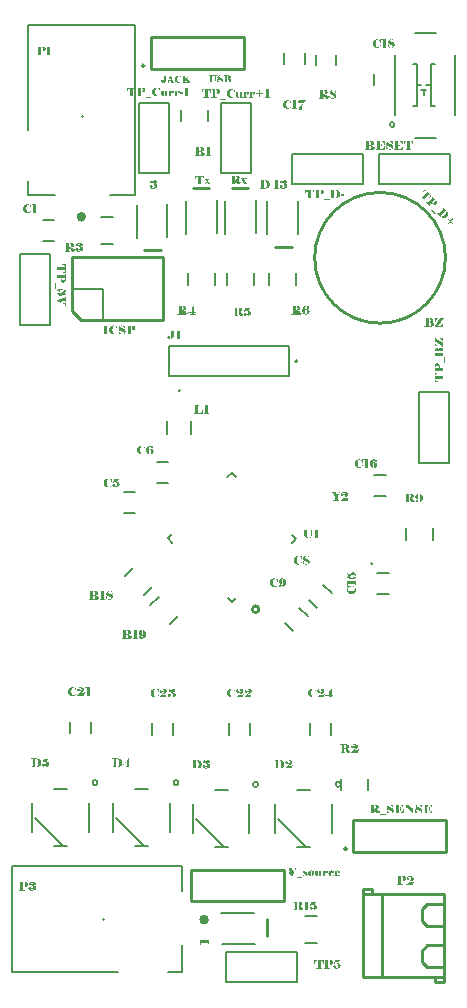
<source format=gto>
G04*
G04 #@! TF.GenerationSoftware,Altium Limited,Altium Designer,24.3.1 (35)*
G04*
G04 Layer_Color=65535*
%FSLAX44Y44*%
%MOMM*%
G71*
G04*
G04 #@! TF.SameCoordinates,270278F2-5DE0-4317-936F-1FC35F10D9A2*
G04*
G04*
G04 #@! TF.FilePolarity,Positive*
G04*
G01*
G75*
%ADD10C,0.1000*%
%ADD11C,0.2540*%
%ADD12C,0.4000*%
%ADD13C,0.1524*%
%ADD14C,0.2000*%
%ADD15C,0.1999*%
%ADD16C,0.1270*%
G36*
X281996Y421288D02*
X281732Y421262D01*
X281679D01*
X281618Y421253D01*
X281538Y421244D01*
X281450Y421227D01*
X281353Y421209D01*
X281256Y421174D01*
X281168Y421130D01*
X281159Y421121D01*
X281133Y421103D01*
X281089Y421068D01*
X281027Y421024D01*
X280956Y420953D01*
X280877Y420865D01*
X280789Y420760D01*
X280701Y420627D01*
X280692Y420610D01*
X280674Y420583D01*
X280657Y420557D01*
X280630Y420513D01*
X280604Y420469D01*
X280560Y420407D01*
X280525Y420345D01*
X280481Y420266D01*
X280428Y420178D01*
X280366Y420090D01*
X280304Y419984D01*
X280243Y419869D01*
X280172Y419755D01*
X280093Y419623D01*
X280013Y419482D01*
X280005Y419473D01*
X279996Y419446D01*
X279969Y419411D01*
X279934Y419349D01*
X279899Y419279D01*
X279855Y419199D01*
X279802Y419111D01*
X279740Y419006D01*
X279678Y418900D01*
X279608Y418777D01*
X279467Y418521D01*
X279308Y418248D01*
X279150Y417966D01*
Y415515D01*
X279167Y415066D01*
Y415048D01*
X279176Y415013D01*
X279185Y414960D01*
X279194Y414890D01*
X279238Y414749D01*
X279264Y414678D01*
X279300Y414625D01*
X279308Y414616D01*
X279317Y414608D01*
X279344Y414581D01*
X279379Y414563D01*
X279423Y414537D01*
X279476Y414511D01*
X279546Y414493D01*
X279617Y414475D01*
X279652D01*
X279696Y414467D01*
X279749D01*
X279872Y414458D01*
X280005Y414449D01*
X280066D01*
X280110Y414440D01*
X280207D01*
X280304Y414431D01*
Y414273D01*
X275518D01*
Y414431D01*
X276171Y414458D01*
X276179D01*
X276215Y414467D01*
X276268Y414475D01*
X276329Y414484D01*
X276462Y414528D01*
X276523Y414563D01*
X276567Y414599D01*
X276576Y414608D01*
X276585Y414625D01*
X276602Y414652D01*
X276629Y414705D01*
X276655Y414766D01*
X276673Y414837D01*
X276691Y414934D01*
X276708Y415048D01*
X276735Y415498D01*
Y417331D01*
X274866Y420363D01*
Y420372D01*
X274848Y420389D01*
X274831Y420416D01*
X274813Y420451D01*
X274752Y420539D01*
X274672Y420645D01*
X274593Y420760D01*
X274505Y420874D01*
X274417Y420971D01*
X274337Y421050D01*
X274328Y421059D01*
X274302Y421077D01*
X274267Y421103D01*
X274205Y421139D01*
X274135Y421174D01*
X274055Y421209D01*
X273950Y421236D01*
X273844Y421253D01*
X273570Y421288D01*
Y421447D01*
X278154D01*
Y421288D01*
X277642Y421262D01*
X277607D01*
X277572Y421253D01*
X277528Y421244D01*
X277431Y421227D01*
X277387Y421218D01*
X277352Y421200D01*
X277334Y421191D01*
X277308Y421165D01*
X277290Y421139D01*
X277281Y421103D01*
X277264Y421068D01*
Y421015D01*
Y421006D01*
Y420998D01*
X277272Y420953D01*
X277281Y420883D01*
X277299Y420804D01*
Y420795D01*
X277308Y420786D01*
X277316Y420760D01*
X277334Y420724D01*
X277360Y420671D01*
X277396Y420610D01*
X277440Y420530D01*
X277493Y420434D01*
X277502Y420425D01*
X277528Y420381D01*
X277563Y420310D01*
X277625Y420204D01*
X277669Y420143D01*
X277713Y420072D01*
X277757Y419993D01*
X277819Y419896D01*
X277880Y419799D01*
X277942Y419684D01*
X278022Y419570D01*
X278101Y419437D01*
X278110Y419429D01*
X278118Y419402D01*
X278145Y419367D01*
X278180Y419314D01*
X278215Y419252D01*
X278268Y419182D01*
X278321Y419094D01*
X278374Y418997D01*
X278506Y418794D01*
X278656Y418565D01*
X278806Y418327D01*
X278965Y418080D01*
Y418089D01*
X278982Y418107D01*
X279000Y418142D01*
X279026Y418177D01*
X279053Y418230D01*
X279088Y418301D01*
X279132Y418371D01*
X279185Y418450D01*
X279291Y418635D01*
X279414Y418847D01*
X279546Y419076D01*
X279687Y419323D01*
X279696Y419332D01*
X279705Y419349D01*
X279723Y419385D01*
X279749Y419437D01*
X279784Y419490D01*
X279820Y419561D01*
X279908Y419711D01*
X280005Y419878D01*
X280102Y420046D01*
X280198Y420213D01*
X280278Y420363D01*
X280287Y420381D01*
X280304Y420425D01*
X280340Y420486D01*
X280375Y420574D01*
X280410Y420663D01*
X280445Y420768D01*
X280463Y420865D01*
X280472Y420953D01*
Y420962D01*
X280463Y420998D01*
X280445Y421042D01*
X280419Y421095D01*
X280366Y421147D01*
X280287Y421191D01*
X280234Y421218D01*
X280181Y421236D01*
X280110Y421253D01*
X280031Y421262D01*
X279643Y421288D01*
Y421447D01*
X281996D01*
Y421288D01*
D02*
G37*
G36*
X285117Y421544D02*
X285214Y421535D01*
X285337Y421526D01*
X285469Y421509D01*
X285619Y421482D01*
X285778Y421456D01*
X285936Y421421D01*
X286104Y421377D01*
X286280Y421324D01*
X286448Y421262D01*
X286624Y421191D01*
X286791Y421112D01*
X286950Y421015D01*
X286959Y421006D01*
X286985Y420989D01*
X287029Y420962D01*
X287082Y420918D01*
X287144Y420865D01*
X287214Y420795D01*
X287294Y420715D01*
X287373Y420627D01*
X287444Y420522D01*
X287523Y420407D01*
X287593Y420284D01*
X287655Y420143D01*
X287708Y419993D01*
X287752Y419834D01*
X287778Y419667D01*
X287787Y419482D01*
Y419473D01*
Y419455D01*
Y419420D01*
X287778Y419376D01*
Y419323D01*
X287770Y419261D01*
X287734Y419111D01*
X287690Y418935D01*
X287620Y418750D01*
X287523Y418556D01*
X287461Y418459D01*
X287391Y418362D01*
Y418353D01*
X287373Y418345D01*
X287355Y418318D01*
X287320Y418283D01*
X287241Y418195D01*
X287135Y418080D01*
X287012Y417966D01*
X286862Y417842D01*
X286694Y417719D01*
X286518Y417613D01*
X286509D01*
X286492Y417604D01*
X286465Y417587D01*
X286430Y417569D01*
X286377Y417542D01*
X286315Y417516D01*
X286245Y417481D01*
X286157Y417446D01*
X286060Y417402D01*
X285954Y417349D01*
X285830Y417296D01*
X285698Y417243D01*
X285548Y417181D01*
X285399Y417119D01*
X285231Y417049D01*
X285046Y416978D01*
X285037D01*
X285002Y416961D01*
X284958Y416943D01*
X284888Y416917D01*
X284808Y416881D01*
X284729Y416846D01*
X284535Y416767D01*
X284341Y416670D01*
X284244Y416626D01*
X284165Y416573D01*
X284085Y416529D01*
X284024Y416494D01*
X283971Y416450D01*
X283944Y416414D01*
Y416379D01*
X283988D01*
X284032Y416388D01*
X284103D01*
X284182Y416397D01*
X284279D01*
X284385Y416406D01*
X284552D01*
X284623Y416414D01*
X284808D01*
X284932Y416423D01*
X286818D01*
X286906Y416432D01*
X287003Y416441D01*
X287117Y416450D01*
X287232Y416476D01*
X287329Y416502D01*
X287417Y416538D01*
X287426Y416547D01*
X287452Y416555D01*
X287488Y416582D01*
X287523Y416626D01*
X287576Y416670D01*
X287620Y416723D01*
X287664Y416793D01*
X287699Y416864D01*
X287708Y416873D01*
X287717Y416899D01*
X287734Y416943D01*
X287752Y416996D01*
X287778Y417067D01*
X287805Y417137D01*
X287858Y417287D01*
Y417296D01*
X287866Y417322D01*
X287884Y417357D01*
X287902Y417410D01*
X287937Y417525D01*
X287981Y417640D01*
X288113D01*
X287479Y414273D01*
X281476D01*
Y414334D01*
X281485Y414343D01*
X281503Y414361D01*
X281538Y414396D01*
X281591Y414440D01*
X281644Y414493D01*
X281714Y414555D01*
X281794Y414625D01*
X281882Y414713D01*
X282085Y414890D01*
X282314Y415101D01*
X282561Y415322D01*
X282816Y415559D01*
X282825Y415568D01*
X282852Y415586D01*
X282887Y415621D01*
X282931Y415665D01*
X282992Y415718D01*
X283054Y415780D01*
X283213Y415930D01*
X283380Y416088D01*
X283557Y416264D01*
X283715Y416432D01*
X283865Y416582D01*
X283874Y416591D01*
X283909Y416617D01*
X283953Y416670D01*
X284015Y416732D01*
X284094Y416802D01*
X284174Y416899D01*
X284270Y416996D01*
X284368Y417102D01*
X284579Y417340D01*
X284782Y417604D01*
X284879Y417728D01*
X284967Y417860D01*
X285046Y417992D01*
X285108Y418115D01*
Y418124D01*
X285125Y418142D01*
X285134Y418177D01*
X285161Y418230D01*
X285178Y418292D01*
X285205Y418362D01*
X285231Y418442D01*
X285266Y418530D01*
X285319Y418741D01*
X285372Y418970D01*
X285408Y419226D01*
X285416Y419499D01*
Y419508D01*
Y419534D01*
Y419579D01*
X285408Y419640D01*
Y419711D01*
X285399Y419790D01*
X285390Y419878D01*
X285372Y419975D01*
X285337Y420187D01*
X285275Y420407D01*
X285187Y420619D01*
X285073Y420812D01*
Y420821D01*
X285055Y420830D01*
X285011Y420892D01*
X284932Y420962D01*
X284817Y421059D01*
X284685Y421147D01*
X284508Y421218D01*
X284315Y421280D01*
X284200Y421288D01*
X284085Y421297D01*
X284006D01*
X283918Y421288D01*
X283795Y421262D01*
X283662Y421236D01*
X283512Y421191D01*
X283363Y421130D01*
X283204Y421042D01*
X283186Y421033D01*
X283142Y420998D01*
X283072Y420945D01*
X283001Y420883D01*
X282931Y420804D01*
X282860Y420715D01*
X282816Y420619D01*
X282807Y420566D01*
X282799Y420513D01*
Y420504D01*
Y420495D01*
X282807Y420442D01*
X282825Y420363D01*
X282860Y420284D01*
X282922Y420196D01*
X282966Y420151D01*
X283019Y420116D01*
X283072Y420090D01*
X283142Y420063D01*
X283222Y420055D01*
X283310Y420046D01*
X283372D01*
X283442Y420037D01*
X283521Y420019D01*
X283618Y419993D01*
X283715Y419949D01*
X283821Y419896D01*
X283909Y419817D01*
X283918Y419808D01*
X283944Y419781D01*
X283988Y419728D01*
X284032Y419667D01*
X284068Y419579D01*
X284112Y419482D01*
X284138Y419367D01*
X284147Y419244D01*
Y419235D01*
Y419226D01*
X284138Y419173D01*
X284130Y419085D01*
X284112Y418988D01*
X284068Y418873D01*
X284015Y418750D01*
X283944Y418618D01*
X283839Y418503D01*
X283821Y418494D01*
X283786Y418459D01*
X283715Y418415D01*
X283627Y418362D01*
X283521Y418301D01*
X283389Y418256D01*
X283248Y418221D01*
X283090Y418212D01*
X283037D01*
X283001Y418221D01*
X282896Y418230D01*
X282763Y418256D01*
X282622Y418292D01*
X282472Y418345D01*
X282314Y418424D01*
X282173Y418530D01*
X282155Y418547D01*
X282120Y418591D01*
X282058Y418662D01*
X281996Y418750D01*
X281926Y418873D01*
X281864Y419015D01*
X281829Y419182D01*
X281812Y419367D01*
Y419376D01*
Y419393D01*
Y419429D01*
X281820Y419473D01*
Y419526D01*
X281829Y419587D01*
X281864Y419737D01*
X281908Y419905D01*
X281979Y420090D01*
X282085Y420284D01*
X282146Y420372D01*
X282217Y420469D01*
X282226Y420477D01*
X282234Y420495D01*
X282261Y420513D01*
X282287Y420548D01*
X282376Y420636D01*
X282490Y420751D01*
X282631Y420865D01*
X282790Y420989D01*
X282966Y421095D01*
X283151Y421191D01*
X283160D01*
X283178Y421200D01*
X283204Y421209D01*
X283239Y421227D01*
X283336Y421271D01*
X283460Y421315D01*
X283601Y421368D01*
X283759Y421412D01*
X283918Y421456D01*
X284068Y421482D01*
X284085D01*
X284138Y421491D01*
X284218Y421509D01*
X284323Y421518D01*
X284447Y421535D01*
X284597Y421544D01*
X284746Y421553D01*
X285028D01*
X285117Y421544D01*
D02*
G37*
G36*
X262000Y383775D02*
X262018Y383326D01*
Y383308D01*
X262027Y383273D01*
X262035Y383220D01*
X262044Y383149D01*
X262088Y383000D01*
X262124Y382938D01*
X262159Y382885D01*
X262168Y382876D01*
X262176Y382867D01*
X262203Y382850D01*
X262238Y382823D01*
X262335Y382779D01*
X262458Y382744D01*
X262494D01*
X262520Y382735D01*
X262564D01*
X262670Y382726D01*
X262776Y382718D01*
X262952D01*
X263067Y382709D01*
Y382550D01*
X258422D01*
Y382709D01*
X258668D01*
X258695Y382718D01*
X258783D01*
X258854Y382726D01*
X258933Y382735D01*
X259030Y382744D01*
X259039D01*
X259074Y382753D01*
X259127Y382762D01*
X259180Y382779D01*
X259312Y382823D01*
X259365Y382859D01*
X259418Y382903D01*
X259426Y382911D01*
X259435Y382929D01*
X259453Y382956D01*
X259479Y383008D01*
X259506Y383061D01*
X259524Y383141D01*
X259541Y383238D01*
X259559Y383343D01*
X259585Y383793D01*
Y388420D01*
X259559Y388870D01*
Y388887D01*
X259550Y388923D01*
X259541Y388975D01*
X259532Y389046D01*
X259488Y389187D01*
X259453Y389257D01*
X259418Y389319D01*
X259409Y389328D01*
X259400Y389346D01*
X259374Y389363D01*
X259330Y389390D01*
X259286Y389425D01*
X259224Y389451D01*
X259153Y389469D01*
X259074Y389487D01*
X259065D01*
X259039Y389495D01*
X258995D01*
X258933Y389504D01*
X258871Y389513D01*
X258792Y389522D01*
X258624Y389531D01*
X258589D01*
X258554Y389539D01*
X258501D01*
X258395Y389557D01*
X258351D01*
X258307Y389566D01*
X258290D01*
X258263Y389557D01*
X258228D01*
X258131Y389548D01*
X258016Y389539D01*
X257990D01*
X257955Y389531D01*
X257902D01*
X257840Y389522D01*
X257770Y389513D01*
X257681Y389504D01*
X257584Y389487D01*
X257576D01*
X257540Y389478D01*
X257488Y389469D01*
X257435Y389442D01*
X257364Y389416D01*
X257294Y389372D01*
X257232Y389319D01*
X257170Y389257D01*
X257161Y389249D01*
X257144Y389222D01*
X257126Y389178D01*
X257100Y389125D01*
X257064Y389046D01*
X257038Y388958D01*
X257020Y388861D01*
X257003Y388746D01*
X256985Y388270D01*
Y385353D01*
X256959Y384859D01*
Y384842D01*
X256950Y384798D01*
X256941Y384727D01*
X256923Y384639D01*
X256906Y384524D01*
X256879Y384401D01*
X256853Y384260D01*
X256818Y384110D01*
X256721Y383802D01*
X256588Y383484D01*
X256518Y383343D01*
X256430Y383202D01*
X256333Y383070D01*
X256227Y382964D01*
X256218Y382956D01*
X256201Y382938D01*
X256165Y382911D01*
X256112Y382885D01*
X256051Y382841D01*
X255972Y382797D01*
X255883Y382753D01*
X255778Y382700D01*
X255654Y382647D01*
X255522Y382603D01*
X255372Y382559D01*
X255205Y382515D01*
X255028Y382488D01*
X254826Y382462D01*
X254623Y382444D01*
X254394Y382435D01*
X254235D01*
X254121Y382444D01*
X253988Y382453D01*
X253830Y382471D01*
X253654Y382488D01*
X253468Y382515D01*
X253266Y382541D01*
X253054Y382585D01*
X252851Y382638D01*
X252640Y382700D01*
X252437Y382770D01*
X252234Y382850D01*
X252049Y382947D01*
X251873Y383052D01*
X251864Y383061D01*
X251838Y383079D01*
X251794Y383114D01*
X251732Y383167D01*
X251670Y383220D01*
X251591Y383299D01*
X251512Y383379D01*
X251432Y383475D01*
X251353Y383581D01*
X251274Y383705D01*
X251194Y383828D01*
X251133Y383960D01*
X251071Y384110D01*
X251027Y384260D01*
X251000Y384427D01*
X250992Y384595D01*
Y388473D01*
X250965Y388923D01*
Y388940D01*
X250956Y388975D01*
X250948Y389028D01*
X250939Y389099D01*
X250895Y389240D01*
X250868Y389310D01*
X250833Y389363D01*
X250824Y389372D01*
X250815Y389381D01*
X250780Y389407D01*
X250745Y389434D01*
X250692Y389460D01*
X250621Y389487D01*
X250533Y389504D01*
X250428Y389522D01*
X250013Y389566D01*
Y389725D01*
X254614D01*
Y389566D01*
X254597D01*
X254570Y389557D01*
X254535D01*
X254438Y389548D01*
X254323Y389539D01*
X254209D01*
X254156Y389531D01*
X254085Y389522D01*
X253997Y389513D01*
X253909Y389504D01*
X253900D01*
X253865Y389495D01*
X253821Y389487D01*
X253768Y389478D01*
X253654Y389434D01*
X253592Y389398D01*
X253548Y389363D01*
Y389354D01*
X253530Y389346D01*
X253512Y389310D01*
X253495Y389266D01*
X253477Y389213D01*
X253451Y389134D01*
X253433Y389037D01*
X253424Y388923D01*
X253407Y388473D01*
Y384524D01*
Y384516D01*
Y384507D01*
Y384480D01*
Y384445D01*
Y384357D01*
X253416Y384242D01*
Y384234D01*
Y384207D01*
X253424Y384172D01*
Y384119D01*
X253433Y384040D01*
X253442Y383951D01*
X253460Y383846D01*
X253477Y383722D01*
Y383705D01*
X253495Y383661D01*
X253512Y383599D01*
X253548Y383511D01*
X253592Y383405D01*
X253662Y383290D01*
X253750Y383167D01*
X253865Y383035D01*
X253883Y383017D01*
X253927Y382982D01*
X254006Y382929D01*
X254112Y382867D01*
X254244Y382806D01*
X254412Y382753D01*
X254597Y382718D01*
X254808Y382700D01*
X254887D01*
X254940Y382709D01*
X255011D01*
X255090Y382726D01*
X255275Y382753D01*
X255478Y382806D01*
X255681Y382876D01*
X255875Y382982D01*
X255972Y383044D01*
X256051Y383114D01*
X256060Y383123D01*
X256068Y383132D01*
X256095Y383158D01*
X256121Y383185D01*
X256192Y383273D01*
X256280Y383387D01*
X256377Y383528D01*
X256465Y383687D01*
X256553Y383872D01*
X256615Y384066D01*
Y384075D01*
X256624Y384092D01*
X256633Y384119D01*
X256641Y384154D01*
X256659Y384260D01*
X256685Y384392D01*
X256712Y384533D01*
X256738Y384692D01*
X256756Y384851D01*
X256765Y385000D01*
X256782Y385459D01*
Y388314D01*
X256756Y388781D01*
Y388799D01*
X256747Y388834D01*
X256738Y388896D01*
X256730Y388966D01*
X256677Y389125D01*
X256641Y389204D01*
X256597Y389275D01*
X256588Y389284D01*
X256571Y389301D01*
X256544Y389328D01*
X256500Y389363D01*
X256439Y389398D01*
X256368Y389434D01*
X256289Y389469D01*
X256192Y389487D01*
X256183D01*
X256148Y389495D01*
X256095Y389504D01*
X256042Y389513D01*
X255892Y389531D01*
X255751Y389539D01*
X255690D01*
X255645Y389548D01*
X255540Y389557D01*
X255416Y389566D01*
Y389725D01*
X262000D01*
Y383775D01*
D02*
G37*
G36*
X275419Y761879D02*
X275507Y761870D01*
X275613Y761861D01*
X275737Y761843D01*
X275860Y761826D01*
X276142Y761764D01*
X276283Y761720D01*
X276433Y761667D01*
X276583Y761605D01*
X276724Y761544D01*
X276874Y761456D01*
X277006Y761367D01*
X277015Y761359D01*
X277041Y761341D01*
X277076Y761314D01*
X277120Y761270D01*
X277173Y761226D01*
X277235Y761156D01*
X277297Y761085D01*
X277367Y761006D01*
X277429Y760909D01*
X277491Y760812D01*
X277552Y760697D01*
X277605Y760583D01*
X277658Y760460D01*
X277693Y760319D01*
X277711Y760178D01*
X277720Y760028D01*
Y760010D01*
Y759957D01*
X277711Y759887D01*
X277693Y759790D01*
X277658Y759684D01*
X277623Y759561D01*
X277561Y759446D01*
X277482Y759331D01*
X277473Y759323D01*
X277438Y759287D01*
X277385Y759234D01*
X277305Y759173D01*
X277208Y759111D01*
X277094Y759049D01*
X276962Y758988D01*
X276803Y758935D01*
Y758891D01*
X276812D01*
X276829Y758882D01*
X276856Y758864D01*
X276891Y758838D01*
X276988Y758776D01*
X277111Y758679D01*
X277253Y758573D01*
X277402Y758432D01*
X277552Y758274D01*
X277693Y758098D01*
Y758089D01*
X277711Y758071D01*
X277729Y758045D01*
X277746Y758009D01*
X277781Y757965D01*
X277808Y757904D01*
X277878Y757771D01*
X277940Y757604D01*
X278002Y757410D01*
X278037Y757207D01*
X278055Y756978D01*
Y756969D01*
Y756925D01*
X278046Y756872D01*
X278037Y756793D01*
X278028Y756696D01*
X278011Y756581D01*
X277984Y756458D01*
X277940Y756326D01*
X277896Y756185D01*
X277834Y756035D01*
X277764Y755885D01*
X277676Y755735D01*
X277579Y755585D01*
X277455Y755436D01*
X277323Y755295D01*
X277164Y755163D01*
X277156Y755154D01*
X277120Y755136D01*
X277076Y755101D01*
X277006Y755057D01*
X276918Y755004D01*
X276812Y754951D01*
X276697Y754889D01*
X276556Y754827D01*
X276406Y754766D01*
X276239Y754704D01*
X276063Y754651D01*
X275869Y754598D01*
X275666Y754554D01*
X275455Y754519D01*
X275225Y754501D01*
X274987Y754493D01*
X274846D01*
X274793Y754501D01*
X274661Y754510D01*
X274512Y754519D01*
X274335Y754546D01*
X274159Y754572D01*
X273974Y754616D01*
X273965D01*
X273956Y754625D01*
X273930Y754634D01*
X273886Y754642D01*
X273842Y754660D01*
X273789Y754678D01*
X273718Y754704D01*
X273648Y754739D01*
X273480Y754819D01*
X273277Y754916D01*
X273048Y755048D01*
X272802Y755198D01*
X272793Y755207D01*
X272775Y755215D01*
X272740Y755242D01*
X272696Y755286D01*
X272643Y755330D01*
X272581Y755392D01*
X272519Y755462D01*
X272458Y755542D01*
X272396Y755630D01*
X272334Y755735D01*
X272273Y755850D01*
X272220Y755973D01*
X272176Y756105D01*
X272141Y756255D01*
X272123Y756414D01*
X272114Y756581D01*
Y756590D01*
Y756608D01*
Y756634D01*
X272123Y756670D01*
X272132Y756758D01*
X272158Y756881D01*
X272193Y757005D01*
X272255Y757146D01*
X272334Y757287D01*
X272440Y757410D01*
X272458Y757428D01*
X272502Y757463D01*
X272572Y757516D01*
X272669Y757578D01*
X272784Y757648D01*
X272934Y757701D01*
X273092Y757754D01*
X273277Y757780D01*
Y757833D01*
X273269D01*
X273260Y757851D01*
X273207Y757895D01*
X273128Y757956D01*
X273022Y758053D01*
X272916Y758168D01*
X272802Y758291D01*
X272696Y758441D01*
X272599Y758600D01*
Y758609D01*
X272590Y758617D01*
X272581Y758644D01*
X272564Y758679D01*
X272528Y758767D01*
X272493Y758891D01*
X272449Y759041D01*
X272414Y759217D01*
X272387Y759402D01*
X272379Y759613D01*
Y759622D01*
Y759640D01*
Y759675D01*
X272387Y759728D01*
Y759781D01*
X272396Y759851D01*
X272423Y760010D01*
X272467Y760195D01*
X272537Y760389D01*
X272625Y760583D01*
X272749Y760777D01*
X272757Y760786D01*
X272766Y760803D01*
X272784Y760830D01*
X272819Y760856D01*
X272899Y760953D01*
X273013Y761068D01*
X273163Y761191D01*
X273330Y761323D01*
X273533Y761456D01*
X273754Y761579D01*
X273762D01*
X273780Y761597D01*
X273815Y761605D01*
X273868Y761632D01*
X273930Y761649D01*
X274000Y761676D01*
X274080Y761702D01*
X274177Y761738D01*
X274282Y761764D01*
X274397Y761790D01*
X274653Y761843D01*
X274935Y761879D01*
X275243Y761887D01*
X275349D01*
X275419Y761879D01*
D02*
G37*
G36*
X267813Y761782D02*
X267919D01*
X268157Y761773D01*
X268403Y761755D01*
X268641Y761738D01*
X268871Y761711D01*
X268897D01*
X268923Y761702D01*
X268968Y761693D01*
X269012Y761685D01*
X269073Y761676D01*
X269206Y761641D01*
X269347Y761597D01*
X269505Y761544D01*
X269664Y761473D01*
X269805Y761394D01*
X269823Y761385D01*
X269867Y761350D01*
X269928Y761297D01*
X270016Y761235D01*
X270105Y761147D01*
X270201Y761041D01*
X270290Y760927D01*
X270378Y760803D01*
X270387Y760786D01*
X270413Y760742D01*
X270448Y760671D01*
X270484Y760574D01*
X270519Y760460D01*
X270554Y760319D01*
X270581Y760169D01*
X270589Y760001D01*
Y759984D01*
Y759940D01*
X270581Y759878D01*
X270572Y759790D01*
X270563Y759684D01*
X270536Y759569D01*
X270510Y759446D01*
X270466Y759314D01*
X270457Y759296D01*
X270439Y759261D01*
X270413Y759190D01*
X270369Y759111D01*
X270316Y759023D01*
X270254Y758917D01*
X270175Y758820D01*
X270087Y758723D01*
X270078Y758714D01*
X270043Y758679D01*
X269990Y758635D01*
X269911Y758582D01*
X269823Y758521D01*
X269708Y758459D01*
X269585Y758397D01*
X269452Y758335D01*
X269435Y758327D01*
X269408D01*
X269382Y758318D01*
X269338Y758309D01*
X269285Y758291D01*
X269232Y758283D01*
X269161Y758274D01*
X269082Y758256D01*
X268994Y758247D01*
X268888Y758239D01*
X268783Y758221D01*
X268668Y758212D01*
X268536D01*
X268395Y758203D01*
X268245D01*
Y758133D01*
X268254D01*
X268271Y758124D01*
X268298D01*
X268333Y758115D01*
X268421Y758089D01*
X268536Y758062D01*
X268668Y758027D01*
X268809Y757992D01*
X268950Y757956D01*
X269082Y757921D01*
X269100D01*
X269144Y757904D01*
X269206Y757877D01*
X269285Y757851D01*
X269382Y757807D01*
X269488Y757754D01*
X269593Y757701D01*
X269699Y757630D01*
X269708Y757622D01*
X269743Y757595D01*
X269796Y757551D01*
X269867Y757489D01*
X269946Y757410D01*
X270034Y757322D01*
X270113Y757207D01*
X270201Y757075D01*
X270210Y757057D01*
X270237Y757013D01*
X270281Y756934D01*
X270325Y756837D01*
X270387Y756722D01*
X270439Y756581D01*
X270501Y756432D01*
X270554Y756273D01*
Y756264D01*
X270563Y756255D01*
X270581Y756202D01*
X270607Y756123D01*
X270642Y756026D01*
X270721Y755824D01*
X270757Y755727D01*
X270801Y755647D01*
X270810Y755638D01*
X270819Y755621D01*
X270845Y755594D01*
X270880Y755559D01*
X270924Y755524D01*
X270977Y755497D01*
X271039Y755480D01*
X271109Y755471D01*
X271118D01*
X271153Y755480D01*
X271197Y755489D01*
X271250Y755515D01*
X271303Y755550D01*
X271365Y755612D01*
X271409Y755691D01*
X271453Y755797D01*
Y755815D01*
X271471Y755859D01*
X271479Y755920D01*
X271497Y756017D01*
X271515Y756123D01*
X271524Y756255D01*
X271541Y756396D01*
Y756546D01*
X271700D01*
Y756537D01*
Y756529D01*
Y756502D01*
Y756467D01*
Y756379D01*
X271691Y756264D01*
X271682Y756141D01*
X271673Y756017D01*
X271656Y755885D01*
X271638Y755771D01*
Y755762D01*
X271629Y755718D01*
X271603Y755665D01*
X271576Y755594D01*
X271541Y755506D01*
X271488Y755400D01*
X271418Y755295D01*
X271339Y755180D01*
X271330Y755163D01*
X271294Y755127D01*
X271241Y755074D01*
X271162Y755004D01*
X271065Y754924D01*
X270951Y754836D01*
X270819Y754757D01*
X270660Y754678D01*
X270651D01*
X270642Y754669D01*
X270616Y754660D01*
X270581Y754651D01*
X270492Y754616D01*
X270378Y754590D01*
X270237Y754554D01*
X270078Y754519D01*
X269902Y754501D01*
X269717Y754493D01*
X269637D01*
X269585Y754501D01*
X269514Y754510D01*
X269435Y754519D01*
X269347Y754528D01*
X269258Y754554D01*
X269056Y754607D01*
X268835Y754687D01*
X268730Y754739D01*
X268633Y754801D01*
X268536Y754872D01*
X268439Y754951D01*
X268430Y754960D01*
X268421Y754969D01*
X268395Y754995D01*
X268359Y755030D01*
X268324Y755083D01*
X268280Y755136D01*
X268236Y755198D01*
X268183Y755277D01*
X268086Y755444D01*
X267989Y755647D01*
X267910Y755885D01*
X267848Y756150D01*
Y756158D01*
X267839Y756185D01*
Y756220D01*
X267831Y756273D01*
X267822Y756344D01*
X267804Y756414D01*
X267795Y756493D01*
X267787Y756590D01*
X267751Y756784D01*
X267725Y756996D01*
X267690Y757207D01*
X267663Y757410D01*
Y757419D01*
X267654Y757436D01*
Y757463D01*
X267645Y757498D01*
X267619Y757595D01*
X267584Y757710D01*
X267549Y757824D01*
X267496Y757930D01*
X267434Y758018D01*
X267407Y758053D01*
X267372Y758071D01*
X267363Y758080D01*
X267346Y758089D01*
X267302Y758106D01*
X267258Y758124D01*
X267205Y758141D01*
X267134Y758159D01*
X266985Y758177D01*
X266949D01*
X266914Y758186D01*
X266799D01*
X266729Y758194D01*
X266579D01*
Y755885D01*
X266597Y755436D01*
Y755418D01*
X266605Y755383D01*
X266614Y755330D01*
X266623Y755259D01*
X266667Y755110D01*
X266702Y755039D01*
X266747Y754977D01*
X266755Y754969D01*
X266773Y754951D01*
X266808Y754933D01*
X266852Y754907D01*
X266914Y754872D01*
X266985Y754845D01*
X267081Y754819D01*
X267187Y754801D01*
X267698Y754766D01*
Y754607D01*
X262965D01*
Y754766D01*
X263283D01*
X263309Y754775D01*
X263353D01*
X263406Y754783D01*
X263468Y754792D01*
X263538D01*
X263688Y754810D01*
X263697D01*
X263723Y754819D01*
X263759Y754827D01*
X263803Y754836D01*
X263900Y754880D01*
X263953Y754916D01*
X263997Y754960D01*
X264005Y754969D01*
X264014Y754986D01*
X264032Y755013D01*
X264058Y755066D01*
X264085Y755118D01*
X264102Y755198D01*
X264120Y755295D01*
X264138Y755400D01*
X264164Y755850D01*
Y760512D01*
X264138Y760971D01*
Y760988D01*
X264129Y761024D01*
X264120Y761077D01*
X264111Y761147D01*
X264067Y761288D01*
X264032Y761359D01*
X263988Y761412D01*
X263979Y761420D01*
X263970Y761429D01*
X263944Y761456D01*
X263900Y761482D01*
X263856Y761508D01*
X263803Y761535D01*
X263732Y761553D01*
X263653Y761570D01*
X263644D01*
X263618Y761579D01*
X263573D01*
X263529Y761588D01*
X263406Y761597D01*
X263230D01*
X263186Y761605D01*
X263098Y761614D01*
X262992Y761623D01*
Y761782D01*
X267390Y761790D01*
X267707D01*
X267813Y761782D01*
D02*
G37*
G36*
X181508Y772178D02*
X181367D01*
Y772185D01*
X181360Y772206D01*
X181346Y772234D01*
X181332Y772283D01*
X181311Y772346D01*
X181276Y772424D01*
X181240Y772515D01*
X181198Y772628D01*
Y772635D01*
X181191Y772642D01*
X181177Y772684D01*
X181142Y772754D01*
X181092Y772839D01*
X181029Y772944D01*
X180952Y773064D01*
X180846Y773205D01*
X180727Y773345D01*
X180720Y773353D01*
X180713Y773366D01*
X180692Y773381D01*
X180670Y773409D01*
X180600Y773479D01*
X180509Y773571D01*
X180410Y773662D01*
X180290Y773761D01*
X180164Y773845D01*
X180037Y773922D01*
X180030D01*
X180023Y773929D01*
X180002Y773936D01*
X179974Y773951D01*
X179904Y773979D01*
X179812Y774014D01*
X179692Y774049D01*
X179552Y774077D01*
X179397Y774098D01*
X179221Y774105D01*
X179165D01*
X179108Y774098D01*
X179031Y774084D01*
X178940Y774056D01*
X178841Y774028D01*
X178736Y773979D01*
X178630Y773915D01*
X178616Y773908D01*
X178588Y773880D01*
X178546Y773838D01*
X178496Y773789D01*
X178440Y773718D01*
X178398Y773641D01*
X178370Y773549D01*
X178356Y773451D01*
Y773437D01*
Y773402D01*
X178370Y773345D01*
X178384Y773275D01*
X178405Y773198D01*
X178440Y773113D01*
X178489Y773022D01*
X178560Y772944D01*
X178567Y772937D01*
X178595Y772909D01*
X178644Y772874D01*
X178700Y772832D01*
X178771Y772783D01*
X178848Y772726D01*
X178940Y772677D01*
X179038Y772628D01*
X179052Y772621D01*
X179087Y772607D01*
X179151Y772586D01*
X179235Y772550D01*
X179341Y772508D01*
X179474Y772459D01*
X179622Y772396D01*
X179791Y772332D01*
X179798D01*
X179812Y772325D01*
X179840Y772311D01*
X179875Y772297D01*
X179918Y772283D01*
X179967Y772262D01*
X180030Y772241D01*
X180093Y772213D01*
X180241Y772149D01*
X180410Y772079D01*
X180593Y771994D01*
X180783Y771910D01*
X180790D01*
X180804Y771896D01*
X180832Y771882D01*
X180867Y771868D01*
X180910Y771840D01*
X180966Y771812D01*
X181078Y771734D01*
X181212Y771636D01*
X181353Y771516D01*
X181494Y771368D01*
X181627Y771207D01*
X181634Y771199D01*
X181641Y771185D01*
X181655Y771157D01*
X181677Y771122D01*
X181705Y771080D01*
X181733Y771031D01*
X181761Y770967D01*
X181796Y770897D01*
X181824Y770827D01*
X181852Y770742D01*
X181909Y770559D01*
X181944Y770348D01*
X181958Y770236D01*
Y770123D01*
Y770116D01*
Y770088D01*
X181951Y770046D01*
Y769996D01*
X181937Y769926D01*
X181923Y769849D01*
X181902Y769764D01*
X181873Y769673D01*
X181838Y769574D01*
X181796Y769469D01*
X181740Y769363D01*
X181677Y769251D01*
X181606Y769145D01*
X181515Y769040D01*
X181416Y768941D01*
X181297Y768842D01*
X181290Y768836D01*
X181268Y768821D01*
X181233Y768800D01*
X181184Y768765D01*
X181121Y768730D01*
X181050Y768688D01*
X180966Y768645D01*
X180874Y768596D01*
X180769Y768554D01*
X180663Y768505D01*
X180544Y768463D01*
X180417Y768427D01*
X180290Y768392D01*
X180150Y768371D01*
X180009Y768357D01*
X179868Y768350D01*
X179805D01*
X179756Y768357D01*
X179692Y768364D01*
X179622Y768371D01*
X179538Y768385D01*
X179446Y768406D01*
X179348Y768427D01*
X179242Y768456D01*
X179137Y768491D01*
X179017Y768526D01*
X178897Y768575D01*
X178778Y768631D01*
X178658Y768695D01*
X178531Y768772D01*
X178524Y768779D01*
X178503Y768793D01*
X178468Y768814D01*
X178426Y768842D01*
X178377Y768871D01*
X178320Y768906D01*
X178194Y768990D01*
X178060Y769068D01*
X177934Y769138D01*
X177884Y769159D01*
X177835Y769180D01*
X177800Y769194D01*
X177772Y769201D01*
X177729D01*
X177687Y769194D01*
X177631Y769180D01*
X177582Y769152D01*
X177525Y769117D01*
X177483Y769068D01*
X177448Y769004D01*
Y768997D01*
X177441Y768969D01*
X177427Y768920D01*
X177413Y768849D01*
X177392Y768758D01*
X177371Y768645D01*
X177356Y768512D01*
X177335Y768350D01*
X177202D01*
Y771157D01*
X177335D01*
Y771150D01*
X177342Y771122D01*
X177356Y771087D01*
X177371Y771024D01*
X177392Y770946D01*
X177420Y770855D01*
X177448Y770742D01*
X177490Y770609D01*
Y770602D01*
X177497Y770594D01*
X177504Y770573D01*
X177511Y770545D01*
X177525Y770503D01*
X177547Y770461D01*
X177589Y770355D01*
X177645Y770229D01*
X177722Y770074D01*
X177814Y769905D01*
X177919Y769715D01*
X177926Y769708D01*
X177934Y769694D01*
X177955Y769666D01*
X177976Y769631D01*
X178004Y769581D01*
X178046Y769532D01*
X178137Y769412D01*
X178257Y769272D01*
X178398Y769131D01*
X178553Y768983D01*
X178736Y768849D01*
X178743Y768842D01*
X178757Y768836D01*
X178785Y768821D01*
X178827Y768793D01*
X178876Y768772D01*
X178932Y768744D01*
X178996Y768709D01*
X179073Y768681D01*
X179158Y768645D01*
X179242Y768617D01*
X179446Y768561D01*
X179671Y768519D01*
X179791Y768512D01*
X179911Y768505D01*
X179974D01*
X180044Y768519D01*
X180129Y768533D01*
X180227Y768554D01*
X180333Y768589D01*
X180438Y768639D01*
X180537Y768702D01*
X180551Y768709D01*
X180579Y768737D01*
X180614Y768779D01*
X180663Y768842D01*
X180706Y768913D01*
X180748Y768997D01*
X180776Y769089D01*
X180783Y769194D01*
Y769201D01*
Y769208D01*
Y769251D01*
X180776Y769314D01*
X180762Y769384D01*
X180741Y769469D01*
X180706Y769560D01*
X180663Y769645D01*
X180600Y769722D01*
X180593Y769729D01*
X180565Y769757D01*
X180516Y769792D01*
X180452Y769842D01*
X180361Y769905D01*
X180248Y769968D01*
X180107Y770032D01*
X179946Y770102D01*
X179939D01*
X179925Y770109D01*
X179896Y770123D01*
X179861Y770137D01*
X179819Y770151D01*
X179770Y770172D01*
X179706Y770200D01*
X179643Y770221D01*
X179495Y770285D01*
X179326Y770348D01*
X179144Y770426D01*
X178947Y770503D01*
X178940D01*
X178925Y770510D01*
X178897Y770524D01*
X178855Y770545D01*
X178806Y770566D01*
X178750Y770587D01*
X178686Y770623D01*
X178616Y770651D01*
X178447Y770735D01*
X178257Y770834D01*
X178053Y770946D01*
X177835Y771073D01*
X177828Y771080D01*
X177807Y771087D01*
X177779Y771115D01*
X177743Y771143D01*
X177701Y771185D01*
X177652Y771235D01*
X177596Y771298D01*
X177547Y771375D01*
X177490Y771460D01*
X177434Y771558D01*
X177385Y771664D01*
X177342Y771790D01*
X177307Y771924D01*
X177279Y772072D01*
X177258Y772234D01*
X177251Y772410D01*
Y772417D01*
Y772445D01*
X177258Y772487D01*
Y772536D01*
X177272Y772607D01*
X177286Y772684D01*
X177300Y772768D01*
X177328Y772867D01*
X177364Y772965D01*
X177406Y773071D01*
X177455Y773177D01*
X177511Y773289D01*
X177582Y773402D01*
X177666Y773507D01*
X177765Y773613D01*
X177870Y773718D01*
X177877Y773725D01*
X177898Y773739D01*
X177934Y773768D01*
X177983Y773803D01*
X178039Y773845D01*
X178109Y773887D01*
X178187Y773936D01*
X178278Y773986D01*
X178384Y774035D01*
X178489Y774084D01*
X178609Y774126D01*
X178736Y774169D01*
X178869Y774204D01*
X179003Y774232D01*
X179151Y774246D01*
X179298Y774253D01*
X179376D01*
X179418Y774246D01*
X179460Y774239D01*
X179580Y774225D01*
X179706Y774204D01*
X179854Y774162D01*
X180009Y774112D01*
X180171Y774042D01*
X180987Y773592D01*
X181022D01*
X181064Y773599D01*
X181107Y773613D01*
X181156Y773641D01*
X181205Y773669D01*
X181247Y773718D01*
X181283Y773782D01*
X181290Y773789D01*
X181297Y773817D01*
X181311Y773859D01*
X181325Y773915D01*
X181339Y773979D01*
X181346Y774063D01*
X181360Y774155D01*
Y774253D01*
X181508D01*
Y772178D01*
D02*
G37*
G36*
X176801Y774042D02*
X176787D01*
X176765Y774035D01*
X176737D01*
X176660Y774028D01*
X176569Y774021D01*
X176547D01*
X176519Y774014D01*
X176477D01*
X176428Y774007D01*
X176371Y774000D01*
X176301Y773993D01*
X176224Y773979D01*
X176217D01*
X176189Y773972D01*
X176146Y773965D01*
X176104Y773943D01*
X176048Y773922D01*
X175992Y773887D01*
X175942Y773845D01*
X175893Y773796D01*
X175886Y773789D01*
X175872Y773768D01*
X175858Y773732D01*
X175837Y773690D01*
X175809Y773627D01*
X175788Y773557D01*
X175774Y773479D01*
X175759Y773388D01*
X175745Y773008D01*
Y770679D01*
X175724Y770285D01*
Y770271D01*
X175717Y770236D01*
X175710Y770179D01*
X175696Y770109D01*
X175682Y770017D01*
X175661Y769919D01*
X175640Y769806D01*
X175612Y769687D01*
X175534Y769441D01*
X175429Y769187D01*
X175372Y769075D01*
X175302Y768962D01*
X175225Y768857D01*
X175140Y768772D01*
X175133Y768765D01*
X175119Y768751D01*
X175091Y768730D01*
X175049Y768709D01*
X175000Y768674D01*
X174936Y768639D01*
X174866Y768603D01*
X174781Y768561D01*
X174683Y768519D01*
X174577Y768484D01*
X174458Y768448D01*
X174324Y768413D01*
X174183Y768392D01*
X174021Y768371D01*
X173860Y768357D01*
X173677Y768350D01*
X173550D01*
X173459Y768357D01*
X173353Y768364D01*
X173227Y768378D01*
X173086Y768392D01*
X172938Y768413D01*
X172776Y768434D01*
X172607Y768470D01*
X172446Y768512D01*
X172277Y768561D01*
X172115Y768617D01*
X171953Y768681D01*
X171805Y768758D01*
X171665Y768842D01*
X171658Y768849D01*
X171636Y768864D01*
X171601Y768892D01*
X171552Y768934D01*
X171503Y768976D01*
X171439Y769040D01*
X171376Y769103D01*
X171313Y769180D01*
X171249Y769265D01*
X171186Y769363D01*
X171123Y769462D01*
X171073Y769567D01*
X171024Y769687D01*
X170989Y769806D01*
X170968Y769940D01*
X170961Y770074D01*
Y773169D01*
X170940Y773528D01*
Y773542D01*
X170933Y773571D01*
X170926Y773613D01*
X170919Y773669D01*
X170884Y773782D01*
X170863Y773838D01*
X170834Y773880D01*
X170827Y773887D01*
X170820Y773894D01*
X170792Y773915D01*
X170764Y773936D01*
X170722Y773958D01*
X170665Y773979D01*
X170595Y773993D01*
X170511Y774007D01*
X170180Y774042D01*
Y774169D01*
X173853D01*
Y774042D01*
X173839D01*
X173818Y774035D01*
X173789D01*
X173712Y774028D01*
X173620Y774021D01*
X173529D01*
X173487Y774014D01*
X173431Y774007D01*
X173360Y774000D01*
X173290Y773993D01*
X173283D01*
X173255Y773986D01*
X173220Y773979D01*
X173177Y773972D01*
X173086Y773936D01*
X173036Y773908D01*
X173001Y773880D01*
Y773873D01*
X172987Y773866D01*
X172973Y773838D01*
X172959Y773803D01*
X172945Y773761D01*
X172924Y773697D01*
X172910Y773620D01*
X172903Y773528D01*
X172889Y773169D01*
Y770017D01*
Y770010D01*
Y770003D01*
Y769982D01*
Y769954D01*
Y769884D01*
X172896Y769792D01*
Y769785D01*
Y769764D01*
X172903Y769736D01*
Y769694D01*
X172910Y769631D01*
X172917Y769560D01*
X172931Y769476D01*
X172945Y769377D01*
Y769363D01*
X172959Y769328D01*
X172973Y769279D01*
X173001Y769208D01*
X173036Y769124D01*
X173093Y769033D01*
X173163Y768934D01*
X173255Y768828D01*
X173269Y768814D01*
X173304Y768786D01*
X173367Y768744D01*
X173452Y768695D01*
X173557Y768645D01*
X173691Y768603D01*
X173839Y768575D01*
X174007Y768561D01*
X174071D01*
X174113Y768568D01*
X174169D01*
X174233Y768582D01*
X174380Y768603D01*
X174542Y768645D01*
X174704Y768702D01*
X174859Y768786D01*
X174936Y768836D01*
X175000Y768892D01*
X175007Y768899D01*
X175014Y768906D01*
X175035Y768927D01*
X175056Y768948D01*
X175112Y769018D01*
X175182Y769110D01*
X175260Y769222D01*
X175330Y769349D01*
X175401Y769497D01*
X175450Y769652D01*
Y769659D01*
X175457Y769673D01*
X175464Y769694D01*
X175471Y769722D01*
X175485Y769806D01*
X175506Y769912D01*
X175527Y770024D01*
X175548Y770151D01*
X175562Y770278D01*
X175569Y770397D01*
X175583Y770763D01*
Y773043D01*
X175562Y773416D01*
Y773430D01*
X175555Y773458D01*
X175548Y773507D01*
X175541Y773564D01*
X175499Y773690D01*
X175471Y773754D01*
X175436Y773810D01*
X175429Y773817D01*
X175415Y773831D01*
X175394Y773852D01*
X175358Y773880D01*
X175309Y773908D01*
X175253Y773936D01*
X175189Y773965D01*
X175112Y773979D01*
X175105D01*
X175077Y773986D01*
X175035Y773993D01*
X174993Y774000D01*
X174873Y774014D01*
X174760Y774021D01*
X174711D01*
X174676Y774028D01*
X174591Y774035D01*
X174493Y774042D01*
Y774169D01*
X176801D01*
Y774042D01*
D02*
G37*
G36*
X186412Y774169D02*
X186496D01*
X186679Y774162D01*
X186876Y774155D01*
X187059Y774140D01*
X187143Y774126D01*
X187228Y774119D01*
X187249D01*
X187270Y774112D01*
X187298Y774105D01*
X187376Y774091D01*
X187474Y774070D01*
X187587Y774035D01*
X187699Y773993D01*
X187819Y773936D01*
X187924Y773873D01*
X187938Y773866D01*
X187973Y773838D01*
X188023Y773796D01*
X188086Y773746D01*
X188157Y773676D01*
X188227Y773592D01*
X188297Y773500D01*
X188361Y773402D01*
X188368Y773388D01*
X188389Y773353D01*
X188410Y773296D01*
X188445Y773219D01*
X188473Y773120D01*
X188494Y773008D01*
X188515Y772881D01*
X188522Y772740D01*
Y772733D01*
Y772712D01*
Y772684D01*
X188515Y772649D01*
Y772600D01*
X188508Y772550D01*
X188480Y772424D01*
X188438Y772290D01*
X188382Y772156D01*
X188297Y772023D01*
X188241Y771966D01*
X188185Y771917D01*
X188178D01*
X188171Y771903D01*
X188128Y771875D01*
X188065Y771833D01*
X187981Y771784D01*
X187875Y771720D01*
X187763Y771671D01*
X187643Y771622D01*
X187516Y771579D01*
X187502D01*
X187481Y771572D01*
X187460Y771565D01*
X187390Y771558D01*
X187291Y771544D01*
X187171Y771530D01*
X187031Y771516D01*
X186876Y771509D01*
X186700Y771502D01*
Y771439D01*
X186897D01*
X187024Y771432D01*
X187157D01*
X187305Y771425D01*
X187439Y771411D01*
X187558Y771396D01*
X187572D01*
X187608Y771389D01*
X187664Y771375D01*
X187741Y771361D01*
X187826Y771340D01*
X187924Y771312D01*
X188023Y771277D01*
X188128Y771235D01*
X188142Y771228D01*
X188178Y771214D01*
X188234Y771178D01*
X188297Y771136D01*
X188382Y771073D01*
X188466Y770995D01*
X188550Y770904D01*
X188635Y770791D01*
Y770784D01*
X188642Y770777D01*
X188656Y770756D01*
X188670Y770735D01*
X188705Y770665D01*
X188748Y770566D01*
X188790Y770447D01*
X188825Y770299D01*
X188853Y770137D01*
X188860Y769954D01*
Y769947D01*
Y769933D01*
Y769905D01*
Y769870D01*
X188853Y769827D01*
X188846Y769778D01*
X188832Y769666D01*
X188804Y769539D01*
X188762Y769398D01*
X188705Y769265D01*
X188628Y769131D01*
Y769124D01*
X188621Y769117D01*
X188586Y769075D01*
X188536Y769018D01*
X188473Y768948D01*
X188389Y768864D01*
X188290Y768786D01*
X188171Y768709D01*
X188044Y768639D01*
X188037D01*
X188030Y768631D01*
X188009Y768624D01*
X187981Y768610D01*
X187945Y768603D01*
X187903Y768589D01*
X187805Y768554D01*
X187678Y768526D01*
X187530Y768491D01*
X187361Y768470D01*
X187178Y768456D01*
X187094D01*
X187052Y768448D01*
X186876D01*
X186742Y768441D01*
X186595D01*
X186447Y768434D01*
X186299D01*
X182450Y768441D01*
Y768561D01*
X182704D01*
X182725Y768568D01*
X182760D01*
X182802Y768575D01*
X182852Y768582D01*
X182908D01*
X183020Y768596D01*
X183027D01*
X183048Y768603D01*
X183077Y768610D01*
X183112Y768617D01*
X183189Y768652D01*
X183231Y768681D01*
X183267Y768716D01*
X183274Y768723D01*
X183281Y768737D01*
X183295Y768758D01*
X183316Y768800D01*
X183337Y768842D01*
X183351Y768906D01*
X183365Y768983D01*
X183379Y769068D01*
X183400Y769434D01*
Y773156D01*
X183379Y773521D01*
Y773535D01*
X183372Y773564D01*
X183365Y773606D01*
X183358Y773662D01*
X183323Y773775D01*
X183295Y773831D01*
X183260Y773873D01*
X183253Y773880D01*
X183246Y773887D01*
X183224Y773908D01*
X183196Y773929D01*
X183154Y773951D01*
X183112Y773972D01*
X183062Y773986D01*
X182999Y774000D01*
X182992D01*
X182971Y774007D01*
X182936D01*
X182901Y774014D01*
X182795Y774021D01*
X182640D01*
X182612Y774028D01*
X182528Y774035D01*
X182443Y774042D01*
Y774169D01*
X186074Y774176D01*
X186327D01*
X186412Y774169D01*
D02*
G37*
G36*
X368298Y547233D02*
X368351D01*
Y547365D01*
X368342Y547462D01*
Y548044D01*
X368334Y548123D01*
Y548353D01*
X368325Y548494D01*
Y548679D01*
X368316Y548714D01*
X368307Y548767D01*
X368289Y548837D01*
X368272Y548917D01*
X368237Y549014D01*
X368193Y549111D01*
X368131Y549225D01*
X368060Y549349D01*
X367972Y549481D01*
X367867Y549622D01*
X367752Y549772D01*
X367602Y549930D01*
X367435Y550089D01*
X367249Y550256D01*
X367241Y550265D01*
X367197Y550300D01*
X367144Y550345D01*
X367064Y550406D01*
X366968Y550477D01*
X366853Y550565D01*
X366721Y550662D01*
X366580Y550768D01*
X366430Y550882D01*
X366262Y550997D01*
X366086Y551111D01*
X365901Y551235D01*
X365522Y551464D01*
X365328Y551570D01*
X365134Y551667D01*
Y551825D01*
X368545D01*
Y544281D01*
X368439D01*
X361609Y549093D01*
X361556D01*
X361582Y547956D01*
Y547921D01*
X361591Y547886D01*
X361600Y547824D01*
X361618Y547753D01*
X361635Y547674D01*
X361670Y547577D01*
X361706Y547471D01*
X361767Y547357D01*
X361829Y547224D01*
X361917Y547092D01*
X362014Y546951D01*
X362129Y546801D01*
X362270Y546643D01*
X362428Y546484D01*
X362605Y546317D01*
X362613Y546308D01*
X362649Y546281D01*
X362702Y546228D01*
X362781Y546167D01*
X362869Y546096D01*
X362984Y546008D01*
X363107Y545911D01*
X363239Y545805D01*
X363389Y545691D01*
X363548Y545576D01*
X363724Y545462D01*
X363900Y545347D01*
X364270Y545109D01*
X364658Y544898D01*
Y544739D01*
X361371D01*
Y552054D01*
X361477D01*
X368298Y547233D01*
D02*
G37*
G36*
X366809Y543769D02*
X366870Y543761D01*
X367011Y543743D01*
X367170Y543708D01*
X367346Y543655D01*
X367514Y543584D01*
X367681Y543487D01*
X367690D01*
X367699Y543479D01*
X367752Y543434D01*
X367822Y543373D01*
X367910Y543293D01*
X368016Y543188D01*
X368113Y543064D01*
X368210Y542915D01*
X368298Y542756D01*
Y542747D01*
X368307Y542738D01*
X368316Y542712D01*
X368334Y542677D01*
X368342Y542632D01*
X368360Y542580D01*
X368404Y542456D01*
X368439Y542298D01*
X368483Y542112D01*
X368510Y541901D01*
X368527Y541672D01*
Y541566D01*
X368536Y541513D01*
Y541293D01*
X368545Y541125D01*
Y540940D01*
X368554Y540755D01*
Y540570D01*
X368545Y535749D01*
X368395D01*
Y536066D01*
X368386Y536093D01*
Y536137D01*
X368378Y536190D01*
X368369Y536251D01*
Y536322D01*
X368351Y536463D01*
Y536472D01*
X368342Y536498D01*
X368334Y536533D01*
X368325Y536577D01*
X368281Y536674D01*
X368246Y536727D01*
X368201Y536771D01*
X368193Y536780D01*
X368175Y536789D01*
X368148Y536806D01*
X368096Y536833D01*
X368043Y536859D01*
X367963Y536877D01*
X367867Y536895D01*
X367761Y536912D01*
X367302Y536939D01*
X362640D01*
X362182Y536912D01*
X362164D01*
X362129Y536903D01*
X362076Y536895D01*
X362005Y536886D01*
X361864Y536842D01*
X361794Y536806D01*
X361741Y536763D01*
X361732Y536754D01*
X361723Y536745D01*
X361697Y536718D01*
X361670Y536683D01*
X361644Y536630D01*
X361618Y536577D01*
X361600Y536516D01*
X361582Y536436D01*
Y536427D01*
X361573Y536401D01*
Y536357D01*
X361565Y536313D01*
X361556Y536181D01*
Y535987D01*
X361547Y535952D01*
X361538Y535846D01*
X361529Y535740D01*
X361371D01*
X361362Y540288D01*
Y540605D01*
X361371Y540711D01*
Y540817D01*
X361380Y541046D01*
X361388Y541293D01*
X361406Y541522D01*
X361424Y541628D01*
X361432Y541733D01*
Y541760D01*
X361441Y541786D01*
X361450Y541822D01*
X361468Y541918D01*
X361494Y542042D01*
X361538Y542183D01*
X361591Y542324D01*
X361662Y542474D01*
X361741Y542606D01*
X361750Y542624D01*
X361785Y542668D01*
X361838Y542729D01*
X361899Y542809D01*
X361988Y542897D01*
X362093Y542985D01*
X362208Y543073D01*
X362331Y543153D01*
X362349Y543161D01*
X362393Y543188D01*
X362464Y543214D01*
X362561Y543258D01*
X362684Y543293D01*
X362825Y543320D01*
X362984Y543346D01*
X363160Y543355D01*
X363169D01*
X363195D01*
X363230D01*
X363274Y543346D01*
X363336D01*
X363398Y543338D01*
X363557Y543302D01*
X363724Y543249D01*
X363891Y543179D01*
X364059Y543073D01*
X364129Y543003D01*
X364191Y542932D01*
Y542923D01*
X364209Y542915D01*
X364244Y542862D01*
X364297Y542782D01*
X364359Y542677D01*
X364438Y542544D01*
X364500Y542403D01*
X364561Y542253D01*
X364614Y542095D01*
Y542077D01*
X364623Y542051D01*
X364632Y542024D01*
X364641Y541936D01*
X364658Y541813D01*
X364676Y541663D01*
X364693Y541487D01*
X364702Y541293D01*
X364711Y541072D01*
X364790D01*
Y541319D01*
X364799Y541478D01*
Y541645D01*
X364808Y541830D01*
X364826Y541998D01*
X364843Y542148D01*
Y542165D01*
X364852Y542209D01*
X364870Y542280D01*
X364887Y542377D01*
X364914Y542483D01*
X364949Y542606D01*
X364993Y542729D01*
X365046Y542862D01*
X365055Y542879D01*
X365073Y542923D01*
X365117Y542994D01*
X365169Y543073D01*
X365249Y543179D01*
X365346Y543285D01*
X365460Y543390D01*
X365601Y543496D01*
X365610D01*
X365619Y543505D01*
X365645Y543523D01*
X365672Y543540D01*
X365760Y543584D01*
X365883Y543637D01*
X366033Y543690D01*
X366218Y543734D01*
X366421Y543769D01*
X366650Y543778D01*
X366659D01*
X366677D01*
X366712D01*
X366756D01*
X366809Y543769D01*
D02*
G37*
G36*
X370158Y530584D02*
X369365D01*
Y535511D01*
X370158D01*
Y530584D01*
D02*
G37*
G36*
X363521Y530478D02*
X363636Y530469D01*
X363759Y530452D01*
X363909Y530425D01*
X364059Y530390D01*
X364209Y530346D01*
X364226Y530337D01*
X364279Y530320D01*
X364350Y530284D01*
X364447Y530240D01*
X364552Y530178D01*
X364658Y530108D01*
X364773Y530020D01*
X364879Y529914D01*
X364887Y529905D01*
X364923Y529861D01*
X364967Y529799D01*
X365020Y529720D01*
X365081Y529614D01*
X365152Y529500D01*
X365214Y529359D01*
X365266Y529209D01*
Y529200D01*
X365275Y529191D01*
Y529165D01*
X365284Y529130D01*
X365293Y529094D01*
X365302Y529042D01*
X365328Y528918D01*
X365354Y528759D01*
X365372Y528566D01*
X365381Y528354D01*
X365390Y528116D01*
Y527402D01*
X365399Y527235D01*
Y526635D01*
X365407Y526530D01*
Y526424D01*
X367302D01*
X367752Y526441D01*
X367770D01*
X367805Y526450D01*
X367858Y526459D01*
X367928Y526468D01*
X368069Y526512D01*
X368140Y526547D01*
X368193Y526582D01*
X368201Y526591D01*
X368210Y526600D01*
X368237Y526627D01*
X368254Y526671D01*
X368281Y526715D01*
X368307Y526768D01*
X368325Y526838D01*
X368342Y526909D01*
Y526944D01*
X368351Y526988D01*
X368360Y527050D01*
Y527111D01*
X368369Y527182D01*
X368378Y527341D01*
Y527552D01*
X368386Y527596D01*
Y527631D01*
X368545D01*
Y522819D01*
X368386D01*
Y523136D01*
X368378Y523163D01*
Y523207D01*
X368369Y523260D01*
X368360Y523321D01*
Y523392D01*
X368342Y523533D01*
Y523542D01*
X368334Y523568D01*
X368325Y523603D01*
X368316Y523647D01*
X368272Y523745D01*
X368237Y523797D01*
X368193Y523841D01*
X368184Y523850D01*
X368166Y523859D01*
X368140Y523877D01*
X368087Y523903D01*
X368034Y523930D01*
X367955Y523947D01*
X367858Y523965D01*
X367752Y523982D01*
X367302Y524009D01*
X362640D01*
X362182Y523982D01*
X362164D01*
X362129Y523974D01*
X362076Y523965D01*
X362005Y523956D01*
X361864Y523912D01*
X361794Y523877D01*
X361741Y523833D01*
X361732Y523824D01*
X361723Y523815D01*
X361697Y523788D01*
X361670Y523753D01*
X361644Y523700D01*
X361618Y523647D01*
X361600Y523586D01*
X361582Y523507D01*
Y523498D01*
X361573Y523471D01*
Y523427D01*
X361565Y523383D01*
X361556Y523251D01*
Y523057D01*
X361547Y523022D01*
X361538Y522916D01*
X361529Y522810D01*
X361371D01*
X361362Y527411D01*
Y527561D01*
X361371Y527667D01*
Y527799D01*
X361380Y527949D01*
X361388Y528107D01*
X361406Y528284D01*
X361450Y528636D01*
X361477Y528812D01*
X361512Y528989D01*
X361556Y529147D01*
X361600Y529297D01*
X361662Y529429D01*
X361723Y529544D01*
Y529553D01*
X361741Y529570D01*
X361758Y529597D01*
X361785Y529632D01*
X361856Y529720D01*
X361952Y529835D01*
X362067Y529958D01*
X362199Y530073D01*
X362340Y530187D01*
X362490Y530275D01*
X362508Y530284D01*
X362561Y530311D01*
X362640Y530346D01*
X362755Y530381D01*
X362878Y530416D01*
X363028Y530452D01*
X363186Y530478D01*
X363363Y530487D01*
X363371D01*
X363380D01*
X363407D01*
X363433D01*
X363521Y530478D01*
D02*
G37*
G36*
X364535Y522343D02*
X364526D01*
X364508Y522334D01*
X364473Y522317D01*
X364429Y522299D01*
X364376Y522273D01*
X364306Y522237D01*
X364235Y522202D01*
X364147Y522167D01*
X363962Y522070D01*
X363750Y521964D01*
X363512Y521841D01*
X363266Y521708D01*
X363257D01*
X363239Y521691D01*
X363195Y521673D01*
X363151Y521647D01*
X363089Y521612D01*
X363028Y521567D01*
X362860Y521470D01*
X362675Y521356D01*
X362481Y521224D01*
X362279Y521083D01*
X362085Y520933D01*
X362076D01*
X362067Y520915D01*
X362041Y520898D01*
X362005Y520862D01*
X361926Y520792D01*
X361829Y520695D01*
X361741Y520589D01*
X361662Y520466D01*
X361626Y520404D01*
X361600Y520351D01*
X361591Y520289D01*
X361582Y520228D01*
X361556Y519840D01*
X367302D01*
X367752Y519858D01*
X367770D01*
X367805Y519866D01*
X367858Y519875D01*
X367928Y519884D01*
X368069Y519928D01*
X368140Y519954D01*
X368193Y519990D01*
X368201Y519999D01*
X368210Y520007D01*
X368237Y520034D01*
X368254Y520069D01*
X368281Y520113D01*
X368307Y520166D01*
X368325Y520237D01*
X368342Y520307D01*
Y520342D01*
X368351Y520386D01*
Y520439D01*
X368360Y520572D01*
X368369Y520704D01*
Y520765D01*
X368378Y520810D01*
Y520915D01*
X368386Y521021D01*
X368545D01*
Y516209D01*
X368386D01*
X368360Y516861D01*
Y516870D01*
X368351Y516905D01*
X368342Y516958D01*
X368334Y517020D01*
X368289Y517152D01*
X368254Y517213D01*
X368219Y517257D01*
X368210Y517266D01*
X368193Y517275D01*
X368166Y517293D01*
X368113Y517319D01*
X368052Y517346D01*
X367981Y517363D01*
X367884Y517381D01*
X367770Y517398D01*
X367320Y517425D01*
X361556D01*
X361582Y517037D01*
Y517020D01*
X361591Y516984D01*
X361609Y516914D01*
X361644Y516834D01*
X361697Y516729D01*
X361776Y516605D01*
X361829Y516544D01*
X361891Y516473D01*
X361970Y516403D01*
X362049Y516332D01*
X362058D01*
X362067Y516314D01*
X362093Y516297D01*
X362137Y516270D01*
X362182Y516235D01*
X362234Y516191D01*
X362296Y516147D01*
X362375Y516094D01*
X362543Y515979D01*
X362746Y515847D01*
X362975Y515706D01*
X363230Y515565D01*
X363239D01*
X363266Y515548D01*
X363301Y515530D01*
X363354Y515504D01*
X363415Y515468D01*
X363486Y515433D01*
X363574Y515389D01*
X363662Y515336D01*
X363865Y515239D01*
X364085Y515125D01*
X364306Y515019D01*
X364535Y514913D01*
Y514746D01*
X361371D01*
Y522510D01*
X364535D01*
Y522343D01*
D02*
G37*
G36*
X113907Y304679D02*
X113978D01*
X114057Y304670D01*
X114145Y304661D01*
X114251Y304652D01*
X114463Y304608D01*
X114692Y304555D01*
X114921Y304485D01*
X115141Y304379D01*
X115150D01*
X115168Y304361D01*
X115194Y304344D01*
X115238Y304326D01*
X115291Y304291D01*
X115344Y304256D01*
X115485Y304159D01*
X115635Y304044D01*
X115811Y303903D01*
X115979Y303744D01*
X116146Y303559D01*
X116155Y303550D01*
X116164Y303533D01*
X116190Y303506D01*
X116216Y303471D01*
X116252Y303418D01*
X116296Y303365D01*
X116384Y303224D01*
X116490Y303057D01*
X116587Y302854D01*
X116684Y302643D01*
X116763Y302405D01*
Y302396D01*
X116772Y302378D01*
X116781Y302343D01*
X116789Y302290D01*
X116807Y302237D01*
X116825Y302167D01*
X116842Y302087D01*
X116860Y301999D01*
X116886Y301796D01*
X116922Y301558D01*
X116939Y301312D01*
X116948Y301038D01*
Y301021D01*
Y300968D01*
X116939Y300889D01*
X116930Y300774D01*
X116922Y300642D01*
X116895Y300483D01*
X116860Y300316D01*
X116825Y300122D01*
X116772Y299919D01*
X116701Y299708D01*
X116622Y299487D01*
X116525Y299258D01*
X116410Y299038D01*
X116278Y298817D01*
X116120Y298597D01*
X115943Y298386D01*
X115934Y298377D01*
X115899Y298342D01*
X115837Y298289D01*
X115758Y298218D01*
X115661Y298130D01*
X115538Y298042D01*
X115397Y297945D01*
X115238Y297839D01*
X115053Y297733D01*
X114850Y297636D01*
X114630Y297548D01*
X114401Y297460D01*
X114145Y297390D01*
X113872Y297337D01*
X113581Y297301D01*
X113281Y297293D01*
X113185D01*
X113114Y297301D01*
X113026D01*
X112920Y297310D01*
X112814Y297319D01*
X112691Y297328D01*
X112444Y297363D01*
X112189Y297416D01*
X111942Y297478D01*
X111827Y297522D01*
X111730Y297575D01*
X111721D01*
X111713Y297592D01*
X111686Y297601D01*
X111651Y297628D01*
X111563Y297680D01*
X111466Y297751D01*
X111351Y297830D01*
X111237Y297918D01*
X111140Y298015D01*
X111060Y298104D01*
X111052Y298112D01*
X111034Y298148D01*
X111008Y298200D01*
X110972Y298271D01*
X110937Y298350D01*
X110911Y298456D01*
X110893Y298562D01*
X110884Y298685D01*
Y298694D01*
Y298703D01*
X110893Y298756D01*
X110902Y298835D01*
X110919Y298923D01*
X110955Y299029D01*
X111008Y299144D01*
X111078Y299240D01*
X111175Y299337D01*
X111193Y299346D01*
X111228Y299373D01*
X111290Y299417D01*
X111378Y299461D01*
X111483Y299496D01*
X111607Y299540D01*
X111748Y299567D01*
X111907Y299575D01*
X111959D01*
X111995Y299567D01*
X112083Y299558D01*
X112206Y299531D01*
X112338Y299496D01*
X112488Y299434D01*
X112638Y299355D01*
X112779Y299249D01*
X112788D01*
X112797Y299232D01*
X112841Y299196D01*
X112902Y299126D01*
X112973Y299029D01*
X113035Y298914D01*
X113096Y298782D01*
X113140Y298632D01*
X113158Y298553D01*
Y298465D01*
Y298456D01*
Y298430D01*
Y298394D01*
X113149Y298342D01*
X113140Y298280D01*
X113132Y298209D01*
X113096Y298068D01*
Y298059D01*
X113088Y298042D01*
X113079Y298006D01*
X113070Y297962D01*
X113052Y297874D01*
X113044Y297786D01*
Y297777D01*
Y297760D01*
X113052Y297733D01*
Y297698D01*
X113088Y297628D01*
X113105Y297592D01*
X113140Y297557D01*
X113149D01*
X113158Y297548D01*
X113185Y297539D01*
X113220Y297522D01*
X113264Y297513D01*
X113326Y297495D01*
X113396Y297486D01*
X113537D01*
X113590Y297495D01*
X113652Y297513D01*
X113731Y297531D01*
X113819Y297566D01*
X113898Y297610D01*
X113978Y297672D01*
X113987Y297680D01*
X114013Y297707D01*
X114048Y297760D01*
X114092Y297830D01*
X114145Y297927D01*
X114198Y298042D01*
X114251Y298192D01*
X114304Y298359D01*
Y298368D01*
X114313Y298386D01*
Y298412D01*
X114322Y298447D01*
X114339Y298491D01*
X114348Y298544D01*
X114374Y298676D01*
X114410Y298835D01*
X114445Y299011D01*
X114471Y299205D01*
X114498Y299408D01*
Y299417D01*
Y299434D01*
X114507Y299461D01*
Y299505D01*
X114515Y299558D01*
Y299620D01*
X114533Y299760D01*
X114542Y299937D01*
X114551Y300131D01*
X114559Y300333D01*
Y300554D01*
X114515Y300571D01*
X114507Y300554D01*
X114489Y300518D01*
X114445Y300457D01*
X114392Y300386D01*
X114322Y300298D01*
X114233Y300210D01*
X114119Y300122D01*
X113987Y300042D01*
X113969Y300034D01*
X113916Y300016D01*
X113846Y299981D01*
X113740Y299946D01*
X113617Y299910D01*
X113467Y299875D01*
X113308Y299857D01*
X113140Y299849D01*
X113044D01*
X112964Y299857D01*
X112876Y299866D01*
X112770Y299884D01*
X112656Y299902D01*
X112532Y299928D01*
X112400Y299954D01*
X112259Y299998D01*
X112109Y300042D01*
X111968Y300104D01*
X111818Y300175D01*
X111677Y300254D01*
X111536Y300351D01*
X111404Y300457D01*
X111395Y300466D01*
X111378Y300483D01*
X111342Y300518D01*
X111298Y300571D01*
X111245Y300633D01*
X111184Y300704D01*
X111122Y300792D01*
X111060Y300889D01*
X110999Y300994D01*
X110937Y301118D01*
X110875Y301250D01*
X110822Y301400D01*
X110778Y301550D01*
X110743Y301717D01*
X110725Y301893D01*
X110717Y302078D01*
Y302087D01*
Y302131D01*
X110725Y302184D01*
X110734Y302264D01*
X110743Y302361D01*
X110761Y302475D01*
X110787Y302598D01*
X110831Y302740D01*
X110875Y302881D01*
X110928Y303030D01*
X111008Y303189D01*
X111087Y303339D01*
X111193Y303498D01*
X111307Y303656D01*
X111440Y303806D01*
X111598Y303947D01*
X111607Y303956D01*
X111642Y303982D01*
X111686Y304018D01*
X111757Y304062D01*
X111845Y304123D01*
X111951Y304185D01*
X112065Y304247D01*
X112206Y304317D01*
X112356Y304388D01*
X112523Y304449D01*
X112700Y304520D01*
X112894Y304573D01*
X113096Y304617D01*
X113317Y304652D01*
X113537Y304679D01*
X113775Y304687D01*
X113854D01*
X113907Y304679D01*
D02*
G37*
G36*
X109007Y298632D02*
X109024Y298183D01*
Y298165D01*
X109033Y298130D01*
X109042Y298077D01*
X109051Y298006D01*
X109095Y297857D01*
X109130Y297795D01*
X109165Y297742D01*
X109174Y297733D01*
X109183Y297724D01*
X109210Y297707D01*
X109245Y297680D01*
X109342Y297636D01*
X109465Y297601D01*
X109500D01*
X109527Y297592D01*
X109571D01*
X109677Y297584D01*
X109782Y297575D01*
X109959D01*
X110073Y297566D01*
Y297407D01*
X105428D01*
Y297566D01*
X105675D01*
X105702Y297575D01*
X105790D01*
X105860Y297584D01*
X105940Y297592D01*
X106037Y297601D01*
X106045D01*
X106081Y297610D01*
X106133Y297619D01*
X106186Y297636D01*
X106319Y297680D01*
X106371Y297716D01*
X106424Y297760D01*
X106433Y297769D01*
X106442Y297786D01*
X106460Y297813D01*
X106486Y297866D01*
X106512Y297918D01*
X106530Y297998D01*
X106548Y298095D01*
X106565Y298200D01*
X106592Y298650D01*
Y303277D01*
X106565Y303727D01*
Y303744D01*
X106557Y303780D01*
X106548Y303832D01*
X106539Y303903D01*
X106495Y304044D01*
X106460Y304114D01*
X106424Y304176D01*
X106416Y304185D01*
X106407Y304203D01*
X106380Y304220D01*
X106336Y304247D01*
X106292Y304282D01*
X106230Y304308D01*
X106160Y304326D01*
X106081Y304344D01*
X106072D01*
X106045Y304352D01*
X106001D01*
X105940Y304361D01*
X105878Y304370D01*
X105799Y304379D01*
X105631Y304388D01*
X105596D01*
X105561Y304396D01*
X105508D01*
X105402Y304414D01*
X105358D01*
X105314Y304423D01*
Y304582D01*
X109007D01*
Y298632D01*
D02*
G37*
G36*
X101259Y304582D02*
X101365D01*
X101603Y304573D01*
X101850Y304555D01*
X102088Y304538D01*
X102317Y304511D01*
X102344D01*
X102370Y304502D01*
X102414Y304494D01*
X102458Y304485D01*
X102520Y304476D01*
X102652Y304441D01*
X102793Y304396D01*
X102952Y304344D01*
X103110Y304273D01*
X103251Y304194D01*
X103269Y304185D01*
X103313Y304150D01*
X103375Y304097D01*
X103463Y304035D01*
X103551Y303947D01*
X103648Y303841D01*
X103736Y303727D01*
X103824Y303603D01*
X103833Y303586D01*
X103860Y303542D01*
X103895Y303471D01*
X103930Y303374D01*
X103965Y303260D01*
X104001Y303118D01*
X104027Y302969D01*
X104036Y302801D01*
Y302784D01*
Y302740D01*
X104027Y302678D01*
X104018Y302590D01*
X104009Y302484D01*
X103983Y302369D01*
X103956Y302246D01*
X103912Y302114D01*
X103904Y302096D01*
X103886Y302061D01*
X103860Y301990D01*
X103815Y301911D01*
X103763Y301823D01*
X103701Y301717D01*
X103622Y301620D01*
X103533Y301523D01*
X103525Y301514D01*
X103489Y301479D01*
X103436Y301435D01*
X103357Y301382D01*
X103269Y301320D01*
X103154Y301259D01*
X103031Y301197D01*
X102899Y301135D01*
X102881Y301127D01*
X102855D01*
X102828Y301118D01*
X102784Y301109D01*
X102731Y301091D01*
X102678Y301083D01*
X102608Y301074D01*
X102529Y301056D01*
X102441Y301047D01*
X102335Y301038D01*
X102229Y301021D01*
X102114Y301012D01*
X101982D01*
X101841Y301003D01*
X101691D01*
Y300933D01*
X101700D01*
X101718Y300924D01*
X101744D01*
X101779Y300915D01*
X101868Y300889D01*
X101982Y300862D01*
X102114Y300827D01*
X102255Y300792D01*
X102396Y300756D01*
X102529Y300721D01*
X102546D01*
X102590Y300704D01*
X102652Y300677D01*
X102731Y300651D01*
X102828Y300607D01*
X102934Y300554D01*
X103040Y300501D01*
X103146Y300430D01*
X103154Y300422D01*
X103190Y300395D01*
X103243Y300351D01*
X103313Y300289D01*
X103392Y300210D01*
X103481Y300122D01*
X103560Y300007D01*
X103648Y299875D01*
X103657Y299857D01*
X103683Y299813D01*
X103727Y299734D01*
X103771Y299637D01*
X103833Y299522D01*
X103886Y299382D01*
X103948Y299232D01*
X104001Y299073D01*
Y299064D01*
X104009Y299055D01*
X104027Y299002D01*
X104053Y298923D01*
X104089Y298826D01*
X104168Y298624D01*
X104203Y298527D01*
X104247Y298447D01*
X104256Y298438D01*
X104265Y298421D01*
X104291Y298394D01*
X104327Y298359D01*
X104371Y298324D01*
X104424Y298297D01*
X104485Y298280D01*
X104556Y298271D01*
X104565D01*
X104600Y298280D01*
X104644Y298289D01*
X104697Y298315D01*
X104750Y298350D01*
X104811Y298412D01*
X104855Y298491D01*
X104900Y298597D01*
Y298615D01*
X104917Y298659D01*
X104926Y298720D01*
X104944Y298817D01*
X104961Y298923D01*
X104970Y299055D01*
X104988Y299196D01*
Y299346D01*
X105146D01*
Y299337D01*
Y299329D01*
Y299302D01*
Y299267D01*
Y299179D01*
X105138Y299064D01*
X105129Y298941D01*
X105120Y298817D01*
X105102Y298685D01*
X105085Y298571D01*
Y298562D01*
X105076Y298518D01*
X105049Y298465D01*
X105023Y298394D01*
X104988Y298306D01*
X104935Y298200D01*
X104864Y298095D01*
X104785Y297980D01*
X104776Y297962D01*
X104741Y297927D01*
X104688Y297874D01*
X104609Y297804D01*
X104512Y297724D01*
X104397Y297636D01*
X104265Y297557D01*
X104106Y297478D01*
X104098D01*
X104089Y297469D01*
X104062Y297460D01*
X104027Y297451D01*
X103939Y297416D01*
X103824Y297390D01*
X103683Y297354D01*
X103525Y297319D01*
X103348Y297301D01*
X103163Y297293D01*
X103084D01*
X103031Y297301D01*
X102961Y297310D01*
X102881Y297319D01*
X102793Y297328D01*
X102705Y297354D01*
X102502Y297407D01*
X102282Y297486D01*
X102176Y297539D01*
X102079Y297601D01*
X101982Y297672D01*
X101885Y297751D01*
X101876Y297760D01*
X101868Y297769D01*
X101841Y297795D01*
X101806Y297830D01*
X101771Y297883D01*
X101727Y297936D01*
X101683Y297998D01*
X101630Y298077D01*
X101533Y298244D01*
X101436Y298447D01*
X101356Y298685D01*
X101295Y298950D01*
Y298958D01*
X101286Y298985D01*
Y299020D01*
X101277Y299073D01*
X101268Y299144D01*
X101251Y299214D01*
X101242Y299293D01*
X101233Y299390D01*
X101198Y299584D01*
X101171Y299796D01*
X101136Y300007D01*
X101110Y300210D01*
Y300219D01*
X101101Y300236D01*
Y300263D01*
X101092Y300298D01*
X101066Y300395D01*
X101030Y300510D01*
X100995Y300624D01*
X100942Y300730D01*
X100880Y300818D01*
X100854Y300853D01*
X100819Y300871D01*
X100810Y300880D01*
X100792Y300889D01*
X100748Y300906D01*
X100704Y300924D01*
X100651Y300942D01*
X100581Y300959D01*
X100431Y300977D01*
X100396D01*
X100360Y300986D01*
X100246D01*
X100175Y300994D01*
X100026D01*
Y298685D01*
X100043Y298236D01*
Y298218D01*
X100052Y298183D01*
X100061Y298130D01*
X100070Y298059D01*
X100114Y297910D01*
X100149Y297839D01*
X100193Y297777D01*
X100202Y297769D01*
X100219Y297751D01*
X100255Y297733D01*
X100299Y297707D01*
X100360Y297672D01*
X100431Y297645D01*
X100528Y297619D01*
X100634Y297601D01*
X101145Y297566D01*
Y297407D01*
X96412D01*
Y297566D01*
X96729D01*
X96756Y297575D01*
X96800D01*
X96853Y297584D01*
X96914Y297592D01*
X96985D01*
X97135Y297610D01*
X97143D01*
X97170Y297619D01*
X97205Y297628D01*
X97249Y297636D01*
X97346Y297680D01*
X97399Y297716D01*
X97443Y297760D01*
X97452Y297769D01*
X97461Y297786D01*
X97478Y297813D01*
X97505Y297866D01*
X97531Y297918D01*
X97549Y297998D01*
X97566Y298095D01*
X97584Y298200D01*
X97611Y298650D01*
Y303312D01*
X97584Y303771D01*
Y303788D01*
X97575Y303824D01*
X97566Y303876D01*
X97558Y303947D01*
X97514Y304088D01*
X97478Y304159D01*
X97434Y304212D01*
X97425Y304220D01*
X97417Y304229D01*
X97390Y304256D01*
X97346Y304282D01*
X97302Y304308D01*
X97249Y304335D01*
X97179Y304352D01*
X97099Y304370D01*
X97091D01*
X97064Y304379D01*
X97020D01*
X96976Y304388D01*
X96853Y304396D01*
X96676D01*
X96632Y304405D01*
X96544Y304414D01*
X96438Y304423D01*
Y304582D01*
X100836Y304590D01*
X101154D01*
X101259Y304582D01*
D02*
G37*
G36*
X81195Y331652D02*
X81212Y331203D01*
Y331185D01*
X81221Y331150D01*
X81230Y331097D01*
X81239Y331026D01*
X81283Y330877D01*
X81318Y330815D01*
X81353Y330762D01*
X81362Y330753D01*
X81371Y330745D01*
X81397Y330727D01*
X81433Y330700D01*
X81530Y330656D01*
X81653Y330621D01*
X81688D01*
X81715Y330612D01*
X81759D01*
X81865Y330603D01*
X81970Y330595D01*
X82147D01*
X82261Y330586D01*
Y330427D01*
X77616D01*
Y330586D01*
X77863D01*
X77889Y330595D01*
X77978D01*
X78048Y330603D01*
X78127Y330612D01*
X78224Y330621D01*
X78233D01*
X78268Y330630D01*
X78321Y330639D01*
X78374Y330656D01*
X78506Y330700D01*
X78559Y330736D01*
X78612Y330780D01*
X78621Y330789D01*
X78630Y330806D01*
X78647Y330833D01*
X78674Y330886D01*
X78700Y330938D01*
X78718Y331018D01*
X78736Y331115D01*
X78753Y331220D01*
X78780Y331670D01*
Y336297D01*
X78753Y336747D01*
Y336764D01*
X78744Y336800D01*
X78736Y336852D01*
X78727Y336923D01*
X78683Y337064D01*
X78647Y337135D01*
X78612Y337196D01*
X78603Y337205D01*
X78595Y337223D01*
X78568Y337240D01*
X78524Y337267D01*
X78480Y337302D01*
X78418Y337328D01*
X78348Y337346D01*
X78268Y337364D01*
X78260D01*
X78233Y337373D01*
X78189D01*
X78127Y337381D01*
X78066Y337390D01*
X77986Y337399D01*
X77819Y337408D01*
X77784D01*
X77748Y337416D01*
X77696D01*
X77590Y337434D01*
X77546D01*
X77502Y337443D01*
Y337602D01*
X81195D01*
Y331652D01*
D02*
G37*
G36*
X86245Y337699D02*
X86333Y337690D01*
X86439Y337681D01*
X86562Y337663D01*
X86686Y337646D01*
X86968Y337584D01*
X87109Y337540D01*
X87259Y337487D01*
X87408Y337425D01*
X87549Y337364D01*
X87699Y337276D01*
X87831Y337187D01*
X87840Y337179D01*
X87867Y337161D01*
X87902Y337135D01*
X87946Y337090D01*
X87999Y337046D01*
X88061Y336976D01*
X88122Y336905D01*
X88193Y336826D01*
X88254Y336729D01*
X88316Y336632D01*
X88378Y336517D01*
X88431Y336403D01*
X88484Y336280D01*
X88519Y336138D01*
X88537Y335998D01*
X88545Y335848D01*
Y335830D01*
Y335777D01*
X88537Y335707D01*
X88519Y335610D01*
X88484Y335504D01*
X88448Y335381D01*
X88387Y335266D01*
X88307Y335151D01*
X88299Y335143D01*
X88263Y335107D01*
X88210Y335054D01*
X88131Y334993D01*
X88034Y334931D01*
X87920Y334869D01*
X87787Y334808D01*
X87629Y334755D01*
Y334711D01*
X87638D01*
X87655Y334702D01*
X87682Y334684D01*
X87717Y334658D01*
X87814Y334596D01*
X87937Y334499D01*
X88078Y334393D01*
X88228Y334252D01*
X88378Y334094D01*
X88519Y333918D01*
Y333909D01*
X88537Y333891D01*
X88554Y333865D01*
X88572Y333829D01*
X88607Y333785D01*
X88633Y333724D01*
X88704Y333591D01*
X88766Y333424D01*
X88827Y333230D01*
X88863Y333027D01*
X88880Y332798D01*
Y332789D01*
Y332745D01*
X88871Y332692D01*
X88863Y332613D01*
X88854Y332516D01*
X88836Y332402D01*
X88810Y332278D01*
X88766Y332146D01*
X88722Y332005D01*
X88660Y331855D01*
X88589Y331705D01*
X88501Y331555D01*
X88404Y331405D01*
X88281Y331256D01*
X88149Y331115D01*
X87990Y330983D01*
X87981Y330974D01*
X87946Y330956D01*
X87902Y330921D01*
X87831Y330877D01*
X87743Y330824D01*
X87638Y330771D01*
X87523Y330709D01*
X87382Y330648D01*
X87232Y330586D01*
X87065Y330524D01*
X86888Y330471D01*
X86694Y330418D01*
X86492Y330374D01*
X86280Y330339D01*
X86051Y330321D01*
X85813Y330313D01*
X85672D01*
X85619Y330321D01*
X85487Y330330D01*
X85337Y330339D01*
X85161Y330365D01*
X84985Y330392D01*
X84799Y330436D01*
X84791D01*
X84782Y330445D01*
X84755Y330454D01*
X84711Y330462D01*
X84667Y330480D01*
X84614Y330498D01*
X84544Y330524D01*
X84473Y330559D01*
X84306Y330639D01*
X84103Y330736D01*
X83874Y330868D01*
X83627Y331018D01*
X83618Y331026D01*
X83601Y331035D01*
X83566Y331062D01*
X83521Y331106D01*
X83469Y331150D01*
X83407Y331212D01*
X83345Y331282D01*
X83284Y331362D01*
X83222Y331450D01*
X83160Y331555D01*
X83098Y331670D01*
X83046Y331793D01*
X83001Y331926D01*
X82966Y332075D01*
X82949Y332234D01*
X82940Y332402D01*
Y332410D01*
Y332428D01*
Y332454D01*
X82949Y332490D01*
X82957Y332578D01*
X82984Y332701D01*
X83019Y332825D01*
X83081Y332966D01*
X83160Y333107D01*
X83266Y333230D01*
X83284Y333248D01*
X83328Y333283D01*
X83398Y333336D01*
X83495Y333397D01*
X83610Y333468D01*
X83759Y333521D01*
X83918Y333574D01*
X84103Y333600D01*
Y333653D01*
X84094D01*
X84086Y333671D01*
X84033Y333715D01*
X83953Y333776D01*
X83848Y333873D01*
X83742Y333988D01*
X83627Y334111D01*
X83521Y334261D01*
X83425Y334420D01*
Y334429D01*
X83416Y334437D01*
X83407Y334464D01*
X83389Y334499D01*
X83354Y334587D01*
X83319Y334711D01*
X83275Y334860D01*
X83239Y335037D01*
X83213Y335222D01*
X83204Y335433D01*
Y335442D01*
Y335460D01*
Y335495D01*
X83213Y335548D01*
Y335601D01*
X83222Y335671D01*
X83248Y335830D01*
X83292Y336015D01*
X83363Y336209D01*
X83451Y336403D01*
X83574Y336597D01*
X83583Y336606D01*
X83592Y336623D01*
X83610Y336650D01*
X83645Y336676D01*
X83724Y336773D01*
X83839Y336888D01*
X83989Y337011D01*
X84156Y337143D01*
X84359Y337276D01*
X84579Y337399D01*
X84588D01*
X84606Y337416D01*
X84641Y337425D01*
X84694Y337452D01*
X84755Y337469D01*
X84826Y337496D01*
X84905Y337522D01*
X85002Y337558D01*
X85108Y337584D01*
X85223Y337611D01*
X85478Y337663D01*
X85760Y337699D01*
X86069Y337707D01*
X86174D01*
X86245Y337699D01*
D02*
G37*
G36*
X73447Y337602D02*
X73553D01*
X73791Y337593D01*
X74038Y337575D01*
X74276Y337558D01*
X74505Y337531D01*
X74531D01*
X74558Y337522D01*
X74602Y337514D01*
X74646Y337505D01*
X74708Y337496D01*
X74840Y337461D01*
X74981Y337416D01*
X75140Y337364D01*
X75298Y337293D01*
X75439Y337214D01*
X75457Y337205D01*
X75501Y337170D01*
X75563Y337117D01*
X75651Y337055D01*
X75739Y336967D01*
X75836Y336861D01*
X75924Y336747D01*
X76012Y336623D01*
X76021Y336606D01*
X76047Y336562D01*
X76083Y336491D01*
X76118Y336394D01*
X76153Y336280D01*
X76188Y336138D01*
X76215Y335989D01*
X76224Y335821D01*
Y335804D01*
Y335760D01*
X76215Y335698D01*
X76206Y335610D01*
X76197Y335504D01*
X76171Y335389D01*
X76144Y335266D01*
X76100Y335134D01*
X76091Y335116D01*
X76074Y335081D01*
X76047Y335010D01*
X76003Y334931D01*
X75950Y334843D01*
X75889Y334737D01*
X75809Y334640D01*
X75721Y334543D01*
X75712Y334534D01*
X75677Y334499D01*
X75624Y334455D01*
X75545Y334402D01*
X75457Y334341D01*
X75342Y334279D01*
X75219Y334217D01*
X75087Y334155D01*
X75069Y334147D01*
X75043D01*
X75016Y334138D01*
X74972Y334129D01*
X74919Y334111D01*
X74866Y334103D01*
X74796Y334094D01*
X74717Y334076D01*
X74628Y334067D01*
X74523Y334058D01*
X74417Y334041D01*
X74302Y334032D01*
X74170D01*
X74029Y334023D01*
X73879D01*
Y333953D01*
X73888D01*
X73906Y333944D01*
X73932D01*
X73967Y333935D01*
X74056Y333909D01*
X74170Y333882D01*
X74302Y333847D01*
X74443Y333812D01*
X74584Y333776D01*
X74717Y333741D01*
X74734D01*
X74778Y333724D01*
X74840Y333697D01*
X74919Y333671D01*
X75016Y333627D01*
X75122Y333574D01*
X75228Y333521D01*
X75333Y333450D01*
X75342Y333442D01*
X75377Y333415D01*
X75430Y333371D01*
X75501Y333309D01*
X75580Y333230D01*
X75668Y333142D01*
X75748Y333027D01*
X75836Y332895D01*
X75845Y332877D01*
X75871Y332833D01*
X75915Y332754D01*
X75959Y332657D01*
X76021Y332542D01*
X76074Y332402D01*
X76136Y332252D01*
X76188Y332093D01*
Y332084D01*
X76197Y332075D01*
X76215Y332023D01*
X76241Y331943D01*
X76277Y331846D01*
X76356Y331643D01*
X76391Y331547D01*
X76435Y331467D01*
X76444Y331458D01*
X76453Y331441D01*
X76479Y331414D01*
X76515Y331379D01*
X76559Y331344D01*
X76611Y331317D01*
X76673Y331300D01*
X76744Y331291D01*
X76753D01*
X76788Y331300D01*
X76832Y331309D01*
X76885Y331335D01*
X76938Y331370D01*
X76999Y331432D01*
X77043Y331511D01*
X77087Y331617D01*
Y331635D01*
X77105Y331679D01*
X77114Y331740D01*
X77132Y331837D01*
X77149Y331943D01*
X77158Y332075D01*
X77176Y332216D01*
Y332366D01*
X77334D01*
Y332357D01*
Y332349D01*
Y332322D01*
Y332287D01*
Y332199D01*
X77325Y332084D01*
X77317Y331961D01*
X77308Y331837D01*
X77290Y331705D01*
X77273Y331591D01*
Y331582D01*
X77264Y331538D01*
X77237Y331485D01*
X77211Y331414D01*
X77176Y331326D01*
X77123Y331220D01*
X77052Y331115D01*
X76973Y331000D01*
X76964Y330983D01*
X76929Y330947D01*
X76876Y330894D01*
X76797Y330824D01*
X76700Y330745D01*
X76585Y330656D01*
X76453Y330577D01*
X76294Y330498D01*
X76285D01*
X76277Y330489D01*
X76250Y330480D01*
X76215Y330471D01*
X76127Y330436D01*
X76012Y330410D01*
X75871Y330374D01*
X75712Y330339D01*
X75536Y330321D01*
X75351Y330313D01*
X75272D01*
X75219Y330321D01*
X75148Y330330D01*
X75069Y330339D01*
X74981Y330348D01*
X74893Y330374D01*
X74690Y330427D01*
X74470Y330507D01*
X74364Y330559D01*
X74267Y330621D01*
X74170Y330692D01*
X74073Y330771D01*
X74064Y330780D01*
X74056Y330789D01*
X74029Y330815D01*
X73994Y330850D01*
X73959Y330903D01*
X73914Y330956D01*
X73870Y331018D01*
X73818Y331097D01*
X73721Y331264D01*
X73624Y331467D01*
X73544Y331705D01*
X73483Y331970D01*
Y331978D01*
X73474Y332005D01*
Y332040D01*
X73465Y332093D01*
X73456Y332164D01*
X73439Y332234D01*
X73430Y332313D01*
X73421Y332410D01*
X73386Y332604D01*
X73359Y332816D01*
X73324Y333027D01*
X73298Y333230D01*
Y333239D01*
X73289Y333256D01*
Y333283D01*
X73280Y333318D01*
X73253Y333415D01*
X73218Y333530D01*
X73183Y333644D01*
X73130Y333750D01*
X73068Y333838D01*
X73042Y333873D01*
X73007Y333891D01*
X72998Y333900D01*
X72980Y333909D01*
X72936Y333926D01*
X72892Y333944D01*
X72839Y333961D01*
X72769Y333979D01*
X72619Y333997D01*
X72584D01*
X72548Y334006D01*
X72434D01*
X72363Y334014D01*
X72213D01*
Y331705D01*
X72231Y331256D01*
Y331238D01*
X72240Y331203D01*
X72249Y331150D01*
X72257Y331079D01*
X72302Y330930D01*
X72337Y330859D01*
X72381Y330797D01*
X72390Y330789D01*
X72407Y330771D01*
X72443Y330753D01*
X72487Y330727D01*
X72548Y330692D01*
X72619Y330665D01*
X72716Y330639D01*
X72821Y330621D01*
X73333Y330586D01*
Y330427D01*
X68600D01*
Y330586D01*
X68917D01*
X68944Y330595D01*
X68987D01*
X69040Y330603D01*
X69102Y330612D01*
X69173D01*
X69323Y330630D01*
X69331D01*
X69358Y330639D01*
X69393Y330648D01*
X69437Y330656D01*
X69534Y330700D01*
X69587Y330736D01*
X69631Y330780D01*
X69640Y330789D01*
X69649Y330806D01*
X69666Y330833D01*
X69693Y330886D01*
X69719Y330938D01*
X69737Y331018D01*
X69754Y331115D01*
X69772Y331220D01*
X69798Y331670D01*
Y336332D01*
X69772Y336791D01*
Y336808D01*
X69763Y336844D01*
X69754Y336897D01*
X69745Y336967D01*
X69701Y337108D01*
X69666Y337179D01*
X69622Y337231D01*
X69613Y337240D01*
X69605Y337249D01*
X69578Y337276D01*
X69534Y337302D01*
X69490Y337328D01*
X69437Y337355D01*
X69366Y337373D01*
X69287Y337390D01*
X69278D01*
X69252Y337399D01*
X69208D01*
X69164Y337408D01*
X69040Y337416D01*
X68864D01*
X68820Y337425D01*
X68732Y337434D01*
X68626Y337443D01*
Y337602D01*
X73024Y337611D01*
X73342D01*
X73447Y337602D01*
D02*
G37*
G36*
X293724Y207930D02*
X293821Y207921D01*
X293944Y207912D01*
X294076Y207895D01*
X294226Y207868D01*
X294385Y207842D01*
X294543Y207807D01*
X294711Y207763D01*
X294887Y207710D01*
X295055Y207648D01*
X295231Y207577D01*
X295398Y207498D01*
X295557Y207401D01*
X295566Y207392D01*
X295592Y207375D01*
X295636Y207348D01*
X295689Y207304D01*
X295751Y207251D01*
X295821Y207181D01*
X295901Y207101D01*
X295980Y207013D01*
X296051Y206908D01*
X296130Y206793D01*
X296200Y206670D01*
X296262Y206529D01*
X296315Y206379D01*
X296359Y206220D01*
X296385Y206053D01*
X296394Y205868D01*
Y205859D01*
Y205841D01*
Y205806D01*
X296385Y205762D01*
Y205709D01*
X296377Y205647D01*
X296341Y205497D01*
X296297Y205321D01*
X296227Y205136D01*
X296130Y204942D01*
X296068Y204845D01*
X295998Y204748D01*
Y204739D01*
X295980Y204731D01*
X295963Y204704D01*
X295927Y204669D01*
X295848Y204581D01*
X295742Y204466D01*
X295619Y204352D01*
X295469Y204228D01*
X295301Y204105D01*
X295125Y203999D01*
X295116D01*
X295099Y203990D01*
X295072Y203973D01*
X295037Y203955D01*
X294984Y203929D01*
X294922Y203902D01*
X294852Y203867D01*
X294764Y203832D01*
X294667Y203787D01*
X294561Y203735D01*
X294438Y203682D01*
X294305Y203629D01*
X294156Y203567D01*
X294006Y203505D01*
X293838Y203435D01*
X293653Y203365D01*
X293644D01*
X293609Y203347D01*
X293565Y203329D01*
X293495Y203303D01*
X293415Y203267D01*
X293336Y203232D01*
X293142Y203153D01*
X292948Y203056D01*
X292851Y203012D01*
X292772Y202959D01*
X292693Y202915D01*
X292631Y202880D01*
X292578Y202836D01*
X292551Y202800D01*
Y202765D01*
X292596D01*
X292640Y202774D01*
X292710D01*
X292789Y202783D01*
X292887D01*
X292992Y202792D01*
X293160D01*
X293230Y202800D01*
X293415D01*
X293539Y202809D01*
X295425D01*
X295513Y202818D01*
X295610Y202827D01*
X295725Y202836D01*
X295839Y202862D01*
X295936Y202889D01*
X296024Y202924D01*
X296033Y202933D01*
X296059Y202941D01*
X296095Y202968D01*
X296130Y203012D01*
X296183Y203056D01*
X296227Y203109D01*
X296271Y203179D01*
X296306Y203250D01*
X296315Y203259D01*
X296324Y203285D01*
X296341Y203329D01*
X296359Y203382D01*
X296385Y203453D01*
X296412Y203523D01*
X296465Y203673D01*
Y203682D01*
X296474Y203708D01*
X296491Y203743D01*
X296509Y203796D01*
X296544Y203911D01*
X296588Y204025D01*
X296721D01*
X296086Y200659D01*
X290084D01*
Y200720D01*
X290093Y200729D01*
X290110Y200747D01*
X290145Y200782D01*
X290198Y200826D01*
X290251Y200879D01*
X290322Y200941D01*
X290401Y201011D01*
X290489Y201099D01*
X290692Y201276D01*
X290921Y201487D01*
X291168Y201707D01*
X291423Y201945D01*
X291432Y201954D01*
X291459Y201972D01*
X291494Y202007D01*
X291538Y202051D01*
X291600Y202104D01*
X291661Y202166D01*
X291820Y202316D01*
X291987Y202474D01*
X292164Y202651D01*
X292322Y202818D01*
X292472Y202968D01*
X292481Y202977D01*
X292516Y203003D01*
X292560Y203056D01*
X292622Y203118D01*
X292701Y203188D01*
X292781Y203285D01*
X292878Y203382D01*
X292975Y203488D01*
X293186Y203726D01*
X293389Y203990D01*
X293486Y204114D01*
X293574Y204246D01*
X293653Y204378D01*
X293715Y204501D01*
Y204510D01*
X293733Y204528D01*
X293741Y204563D01*
X293768Y204616D01*
X293785Y204678D01*
X293812Y204748D01*
X293838Y204828D01*
X293874Y204916D01*
X293927Y205127D01*
X293979Y205356D01*
X294015Y205612D01*
X294023Y205885D01*
Y205894D01*
Y205921D01*
Y205965D01*
X294015Y206026D01*
Y206097D01*
X294006Y206176D01*
X293997Y206264D01*
X293979Y206361D01*
X293944Y206573D01*
X293882Y206793D01*
X293794Y207005D01*
X293680Y207199D01*
Y207207D01*
X293662Y207216D01*
X293618Y207278D01*
X293539Y207348D01*
X293424Y207445D01*
X293292Y207533D01*
X293116Y207604D01*
X292922Y207666D01*
X292807Y207674D01*
X292693Y207683D01*
X292613D01*
X292525Y207674D01*
X292402Y207648D01*
X292269Y207621D01*
X292120Y207577D01*
X291970Y207516D01*
X291811Y207428D01*
X291793Y207419D01*
X291749Y207384D01*
X291679Y207331D01*
X291609Y207269D01*
X291538Y207190D01*
X291467Y207101D01*
X291423Y207005D01*
X291415Y206952D01*
X291406Y206899D01*
Y206890D01*
Y206881D01*
X291415Y206828D01*
X291432Y206749D01*
X291467Y206670D01*
X291529Y206581D01*
X291573Y206537D01*
X291626Y206502D01*
X291679Y206476D01*
X291749Y206449D01*
X291829Y206441D01*
X291917Y206432D01*
X291979D01*
X292049Y206423D01*
X292129Y206405D01*
X292225Y206379D01*
X292322Y206335D01*
X292428Y206282D01*
X292516Y206203D01*
X292525Y206194D01*
X292551Y206167D01*
X292596Y206114D01*
X292640Y206053D01*
X292675Y205965D01*
X292719Y205868D01*
X292745Y205753D01*
X292754Y205630D01*
Y205621D01*
Y205612D01*
X292745Y205559D01*
X292737Y205471D01*
X292719Y205374D01*
X292675Y205259D01*
X292622Y205136D01*
X292551Y205004D01*
X292446Y204889D01*
X292428Y204880D01*
X292393Y204845D01*
X292322Y204801D01*
X292234Y204748D01*
X292129Y204687D01*
X291996Y204643D01*
X291855Y204607D01*
X291697Y204598D01*
X291644D01*
X291609Y204607D01*
X291503Y204616D01*
X291371Y204643D01*
X291229Y204678D01*
X291080Y204731D01*
X290921Y204810D01*
X290780Y204916D01*
X290762Y204933D01*
X290727Y204977D01*
X290665Y205048D01*
X290604Y205136D01*
X290533Y205259D01*
X290471Y205401D01*
X290436Y205568D01*
X290419Y205753D01*
Y205762D01*
Y205779D01*
Y205815D01*
X290427Y205859D01*
Y205912D01*
X290436Y205973D01*
X290471Y206123D01*
X290515Y206291D01*
X290586Y206476D01*
X290692Y206670D01*
X290753Y206758D01*
X290824Y206855D01*
X290833Y206863D01*
X290842Y206881D01*
X290868Y206899D01*
X290895Y206934D01*
X290983Y207022D01*
X291097Y207137D01*
X291238Y207251D01*
X291397Y207375D01*
X291573Y207481D01*
X291758Y207577D01*
X291767D01*
X291785Y207586D01*
X291811Y207595D01*
X291846Y207613D01*
X291943Y207657D01*
X292067Y207701D01*
X292208Y207754D01*
X292366Y207798D01*
X292525Y207842D01*
X292675Y207868D01*
X292693D01*
X292745Y207877D01*
X292825Y207895D01*
X292931Y207904D01*
X293054Y207921D01*
X293204Y207930D01*
X293354Y207939D01*
X293636D01*
X293724Y207930D01*
D02*
G37*
G36*
X286021Y207833D02*
X286126D01*
X286364Y207824D01*
X286611Y207807D01*
X286849Y207789D01*
X287078Y207763D01*
X287105D01*
X287131Y207754D01*
X287175Y207745D01*
X287219Y207736D01*
X287281Y207727D01*
X287413Y207692D01*
X287554Y207648D01*
X287713Y207595D01*
X287871Y207525D01*
X288012Y207445D01*
X288030Y207436D01*
X288074Y207401D01*
X288136Y207348D01*
X288224Y207287D01*
X288312Y207199D01*
X288409Y207093D01*
X288497Y206978D01*
X288585Y206855D01*
X288594Y206837D01*
X288621Y206793D01*
X288656Y206723D01*
X288691Y206626D01*
X288726Y206511D01*
X288762Y206370D01*
X288788Y206220D01*
X288797Y206053D01*
Y206035D01*
Y205991D01*
X288788Y205929D01*
X288779Y205841D01*
X288770Y205735D01*
X288744Y205621D01*
X288717Y205497D01*
X288673Y205365D01*
X288665Y205348D01*
X288647Y205312D01*
X288621Y205242D01*
X288577Y205163D01*
X288524Y205074D01*
X288462Y204969D01*
X288383Y204872D01*
X288295Y204775D01*
X288286Y204766D01*
X288250Y204731D01*
X288197Y204687D01*
X288118Y204634D01*
X288030Y204572D01*
X287915Y204510D01*
X287792Y204449D01*
X287660Y204387D01*
X287642Y204378D01*
X287616D01*
X287589Y204369D01*
X287545Y204360D01*
X287492Y204343D01*
X287439Y204334D01*
X287369Y204325D01*
X287290Y204307D01*
X287202Y204299D01*
X287096Y204290D01*
X286990Y204272D01*
X286875Y204263D01*
X286743D01*
X286602Y204255D01*
X286452D01*
Y204184D01*
X286461D01*
X286479Y204175D01*
X286505D01*
X286541Y204167D01*
X286629Y204140D01*
X286743Y204114D01*
X286875Y204078D01*
X287017Y204043D01*
X287157Y204008D01*
X287290Y203973D01*
X287307D01*
X287351Y203955D01*
X287413Y203929D01*
X287492Y203902D01*
X287589Y203858D01*
X287695Y203805D01*
X287801Y203752D01*
X287907Y203682D01*
X287915Y203673D01*
X287951Y203647D01*
X288004Y203602D01*
X288074Y203541D01*
X288153Y203461D01*
X288242Y203373D01*
X288321Y203259D01*
X288409Y203127D01*
X288418Y203109D01*
X288444Y203065D01*
X288488Y202985D01*
X288532Y202889D01*
X288594Y202774D01*
X288647Y202633D01*
X288709Y202483D01*
X288762Y202324D01*
Y202316D01*
X288770Y202307D01*
X288788Y202254D01*
X288815Y202175D01*
X288850Y202078D01*
X288929Y201875D01*
X288964Y201778D01*
X289008Y201699D01*
X289017Y201690D01*
X289026Y201672D01*
X289053Y201646D01*
X289088Y201611D01*
X289132Y201575D01*
X289185Y201549D01*
X289246Y201531D01*
X289317Y201522D01*
X289326D01*
X289361Y201531D01*
X289405Y201540D01*
X289458Y201566D01*
X289511Y201602D01*
X289573Y201663D01*
X289617Y201743D01*
X289661Y201849D01*
Y201866D01*
X289678Y201910D01*
X289687Y201972D01*
X289705Y202069D01*
X289722Y202175D01*
X289731Y202307D01*
X289749Y202448D01*
Y202598D01*
X289907D01*
Y202589D01*
Y202580D01*
Y202554D01*
Y202518D01*
Y202430D01*
X289899Y202316D01*
X289890Y202192D01*
X289881Y202069D01*
X289863Y201937D01*
X289846Y201822D01*
Y201813D01*
X289837Y201769D01*
X289810Y201716D01*
X289784Y201646D01*
X289749Y201558D01*
X289696Y201452D01*
X289625Y201346D01*
X289546Y201231D01*
X289537Y201214D01*
X289502Y201179D01*
X289449Y201126D01*
X289370Y201055D01*
X289273Y200976D01*
X289158Y200888D01*
X289026Y200809D01*
X288867Y200729D01*
X288859D01*
X288850Y200720D01*
X288823Y200711D01*
X288788Y200703D01*
X288700Y200667D01*
X288585Y200641D01*
X288444Y200606D01*
X288286Y200571D01*
X288109Y200553D01*
X287924Y200544D01*
X287845D01*
X287792Y200553D01*
X287722Y200562D01*
X287642Y200571D01*
X287554Y200579D01*
X287466Y200606D01*
X287263Y200659D01*
X287043Y200738D01*
X286937Y200791D01*
X286840Y200853D01*
X286743Y200923D01*
X286646Y201002D01*
X286637Y201011D01*
X286629Y201020D01*
X286602Y201046D01*
X286567Y201082D01*
X286532Y201135D01*
X286488Y201187D01*
X286444Y201249D01*
X286391Y201329D01*
X286294Y201496D01*
X286197Y201699D01*
X286117Y201937D01*
X286056Y202201D01*
Y202210D01*
X286047Y202236D01*
Y202272D01*
X286038Y202324D01*
X286029Y202395D01*
X286012Y202465D01*
X286003Y202545D01*
X285994Y202642D01*
X285959Y202836D01*
X285932Y203047D01*
X285897Y203259D01*
X285871Y203461D01*
Y203470D01*
X285862Y203488D01*
Y203514D01*
X285853Y203550D01*
X285827Y203647D01*
X285791Y203761D01*
X285756Y203876D01*
X285703Y203981D01*
X285641Y204070D01*
X285615Y204105D01*
X285580Y204123D01*
X285571Y204131D01*
X285553Y204140D01*
X285509Y204158D01*
X285465Y204175D01*
X285412Y204193D01*
X285342Y204211D01*
X285192Y204228D01*
X285157D01*
X285121Y204237D01*
X285007D01*
X284936Y204246D01*
X284787D01*
Y201937D01*
X284804Y201487D01*
Y201469D01*
X284813Y201434D01*
X284822Y201381D01*
X284831Y201311D01*
X284875Y201161D01*
X284910Y201091D01*
X284954Y201029D01*
X284963Y201020D01*
X284981Y201002D01*
X285016Y200985D01*
X285060Y200958D01*
X285121Y200923D01*
X285192Y200897D01*
X285289Y200870D01*
X285395Y200853D01*
X285906Y200817D01*
Y200659D01*
X281173D01*
Y200817D01*
X281490D01*
X281517Y200826D01*
X281561D01*
X281614Y200835D01*
X281675Y200844D01*
X281746D01*
X281896Y200861D01*
X281905D01*
X281931Y200870D01*
X281966Y200879D01*
X282010Y200888D01*
X282107Y200932D01*
X282160Y200967D01*
X282204Y201011D01*
X282213Y201020D01*
X282222Y201038D01*
X282239Y201064D01*
X282266Y201117D01*
X282292Y201170D01*
X282310Y201249D01*
X282327Y201346D01*
X282345Y201452D01*
X282372Y201901D01*
Y206564D01*
X282345Y207022D01*
Y207040D01*
X282336Y207075D01*
X282327Y207128D01*
X282319Y207199D01*
X282275Y207339D01*
X282239Y207410D01*
X282195Y207463D01*
X282187Y207472D01*
X282178Y207481D01*
X282151Y207507D01*
X282107Y207533D01*
X282063Y207560D01*
X282010Y207586D01*
X281940Y207604D01*
X281860Y207621D01*
X281852D01*
X281825Y207630D01*
X281781D01*
X281737Y207639D01*
X281614Y207648D01*
X281437D01*
X281393Y207657D01*
X281305Y207666D01*
X281199Y207674D01*
Y207833D01*
X285597Y207842D01*
X285915D01*
X286021Y207833D01*
D02*
G37*
G36*
X98973Y559897D02*
X98797D01*
Y559906D01*
X98788Y559933D01*
X98770Y559968D01*
X98753Y560029D01*
X98726Y560109D01*
X98682Y560206D01*
X98638Y560320D01*
X98585Y560461D01*
Y560470D01*
X98576Y560479D01*
X98559Y560532D01*
X98515Y560620D01*
X98453Y560726D01*
X98374Y560858D01*
X98277Y561008D01*
X98145Y561184D01*
X97995Y561360D01*
X97986Y561369D01*
X97977Y561387D01*
X97951Y561404D01*
X97924Y561440D01*
X97836Y561528D01*
X97722Y561642D01*
X97598Y561757D01*
X97448Y561880D01*
X97290Y561986D01*
X97131Y562083D01*
X97122D01*
X97113Y562092D01*
X97087Y562101D01*
X97052Y562118D01*
X96964Y562154D01*
X96849Y562198D01*
X96699Y562242D01*
X96523Y562277D01*
X96329Y562304D01*
X96109Y562312D01*
X96038D01*
X95968Y562304D01*
X95871Y562286D01*
X95756Y562251D01*
X95633Y562215D01*
X95500Y562154D01*
X95368Y562074D01*
X95351Y562066D01*
X95315Y562030D01*
X95262Y561977D01*
X95201Y561916D01*
X95130Y561828D01*
X95077Y561731D01*
X95042Y561616D01*
X95024Y561493D01*
Y561475D01*
Y561431D01*
X95042Y561360D01*
X95060Y561272D01*
X95086Y561175D01*
X95130Y561070D01*
X95192Y560955D01*
X95280Y560858D01*
X95289Y560849D01*
X95324Y560814D01*
X95386Y560770D01*
X95456Y560717D01*
X95545Y560655D01*
X95641Y560585D01*
X95756Y560523D01*
X95879Y560461D01*
X95897Y560453D01*
X95941Y560435D01*
X96020Y560409D01*
X96126Y560364D01*
X96258Y560312D01*
X96426Y560250D01*
X96611Y560171D01*
X96823Y560091D01*
X96831D01*
X96849Y560082D01*
X96884Y560065D01*
X96928Y560047D01*
X96981Y560029D01*
X97043Y560003D01*
X97122Y559977D01*
X97201Y559941D01*
X97387Y559862D01*
X97598Y559774D01*
X97827Y559668D01*
X98065Y559562D01*
X98074D01*
X98092Y559545D01*
X98127Y559527D01*
X98171Y559510D01*
X98224Y559474D01*
X98294Y559439D01*
X98435Y559342D01*
X98603Y559219D01*
X98779Y559069D01*
X98955Y558884D01*
X99123Y558681D01*
X99132Y558672D01*
X99141Y558655D01*
X99158Y558619D01*
X99185Y558575D01*
X99220Y558522D01*
X99255Y558461D01*
X99290Y558381D01*
X99334Y558293D01*
X99370Y558205D01*
X99405Y558099D01*
X99475Y557870D01*
X99520Y557606D01*
X99537Y557465D01*
Y557324D01*
Y557315D01*
Y557280D01*
X99528Y557227D01*
Y557165D01*
X99511Y557077D01*
X99493Y556980D01*
X99467Y556874D01*
X99431Y556760D01*
X99387Y556636D01*
X99334Y556504D01*
X99264Y556372D01*
X99185Y556231D01*
X99096Y556099D01*
X98982Y555966D01*
X98858Y555843D01*
X98709Y555720D01*
X98700Y555711D01*
X98673Y555693D01*
X98629Y555667D01*
X98568Y555623D01*
X98488Y555579D01*
X98400Y555526D01*
X98294Y555473D01*
X98180Y555411D01*
X98048Y555358D01*
X97915Y555297D01*
X97766Y555244D01*
X97607Y555200D01*
X97448Y555155D01*
X97272Y555129D01*
X97096Y555111D01*
X96919Y555103D01*
X96840D01*
X96778Y555111D01*
X96699Y555120D01*
X96611Y555129D01*
X96505Y555147D01*
X96391Y555173D01*
X96267Y555200D01*
X96135Y555235D01*
X96003Y555279D01*
X95853Y555323D01*
X95703Y555385D01*
X95553Y555455D01*
X95403Y555535D01*
X95245Y555631D01*
X95236Y555640D01*
X95210Y555658D01*
X95166Y555684D01*
X95113Y555720D01*
X95051Y555755D01*
X94980Y555799D01*
X94822Y555905D01*
X94654Y556002D01*
X94496Y556090D01*
X94434Y556116D01*
X94372Y556143D01*
X94328Y556160D01*
X94293Y556169D01*
X94240D01*
X94187Y556160D01*
X94117Y556143D01*
X94055Y556107D01*
X93984Y556063D01*
X93932Y556002D01*
X93888Y555922D01*
Y555914D01*
X93879Y555878D01*
X93861Y555816D01*
X93843Y555728D01*
X93817Y555614D01*
X93791Y555473D01*
X93773Y555305D01*
X93746Y555103D01*
X93579D01*
Y558619D01*
X93746D01*
Y558610D01*
X93755Y558575D01*
X93773Y558531D01*
X93791Y558452D01*
X93817Y558355D01*
X93852Y558240D01*
X93888Y558099D01*
X93940Y557932D01*
Y557923D01*
X93949Y557914D01*
X93958Y557888D01*
X93967Y557853D01*
X93984Y557800D01*
X94011Y557747D01*
X94064Y557615D01*
X94134Y557456D01*
X94231Y557262D01*
X94346Y557051D01*
X94478Y556813D01*
X94487Y556804D01*
X94496Y556786D01*
X94522Y556751D01*
X94549Y556707D01*
X94584Y556645D01*
X94637Y556583D01*
X94751Y556433D01*
X94901Y556257D01*
X95077Y556081D01*
X95271Y555896D01*
X95500Y555728D01*
X95509Y555720D01*
X95527Y555711D01*
X95562Y555693D01*
X95615Y555658D01*
X95677Y555631D01*
X95747Y555596D01*
X95827Y555552D01*
X95924Y555517D01*
X96029Y555473D01*
X96135Y555438D01*
X96391Y555367D01*
X96673Y555314D01*
X96823Y555305D01*
X96972Y555297D01*
X97052D01*
X97140Y555314D01*
X97246Y555332D01*
X97369Y555358D01*
X97501Y555402D01*
X97633Y555464D01*
X97757Y555543D01*
X97774Y555552D01*
X97810Y555587D01*
X97854Y555640D01*
X97915Y555720D01*
X97968Y555808D01*
X98021Y555914D01*
X98056Y556028D01*
X98065Y556160D01*
Y556169D01*
Y556178D01*
Y556231D01*
X98056Y556310D01*
X98039Y556398D01*
X98012Y556504D01*
X97968Y556619D01*
X97915Y556724D01*
X97836Y556821D01*
X97827Y556830D01*
X97792Y556865D01*
X97730Y556909D01*
X97651Y556971D01*
X97536Y557051D01*
X97395Y557130D01*
X97219Y557209D01*
X97016Y557297D01*
X97008D01*
X96990Y557306D01*
X96955Y557324D01*
X96911Y557341D01*
X96858Y557359D01*
X96796Y557385D01*
X96717Y557421D01*
X96637Y557447D01*
X96452Y557526D01*
X96241Y557606D01*
X96012Y557703D01*
X95765Y557800D01*
X95756D01*
X95738Y557808D01*
X95703Y557826D01*
X95650Y557853D01*
X95589Y557879D01*
X95518Y557905D01*
X95439Y557949D01*
X95351Y557985D01*
X95139Y558091D01*
X94901Y558214D01*
X94646Y558355D01*
X94372Y558514D01*
X94363Y558522D01*
X94337Y558531D01*
X94302Y558566D01*
X94258Y558602D01*
X94205Y558655D01*
X94143Y558716D01*
X94073Y558796D01*
X94011Y558893D01*
X93940Y558998D01*
X93870Y559122D01*
X93808Y559254D01*
X93755Y559413D01*
X93711Y559580D01*
X93676Y559765D01*
X93650Y559968D01*
X93641Y560188D01*
Y560197D01*
Y560232D01*
X93650Y560285D01*
Y560347D01*
X93667Y560435D01*
X93685Y560532D01*
X93702Y560638D01*
X93738Y560761D01*
X93782Y560885D01*
X93835Y561017D01*
X93896Y561149D01*
X93967Y561290D01*
X94055Y561431D01*
X94161Y561563D01*
X94284Y561695D01*
X94416Y561828D01*
X94425Y561836D01*
X94452Y561854D01*
X94496Y561889D01*
X94557Y561933D01*
X94628Y561986D01*
X94716Y562039D01*
X94813Y562101D01*
X94928Y562163D01*
X95060Y562224D01*
X95192Y562286D01*
X95342Y562339D01*
X95500Y562392D01*
X95668Y562436D01*
X95835Y562471D01*
X96020Y562489D01*
X96206Y562497D01*
X96302D01*
X96355Y562489D01*
X96408Y562480D01*
X96558Y562462D01*
X96717Y562436D01*
X96902Y562383D01*
X97096Y562321D01*
X97298Y562233D01*
X98321Y561669D01*
X98365D01*
X98418Y561678D01*
X98471Y561695D01*
X98532Y561731D01*
X98594Y561766D01*
X98647Y561828D01*
X98691Y561907D01*
X98700Y561916D01*
X98709Y561951D01*
X98726Y562004D01*
X98744Y562074D01*
X98762Y562154D01*
X98770Y562259D01*
X98788Y562374D01*
Y562497D01*
X98973D01*
Y559897D01*
D02*
G37*
G36*
X89657Y562489D02*
X89727D01*
X89807Y562480D01*
X89904Y562471D01*
X90098Y562436D01*
X90309Y562392D01*
X90521Y562330D01*
X90732Y562251D01*
X91772Y561669D01*
X91825D01*
X91869Y561678D01*
X91931Y561695D01*
X92001Y561713D01*
X92063Y561748D01*
X92125Y561801D01*
X92169Y561863D01*
X92178Y561872D01*
X92186Y561898D01*
X92204Y561951D01*
X92222Y562013D01*
X92248Y562092D01*
X92266Y562198D01*
X92292Y562312D01*
X92310Y562444D01*
X92504D01*
Y559333D01*
X92336D01*
X92327Y559351D01*
X92319Y559386D01*
X92292Y559448D01*
X92266Y559527D01*
X92231Y559624D01*
X92186Y559730D01*
X92142Y559853D01*
X92090Y559986D01*
X91993Y560250D01*
X91887Y560514D01*
X91834Y560638D01*
X91790Y560752D01*
X91746Y560858D01*
X91711Y560946D01*
Y560955D01*
X91702Y560964D01*
X91675Y561017D01*
X91631Y561105D01*
X91569Y561211D01*
X91490Y561334D01*
X91384Y561475D01*
X91261Y561616D01*
X91111Y561766D01*
X91102Y561775D01*
X91094Y561783D01*
X91067Y561801D01*
X91032Y561828D01*
X90997Y561854D01*
X90944Y561889D01*
X90820Y561969D01*
X90662Y562039D01*
X90477Y562101D01*
X90265Y562145D01*
X90150Y562163D01*
X89992D01*
X89948Y562154D01*
X89886Y562145D01*
X89816Y562136D01*
X89736Y562110D01*
X89639Y562083D01*
X89542Y562039D01*
X89445Y561986D01*
X89340Y561925D01*
X89225Y561845D01*
X89128Y561757D01*
X89022Y561642D01*
X88925Y561510D01*
X88828Y561360D01*
X88749Y561193D01*
Y561184D01*
X88731Y561149D01*
X88714Y561096D01*
X88687Y561026D01*
X88652Y560928D01*
X88617Y560823D01*
X88582Y560691D01*
X88546Y560550D01*
X88511Y560391D01*
X88476Y560223D01*
X88441Y560038D01*
X88405Y559836D01*
X88379Y559633D01*
X88361Y559413D01*
X88352Y559183D01*
X88344Y558945D01*
Y558928D01*
Y558884D01*
Y558813D01*
X88352Y558716D01*
X88361Y558593D01*
X88370Y558452D01*
X88388Y558293D01*
X88405Y558126D01*
X88432Y557941D01*
X88467Y557747D01*
X88555Y557341D01*
X88608Y557139D01*
X88679Y556936D01*
X88749Y556733D01*
X88837Y556539D01*
X88846Y556530D01*
X88864Y556495D01*
X88890Y556442D01*
X88934Y556381D01*
X88987Y556301D01*
X89049Y556222D01*
X89119Y556125D01*
X89207Y556037D01*
X89304Y555940D01*
X89419Y555843D01*
X89534Y555764D01*
X89666Y555684D01*
X89807Y555623D01*
X89965Y555570D01*
X90124Y555535D01*
X90300Y555526D01*
X90344D01*
X90388Y555535D01*
X90450D01*
X90529Y555543D01*
X90618Y555561D01*
X90715Y555579D01*
X90820Y555605D01*
X90926Y555640D01*
X91049Y555684D01*
X91164Y555737D01*
X91287Y555799D01*
X91402Y555869D01*
X91525Y555958D01*
X91631Y556054D01*
X91737Y556169D01*
X91746Y556178D01*
X91763Y556195D01*
X91790Y556240D01*
X91825Y556284D01*
X91869Y556354D01*
X91922Y556433D01*
X91975Y556522D01*
X92037Y556627D01*
X92098Y556742D01*
X92160Y556865D01*
X92213Y557006D01*
X92275Y557156D01*
X92336Y557315D01*
X92380Y557491D01*
X92433Y557667D01*
X92468Y557861D01*
X92636Y557835D01*
Y557826D01*
X92627Y557782D01*
X92618Y557720D01*
X92601Y557641D01*
X92583Y557535D01*
X92548Y557421D01*
X92513Y557288D01*
X92468Y557147D01*
X92416Y556998D01*
X92354Y556839D01*
X92283Y556680D01*
X92195Y556513D01*
X92098Y556345D01*
X91993Y556187D01*
X91869Y556028D01*
X91737Y555878D01*
X91728Y555869D01*
X91702Y555843D01*
X91658Y555808D01*
X91596Y555755D01*
X91517Y555702D01*
X91420Y555631D01*
X91305Y555561D01*
X91173Y555490D01*
X91023Y555420D01*
X90856Y555349D01*
X90670Y555279D01*
X90468Y555226D01*
X90247Y555173D01*
X90009Y555138D01*
X89754Y555111D01*
X89481Y555103D01*
X89410D01*
X89313Y555111D01*
X89199Y555120D01*
X89058Y555138D01*
X88890Y555155D01*
X88705Y555191D01*
X88502Y555235D01*
X88282Y555288D01*
X88062Y555358D01*
X87824Y555438D01*
X87594Y555543D01*
X87356Y555658D01*
X87127Y555799D01*
X86907Y555958D01*
X86695Y556143D01*
X86687Y556152D01*
X86651Y556195D01*
X86599Y556248D01*
X86528Y556328D01*
X86449Y556433D01*
X86352Y556557D01*
X86255Y556707D01*
X86158Y556865D01*
X86052Y557051D01*
X85955Y557253D01*
X85867Y557473D01*
X85779Y557703D01*
X85708Y557958D01*
X85655Y558223D01*
X85620Y558505D01*
X85611Y558796D01*
Y558804D01*
Y558813D01*
Y558866D01*
X85620Y558954D01*
X85629Y559069D01*
X85647Y559210D01*
X85664Y559369D01*
X85699Y559545D01*
X85744Y559748D01*
X85805Y559950D01*
X85876Y560171D01*
X85964Y560391D01*
X86070Y560611D01*
X86184Y560840D01*
X86334Y561052D01*
X86502Y561264D01*
X86687Y561466D01*
X86695Y561475D01*
X86740Y561510D01*
X86801Y561563D01*
X86881Y561625D01*
X86986Y561704D01*
X87119Y561792D01*
X87268Y561889D01*
X87436Y561986D01*
X87630Y562074D01*
X87841Y562171D01*
X88070Y562259D01*
X88317Y562339D01*
X88582Y562400D01*
X88864Y562453D01*
X89163Y562489D01*
X89472Y562497D01*
X89595D01*
X89657Y562489D01*
D02*
G37*
G36*
X105002Y562392D02*
X105134D01*
X105284Y562383D01*
X105442Y562374D01*
X105619Y562356D01*
X105971Y562312D01*
X106147Y562286D01*
X106324Y562251D01*
X106482Y562206D01*
X106632Y562163D01*
X106764Y562101D01*
X106879Y562039D01*
X106888D01*
X106905Y562021D01*
X106932Y562004D01*
X106967Y561977D01*
X107055Y561907D01*
X107170Y561810D01*
X107293Y561695D01*
X107408Y561563D01*
X107522Y561422D01*
X107611Y561272D01*
X107619Y561255D01*
X107646Y561202D01*
X107681Y561122D01*
X107716Y561008D01*
X107752Y560885D01*
X107787Y560735D01*
X107813Y560576D01*
X107822Y560400D01*
Y560391D01*
Y560382D01*
Y560356D01*
Y560329D01*
X107813Y560241D01*
X107804Y560126D01*
X107787Y560003D01*
X107760Y559853D01*
X107725Y559703D01*
X107681Y559554D01*
X107672Y559536D01*
X107655Y559483D01*
X107619Y559413D01*
X107575Y559316D01*
X107514Y559210D01*
X107443Y559104D01*
X107355Y558989D01*
X107249Y558884D01*
X107240Y558875D01*
X107196Y558840D01*
X107135Y558796D01*
X107055Y558743D01*
X106950Y558681D01*
X106835Y558610D01*
X106694Y558549D01*
X106544Y558496D01*
X106535D01*
X106526Y558487D01*
X106500D01*
X106465Y558478D01*
X106430Y558470D01*
X106377Y558461D01*
X106253Y558434D01*
X106095Y558408D01*
X105901Y558390D01*
X105689Y558381D01*
X105451Y558372D01*
X104737D01*
X104570Y558364D01*
X103970D01*
X103865Y558355D01*
X103759D01*
Y556460D01*
X103777Y556010D01*
Y555993D01*
X103785Y555958D01*
X103794Y555905D01*
X103803Y555834D01*
X103847Y555693D01*
X103882Y555623D01*
X103918Y555570D01*
X103926Y555561D01*
X103935Y555552D01*
X103962Y555526D01*
X104006Y555508D01*
X104050Y555482D01*
X104103Y555455D01*
X104173Y555438D01*
X104244Y555420D01*
X104279D01*
X104323Y555411D01*
X104385Y555402D01*
X104446D01*
X104517Y555393D01*
X104676Y555385D01*
X104887D01*
X104931Y555376D01*
X104966D01*
Y555217D01*
X100154D01*
Y555376D01*
X100471D01*
X100498Y555385D01*
X100542D01*
X100595Y555393D01*
X100656Y555402D01*
X100727D01*
X100868Y555420D01*
X100877D01*
X100903Y555429D01*
X100939Y555438D01*
X100983Y555446D01*
X101080Y555490D01*
X101132Y555526D01*
X101177Y555570D01*
X101185Y555579D01*
X101194Y555596D01*
X101212Y555623D01*
X101238Y555676D01*
X101265Y555728D01*
X101282Y555808D01*
X101300Y555905D01*
X101318Y556010D01*
X101344Y556460D01*
Y561122D01*
X101318Y561581D01*
Y561598D01*
X101309Y561634D01*
X101300Y561687D01*
X101291Y561757D01*
X101247Y561898D01*
X101212Y561969D01*
X101168Y562021D01*
X101159Y562030D01*
X101150Y562039D01*
X101124Y562066D01*
X101088Y562092D01*
X101035Y562118D01*
X100983Y562145D01*
X100921Y562163D01*
X100842Y562180D01*
X100833D01*
X100806Y562189D01*
X100762D01*
X100718Y562198D01*
X100586Y562206D01*
X100392D01*
X100357Y562215D01*
X100251Y562224D01*
X100145Y562233D01*
Y562392D01*
X104746Y562400D01*
X104896D01*
X105002Y562392D01*
D02*
G37*
G36*
X84765Y562233D02*
X84236Y562198D01*
X84228D01*
X84192Y562189D01*
X84139Y562180D01*
X84078Y562171D01*
X83937Y562127D01*
X83875Y562092D01*
X83831Y562057D01*
Y562048D01*
X83813Y562030D01*
X83796Y562004D01*
X83778Y561960D01*
X83752Y561898D01*
X83734Y561819D01*
X83716Y561722D01*
X83699Y561607D01*
X83681Y561158D01*
Y556442D01*
X83699Y555993D01*
Y555975D01*
X83708Y555940D01*
X83716Y555887D01*
X83725Y555816D01*
X83769Y555667D01*
X83805Y555605D01*
X83840Y555552D01*
X83848Y555543D01*
X83866Y555535D01*
X83893Y555517D01*
X83937Y555490D01*
X83990Y555464D01*
X84060Y555438D01*
X84148Y555420D01*
X84254Y555402D01*
X84765Y555376D01*
Y555217D01*
X80138D01*
Y555376D01*
X80350D01*
X80376Y555385D01*
X80473D01*
X80543Y555393D01*
X80623Y555402D01*
X80711Y555411D01*
X80720D01*
X80755Y555420D01*
X80808Y555429D01*
X80861Y555446D01*
X80993Y555490D01*
X81046Y555526D01*
X81099Y555570D01*
X81108Y555579D01*
X81116Y555596D01*
X81134Y555631D01*
X81160Y555676D01*
X81187Y555737D01*
X81204Y555808D01*
X81222Y555905D01*
X81240Y556010D01*
X81266Y556460D01*
Y561140D01*
X81240Y561590D01*
Y561607D01*
X81231Y561642D01*
X81222Y561695D01*
X81213Y561766D01*
X81169Y561907D01*
X81143Y561977D01*
X81108Y562030D01*
X81099Y562039D01*
X81090Y562048D01*
X81055Y562074D01*
X81019Y562101D01*
X80966Y562127D01*
X80896Y562154D01*
X80808Y562171D01*
X80702Y562189D01*
X80173Y562233D01*
Y562392D01*
X84765D01*
Y562233D01*
D02*
G37*
G36*
X259372Y674316D02*
X259205D01*
Y674325D01*
X259196Y674343D01*
X259178Y674378D01*
X259161Y674422D01*
X259134Y674475D01*
X259099Y674546D01*
X259064Y674616D01*
X259028Y674704D01*
X258932Y674889D01*
X258826Y675101D01*
X258702Y675339D01*
X258570Y675585D01*
Y675594D01*
X258552Y675612D01*
X258535Y675656D01*
X258508Y675700D01*
X258473Y675762D01*
X258429Y675824D01*
X258332Y675991D01*
X258218Y676176D01*
X258085Y676370D01*
X257944Y676573D01*
X257794Y676767D01*
Y676775D01*
X257777Y676784D01*
X257759Y676811D01*
X257724Y676846D01*
X257654Y676925D01*
X257556Y677022D01*
X257451Y677110D01*
X257327Y677190D01*
X257266Y677225D01*
X257213Y677251D01*
X257151Y677260D01*
X257089Y677269D01*
X256702Y677295D01*
Y671549D01*
X256719Y671099D01*
Y671082D01*
X256728Y671046D01*
X256737Y670993D01*
X256746Y670923D01*
X256790Y670782D01*
X256816Y670712D01*
X256851Y670659D01*
X256860Y670650D01*
X256869Y670641D01*
X256896Y670614D01*
X256931Y670597D01*
X256975Y670570D01*
X257028Y670544D01*
X257098Y670526D01*
X257169Y670509D01*
X257204D01*
X257248Y670500D01*
X257301D01*
X257433Y670491D01*
X257565Y670482D01*
X257627D01*
X257671Y670473D01*
X257777D01*
X257883Y670465D01*
Y670306D01*
X253070D01*
Y670465D01*
X253722Y670491D01*
X253731D01*
X253767Y670500D01*
X253820Y670509D01*
X253881Y670518D01*
X254013Y670562D01*
X254075Y670597D01*
X254119Y670632D01*
X254128Y670641D01*
X254137Y670659D01*
X254154Y670685D01*
X254181Y670738D01*
X254207Y670800D01*
X254225Y670870D01*
X254242Y670967D01*
X254260Y671082D01*
X254287Y671531D01*
Y677295D01*
X253899Y677269D01*
X253881D01*
X253846Y677260D01*
X253775Y677243D01*
X253696Y677207D01*
X253590Y677154D01*
X253467Y677075D01*
X253405Y677022D01*
X253335Y676960D01*
X253264Y676881D01*
X253194Y676802D01*
Y676793D01*
X253176Y676784D01*
X253158Y676758D01*
X253132Y676714D01*
X253097Y676670D01*
X253053Y676617D01*
X253009Y676555D01*
X252956Y676476D01*
X252841Y676308D01*
X252709Y676105D01*
X252568Y675876D01*
X252427Y675621D01*
Y675612D01*
X252409Y675585D01*
X252392Y675550D01*
X252365Y675497D01*
X252330Y675436D01*
X252295Y675365D01*
X252251Y675277D01*
X252198Y675189D01*
X252101Y674986D01*
X251986Y674766D01*
X251880Y674546D01*
X251775Y674316D01*
X251607D01*
Y677480D01*
X259372D01*
Y674316D01*
D02*
G37*
G36*
X284333Y671928D02*
X281706D01*
Y673453D01*
X284333D01*
Y671928D01*
D02*
G37*
G36*
X276577Y677498D02*
X276691D01*
X276832Y677489D01*
X276982Y677480D01*
X277141Y677472D01*
X277308Y677454D01*
X277678Y677410D01*
X278057Y677357D01*
X278445Y677287D01*
X278454D01*
X278489Y677278D01*
X278542Y677260D01*
X278622Y677243D01*
X278710Y677207D01*
X278815Y677172D01*
X278930Y677119D01*
X279062Y677066D01*
X279203Y676996D01*
X279353Y676916D01*
X279512Y676828D01*
X279670Y676722D01*
X279838Y676608D01*
X280005Y676476D01*
X280164Y676335D01*
X280331Y676176D01*
X280340Y676167D01*
X280367Y676132D01*
X280411Y676088D01*
X280464Y676017D01*
X280534Y675920D01*
X280605Y675815D01*
X280684Y675682D01*
X280763Y675533D01*
X280843Y675365D01*
X280922Y675180D01*
X280992Y674977D01*
X281063Y674748D01*
X281116Y674510D01*
X281160Y674255D01*
X281186Y673973D01*
X281195Y673682D01*
Y673664D01*
Y673611D01*
X281186Y673532D01*
Y673426D01*
X281169Y673303D01*
X281151Y673153D01*
X281133Y672985D01*
X281098Y672818D01*
X281054Y672633D01*
X281010Y672439D01*
X280940Y672254D01*
X280869Y672069D01*
X280781Y671884D01*
X280675Y671707D01*
X280560Y671549D01*
X280420Y671399D01*
X280411Y671390D01*
X280384Y671364D01*
X280340Y671328D01*
X280287Y671284D01*
X280217Y671223D01*
X280129Y671161D01*
X280032Y671090D01*
X279926Y671011D01*
X279802Y670932D01*
X279679Y670853D01*
X279397Y670703D01*
X279256Y670632D01*
X279097Y670579D01*
X278939Y670526D01*
X278780Y670482D01*
X278771D01*
X278745Y670473D01*
X278692Y670465D01*
X278630Y670456D01*
X278551Y670438D01*
X278445Y670429D01*
X278339Y670412D01*
X278207Y670394D01*
X278066Y670377D01*
X277916Y670359D01*
X277749Y670350D01*
X277573Y670332D01*
X277388Y670324D01*
X277194Y670315D01*
X276779Y670306D01*
X272637D01*
Y670465D01*
X272813D01*
X272928Y670473D01*
X272954D01*
X272990Y670482D01*
X273042D01*
X273095Y670491D01*
X273157Y670500D01*
X273307Y670509D01*
X273316D01*
X273342Y670518D01*
X273377Y670526D01*
X273430Y670535D01*
X273536Y670579D01*
X273589Y670614D01*
X273633Y670659D01*
X273642Y670667D01*
X273650Y670685D01*
X273668Y670712D01*
X273695Y670764D01*
X273721Y670817D01*
X273739Y670897D01*
X273756Y670993D01*
X273774Y671099D01*
X273800Y671549D01*
Y676211D01*
X273774Y676670D01*
Y676687D01*
X273765Y676722D01*
X273756Y676775D01*
X273748Y676846D01*
X273703Y676987D01*
X273668Y677057D01*
X273624Y677110D01*
X273615Y677119D01*
X273606Y677128D01*
X273580Y677154D01*
X273545Y677181D01*
X273492Y677207D01*
X273439Y677234D01*
X273377Y677251D01*
X273298Y677269D01*
X273289D01*
X273263Y677278D01*
X273219D01*
X273175Y677287D01*
X273042Y677295D01*
X272848D01*
X272813Y677304D01*
X272707Y677313D01*
X272602Y677322D01*
Y677480D01*
X276277Y677507D01*
X276471D01*
X276577Y677498D01*
D02*
G37*
G36*
X264528Y677480D02*
X264660D01*
X264810Y677472D01*
X264969Y677463D01*
X265145Y677445D01*
X265498Y677401D01*
X265674Y677375D01*
X265850Y677339D01*
X266009Y677295D01*
X266159Y677251D01*
X266291Y677190D01*
X266406Y677128D01*
X266414D01*
X266432Y677110D01*
X266458Y677093D01*
X266494Y677066D01*
X266582Y676996D01*
X266696Y676899D01*
X266820Y676784D01*
X266934Y676652D01*
X267049Y676511D01*
X267137Y676361D01*
X267146Y676344D01*
X267172Y676291D01*
X267208Y676211D01*
X267243Y676097D01*
X267278Y675973D01*
X267313Y675824D01*
X267340Y675665D01*
X267349Y675489D01*
Y675480D01*
Y675471D01*
Y675444D01*
Y675418D01*
X267340Y675330D01*
X267331Y675215D01*
X267313Y675092D01*
X267287Y674942D01*
X267252Y674792D01*
X267208Y674642D01*
X267199Y674625D01*
X267181Y674572D01*
X267146Y674501D01*
X267102Y674404D01*
X267040Y674299D01*
X266970Y674193D01*
X266882Y674078D01*
X266776Y673973D01*
X266767Y673964D01*
X266723Y673929D01*
X266661Y673884D01*
X266582Y673831D01*
X266476Y673770D01*
X266362Y673699D01*
X266220Y673638D01*
X266071Y673585D01*
X266062D01*
X266053Y673576D01*
X266027D01*
X265991Y673567D01*
X265956Y673558D01*
X265903Y673549D01*
X265780Y673523D01*
X265621Y673497D01*
X265427Y673479D01*
X265216Y673470D01*
X264978Y673461D01*
X264264D01*
X264096Y673453D01*
X263497D01*
X263391Y673444D01*
X263286D01*
Y671549D01*
X263303Y671099D01*
Y671082D01*
X263312Y671046D01*
X263321Y670993D01*
X263330Y670923D01*
X263374Y670782D01*
X263409Y670712D01*
X263444Y670659D01*
X263453Y670650D01*
X263462Y670641D01*
X263488Y670614D01*
X263532Y670597D01*
X263576Y670570D01*
X263629Y670544D01*
X263700Y670526D01*
X263770Y670509D01*
X263806D01*
X263850Y670500D01*
X263911Y670491D01*
X263973D01*
X264044Y670482D01*
X264202Y670473D01*
X264414D01*
X264458Y670465D01*
X264493D01*
Y670306D01*
X259681D01*
Y670465D01*
X259998D01*
X260024Y670473D01*
X260068D01*
X260121Y670482D01*
X260183Y670491D01*
X260254D01*
X260395Y670509D01*
X260403D01*
X260430Y670518D01*
X260465Y670526D01*
X260509Y670535D01*
X260606Y670579D01*
X260659Y670614D01*
X260703Y670659D01*
X260712Y670667D01*
X260721Y670685D01*
X260738Y670712D01*
X260765Y670764D01*
X260791Y670817D01*
X260809Y670897D01*
X260826Y670993D01*
X260844Y671099D01*
X260870Y671549D01*
Y676211D01*
X260844Y676670D01*
Y676687D01*
X260835Y676722D01*
X260826Y676775D01*
X260818Y676846D01*
X260774Y676987D01*
X260738Y677057D01*
X260694Y677110D01*
X260685Y677119D01*
X260677Y677128D01*
X260650Y677154D01*
X260615Y677181D01*
X260562Y677207D01*
X260509Y677234D01*
X260447Y677251D01*
X260368Y677269D01*
X260359D01*
X260333Y677278D01*
X260289D01*
X260245Y677287D01*
X260112Y677295D01*
X259919D01*
X259883Y677304D01*
X259778Y677313D01*
X259672Y677322D01*
Y677480D01*
X264273Y677489D01*
X264422D01*
X264528Y677480D01*
D02*
G37*
G36*
X272372Y668693D02*
X267446D01*
Y669486D01*
X272372D01*
Y668693D01*
D02*
G37*
G36*
X358727Y672358D02*
X356489Y670121D01*
X356371Y670239D01*
X356377Y670246D01*
X356383Y670264D01*
X356396Y670302D01*
X356414Y670345D01*
X356433Y670401D01*
X356458Y670476D01*
X356483Y670551D01*
X356520Y670638D01*
X356583Y670838D01*
X356657Y671062D01*
X356738Y671318D01*
X356819Y671586D01*
X356826Y671592D01*
Y671617D01*
X356844Y671660D01*
X356857Y671710D01*
X356875Y671779D01*
X356888Y671853D01*
X356938Y672040D01*
X356988Y672252D01*
X357031Y672483D01*
X357075Y672726D01*
X357106Y672969D01*
X357112Y672975D01*
X357106Y672994D01*
X357112Y673025D01*
Y673075D01*
X357119Y673181D01*
Y673318D01*
X357106Y673455D01*
X357075Y673599D01*
X357056Y673667D01*
X357038Y673723D01*
X357000Y673773D01*
X356963Y673823D01*
X356707Y674116D01*
X352644Y670052D01*
X352338Y669722D01*
X352326Y669710D01*
X352307Y669678D01*
X352276Y669635D01*
X352233Y669579D01*
X352164Y669448D01*
X352133Y669379D01*
X352120Y669317D01*
Y669305D01*
Y669292D01*
Y669255D01*
X352133Y669217D01*
X352145Y669167D01*
X352164Y669111D01*
X352201Y669049D01*
X352239Y668987D01*
X352264Y668962D01*
X352289Y668924D01*
X352326Y668887D01*
X352413Y668787D01*
X352500Y668688D01*
X352544Y668644D01*
X352569Y668606D01*
X352644Y668532D01*
X352712Y668451D01*
X352600Y668338D01*
X349197Y671741D01*
X349310Y671853D01*
X349789Y671411D01*
X349796Y671405D01*
X349827Y671386D01*
X349870Y671355D01*
X349920Y671318D01*
X350045Y671255D01*
X350113Y671237D01*
X350170Y671230D01*
X350182D01*
X350201Y671237D01*
X350232Y671243D01*
X350288Y671262D01*
X350350Y671286D01*
X350413Y671324D01*
X350494Y671380D01*
X350587Y671448D01*
X350924Y671748D01*
X355000Y675824D01*
X354707Y676079D01*
X354694Y676092D01*
X354663Y676110D01*
X354601Y676148D01*
X354520Y676179D01*
X354408Y676216D01*
X354264Y676247D01*
X354183Y676254D01*
X354090Y676260D01*
X353984Y676254D01*
X353878Y676247D01*
X353872Y676241D01*
X353853Y676247D01*
X353822Y676241D01*
X353772Y676229D01*
X353716Y676222D01*
X353647Y676216D01*
X353572Y676204D01*
X353479Y676185D01*
X353279Y676148D01*
X353043Y676098D01*
X352781Y676035D01*
X352500Y675954D01*
X352494Y675948D01*
X352463Y675942D01*
X352426Y675929D01*
X352370Y675911D01*
X352301Y675892D01*
X352226Y675867D01*
X352133Y675836D01*
X352033Y675811D01*
X351821Y675736D01*
X351584Y675661D01*
X351354Y675581D01*
X351117Y675493D01*
X350998Y675612D01*
X353236Y677849D01*
X358727Y672358D01*
D02*
G37*
G36*
X362198Y668899D02*
X362304Y668793D01*
X362372Y668712D01*
X362466Y668619D01*
X362566Y668507D01*
X362672Y668388D01*
X362784Y668251D01*
X363002Y667971D01*
X363108Y667828D01*
X363208Y667678D01*
X363289Y667535D01*
X363363Y667397D01*
X363413Y667260D01*
X363451Y667136D01*
X363457Y667130D01*
Y667104D01*
X363463Y667073D01*
X363469Y667030D01*
X363482Y666918D01*
X363494Y666768D01*
X363501Y666600D01*
X363488Y666425D01*
X363469Y666245D01*
X363426Y666076D01*
X363419Y666058D01*
X363401Y666001D01*
X363370Y665920D01*
X363313Y665814D01*
X363251Y665702D01*
X363170Y665571D01*
X363077Y665441D01*
X362958Y665310D01*
X362952Y665303D01*
X362946Y665297D01*
X362927Y665278D01*
X362908Y665260D01*
X362840Y665204D01*
X362753Y665129D01*
X362653Y665054D01*
X362528Y664967D01*
X362397Y664886D01*
X362260Y664811D01*
X362242Y664805D01*
X362192Y664780D01*
X362117Y664755D01*
X362017Y664718D01*
X361899Y664686D01*
X361774Y664661D01*
X361631Y664643D01*
X361481D01*
X361469D01*
X361413Y664649D01*
X361338Y664661D01*
X361244Y664680D01*
X361126Y664711D01*
X360995Y664743D01*
X360852Y664799D01*
X360708Y664867D01*
X360702Y664873D01*
X360690D01*
X360671Y664892D01*
X360640Y664911D01*
X360609Y664930D01*
X360565Y664961D01*
X360459Y665029D01*
X360328Y665123D01*
X360179Y665247D01*
X360023Y665391D01*
X359848Y665553D01*
X359343Y666058D01*
X359219Y666170D01*
X358795Y666593D01*
X358714Y666662D01*
X358639Y666737D01*
X357299Y665397D01*
X356994Y665067D01*
X356982Y665054D01*
X356963Y665023D01*
X356932Y664979D01*
X356888Y664923D01*
X356819Y664792D01*
X356795Y664718D01*
X356782Y664655D01*
Y664643D01*
Y664630D01*
Y664593D01*
X356801Y664549D01*
X356813Y664499D01*
X356832Y664443D01*
X356869Y664381D01*
X356907Y664319D01*
X356932Y664294D01*
X356956Y664256D01*
X356994Y664206D01*
X357038Y664163D01*
X357081Y664107D01*
X357187Y663988D01*
X357337Y663839D01*
X357362Y663801D01*
X357387Y663776D01*
X357274Y663664D01*
X353872Y667067D01*
X353984Y667179D01*
X354208Y666955D01*
X354233Y666943D01*
X354264Y666911D01*
X354308Y666880D01*
X354358Y666843D01*
X354408Y666793D01*
X354520Y666706D01*
X354526Y666699D01*
X354551Y666687D01*
X354582Y666668D01*
X354619Y666643D01*
X354719Y666606D01*
X354781Y666593D01*
X354844D01*
X354856D01*
X354875Y666600D01*
X354906Y666606D01*
X354962Y666625D01*
X355018Y666643D01*
X355087Y666687D01*
X355168Y666743D01*
X355255Y666805D01*
X355592Y667104D01*
X358889Y670401D01*
X359194Y670744D01*
X359206Y670757D01*
X359225Y670788D01*
X359256Y670831D01*
X359300Y670888D01*
X359368Y671018D01*
X359393Y671093D01*
X359400Y671162D01*
Y671174D01*
Y671187D01*
Y671224D01*
X359393Y671268D01*
X359375Y671324D01*
X359356Y671380D01*
X359325Y671436D01*
X359281Y671505D01*
X359275Y671511D01*
X359263Y671536D01*
X359231Y671567D01*
X359206Y671604D01*
X359119Y671704D01*
X358982Y671841D01*
X358963Y671872D01*
X358895Y671953D01*
X358826Y672034D01*
X358938Y672147D01*
X362198Y668899D01*
D02*
G37*
G36*
X370699Y660424D02*
X370836Y660286D01*
X370904Y660205D01*
X370985Y660124D01*
X371079Y660018D01*
X371179Y659906D01*
X371285Y659788D01*
X371390Y659657D01*
X371621Y659364D01*
X371852Y659059D01*
X372076Y658735D01*
X372082Y658728D01*
X372101Y658697D01*
X372126Y658647D01*
X372170Y658579D01*
X372207Y658492D01*
X372257Y658392D01*
X372300Y658273D01*
X372357Y658142D01*
X372406Y657993D01*
X372456Y657831D01*
X372506Y657656D01*
X372543Y657469D01*
X372581Y657270D01*
X372606Y657058D01*
X372618Y656846D01*
X372625Y656616D01*
Y656603D01*
X372618Y656560D01*
Y656497D01*
X372606Y656410D01*
X372587Y656292D01*
X372562Y656167D01*
X372525Y656017D01*
X372475Y655855D01*
X372413Y655681D01*
X372338Y655494D01*
X372244Y655301D01*
X372132Y655089D01*
X372001Y654883D01*
X371852Y654671D01*
X371671Y654453D01*
X371472Y654241D01*
X371459Y654229D01*
X371422Y654191D01*
X371359Y654141D01*
X371285Y654067D01*
X371185Y653992D01*
X371067Y653898D01*
X370936Y653792D01*
X370792Y653699D01*
X370630Y653599D01*
X370462Y653493D01*
X370281Y653412D01*
X370101Y653331D01*
X369907Y653263D01*
X369708Y653213D01*
X369515Y653182D01*
X369309Y653175D01*
X369296D01*
X369259D01*
X369203Y653182D01*
X369134Y653188D01*
X369041Y653194D01*
X368935Y653213D01*
X368817Y653231D01*
X368686Y653250D01*
X368542Y653281D01*
X368399Y653313D01*
X368094Y653406D01*
X367944Y653456D01*
X367794Y653531D01*
X367645Y653605D01*
X367502Y653686D01*
X367495Y653693D01*
X367470Y653705D01*
X367427Y653736D01*
X367377Y653774D01*
X367308Y653817D01*
X367227Y653886D01*
X367140Y653948D01*
X367034Y654029D01*
X366922Y654116D01*
X366804Y654210D01*
X366679Y654322D01*
X366542Y654434D01*
X366405Y654559D01*
X366261Y654690D01*
X365962Y654977D01*
X363033Y657906D01*
X363145Y658018D01*
X363270Y657893D01*
X363357Y657818D01*
X363376Y657800D01*
X363407Y657781D01*
X363444Y657744D01*
X363488Y657712D01*
X363538Y657675D01*
X363650Y657575D01*
X363656Y657569D01*
X363681Y657557D01*
X363712Y657538D01*
X363756Y657507D01*
X363862Y657463D01*
X363924Y657451D01*
X363987D01*
X363999D01*
X364018Y657457D01*
X364049Y657463D01*
X364105Y657482D01*
X364161Y657501D01*
X364230Y657544D01*
X364311Y657600D01*
X364398Y657663D01*
X364734Y657962D01*
X368031Y661259D01*
X368337Y661601D01*
X368349Y661614D01*
X368368Y661645D01*
X368399Y661689D01*
X368443Y661745D01*
X368511Y661876D01*
X368536Y661950D01*
X368542Y662019D01*
Y662031D01*
Y662044D01*
Y662081D01*
X368536Y662125D01*
X368517Y662181D01*
X368499Y662237D01*
X368468Y662293D01*
X368424Y662362D01*
X368418Y662368D01*
X368405Y662393D01*
X368374Y662424D01*
X368349Y662461D01*
X368262Y662561D01*
X368125Y662698D01*
X368106Y662729D01*
X368038Y662811D01*
X367969Y662891D01*
X368081Y663004D01*
X370699Y660424D01*
D02*
G37*
G36*
X362267Y657513D02*
X361706Y656952D01*
X358222Y660436D01*
X358783Y660997D01*
X362267Y657513D01*
D02*
G37*
G36*
X376931Y652720D02*
X375142Y650932D01*
X376894Y649180D01*
X376333Y648620D01*
X374581Y650371D01*
X372780Y648570D01*
X372219Y649131D01*
X374021Y650932D01*
X372263Y652689D01*
X372824Y653250D01*
X374581Y651493D01*
X376370Y653281D01*
X376931Y652720D01*
D02*
G37*
G36*
X48800Y606736D02*
X45635D01*
Y606904D01*
X45644D01*
X45662Y606912D01*
X45697Y606930D01*
X45741Y606948D01*
X45794Y606974D01*
X45865Y607009D01*
X45935Y607045D01*
X46023Y607080D01*
X46208Y607177D01*
X46420Y607283D01*
X46658Y607406D01*
X46905Y607538D01*
X46913D01*
X46931Y607556D01*
X46975Y607574D01*
X47019Y607600D01*
X47081Y607635D01*
X47143Y607679D01*
X47310Y607776D01*
X47495Y607891D01*
X47689Y608023D01*
X47892Y608164D01*
X48086Y608314D01*
X48095D01*
X48103Y608331D01*
X48130Y608349D01*
X48165Y608384D01*
X48244Y608455D01*
X48341Y608552D01*
X48429Y608658D01*
X48509Y608781D01*
X48544Y608843D01*
X48570Y608896D01*
X48579Y608957D01*
X48588Y609019D01*
X48615Y609407D01*
X42868D01*
X42418Y609389D01*
X42401D01*
X42365Y609380D01*
X42313Y609371D01*
X42242Y609363D01*
X42101Y609319D01*
X42031Y609292D01*
X41978Y609257D01*
X41969Y609248D01*
X41960Y609239D01*
X41934Y609213D01*
X41916Y609178D01*
X41890Y609134D01*
X41863Y609081D01*
X41845Y609010D01*
X41828Y608940D01*
Y608904D01*
X41819Y608860D01*
Y608807D01*
X41810Y608675D01*
X41802Y608543D01*
Y608481D01*
X41793Y608437D01*
Y608331D01*
X41784Y608226D01*
X41625D01*
Y613038D01*
X41784D01*
X41810Y612386D01*
Y612377D01*
X41819Y612342D01*
X41828Y612289D01*
X41837Y612227D01*
X41881Y612095D01*
X41916Y612033D01*
X41951Y611989D01*
X41960Y611980D01*
X41978Y611972D01*
X42004Y611954D01*
X42057Y611927D01*
X42119Y611901D01*
X42189Y611884D01*
X42286Y611866D01*
X42401Y611848D01*
X42850Y611822D01*
X48615D01*
X48588Y612210D01*
Y612227D01*
X48579Y612262D01*
X48562Y612333D01*
X48526Y612412D01*
X48474Y612518D01*
X48394Y612641D01*
X48341Y612703D01*
X48280Y612774D01*
X48200Y612844D01*
X48121Y612915D01*
X48112D01*
X48103Y612932D01*
X48077Y612950D01*
X48033Y612976D01*
X47989Y613012D01*
X47936Y613056D01*
X47874Y613100D01*
X47795Y613153D01*
X47627Y613267D01*
X47425Y613399D01*
X47196Y613540D01*
X46940Y613681D01*
X46931D01*
X46905Y613699D01*
X46869Y613717D01*
X46817Y613743D01*
X46755Y613778D01*
X46684Y613814D01*
X46596Y613858D01*
X46508Y613911D01*
X46305Y614008D01*
X46085Y614122D01*
X45865Y614228D01*
X45635Y614334D01*
Y614501D01*
X48800D01*
Y606736D01*
D02*
G37*
G36*
X48808Y601836D02*
Y601686D01*
X48800Y601580D01*
Y601448D01*
X48791Y601298D01*
X48782Y601139D01*
X48764Y600963D01*
X48720Y600611D01*
X48694Y600434D01*
X48659Y600258D01*
X48615Y600099D01*
X48570Y599950D01*
X48509Y599817D01*
X48447Y599703D01*
Y599694D01*
X48429Y599676D01*
X48412Y599650D01*
X48385Y599615D01*
X48315Y599526D01*
X48218Y599412D01*
X48103Y599288D01*
X47971Y599174D01*
X47830Y599059D01*
X47680Y598971D01*
X47663Y598962D01*
X47610Y598936D01*
X47530Y598901D01*
X47416Y598866D01*
X47292Y598830D01*
X47143Y598795D01*
X46984Y598769D01*
X46808Y598760D01*
X46799D01*
X46790D01*
X46764D01*
X46737D01*
X46649Y598769D01*
X46535Y598777D01*
X46411Y598795D01*
X46261Y598821D01*
X46111Y598857D01*
X45962Y598901D01*
X45944Y598909D01*
X45891Y598927D01*
X45821Y598962D01*
X45724Y599007D01*
X45618Y599068D01*
X45512Y599139D01*
X45398Y599227D01*
X45292Y599333D01*
X45283Y599341D01*
X45248Y599385D01*
X45204Y599447D01*
X45151Y599526D01*
X45089Y599632D01*
X45019Y599747D01*
X44957Y599888D01*
X44904Y600038D01*
Y600047D01*
X44895Y600055D01*
Y600082D01*
X44886Y600117D01*
X44878Y600152D01*
X44869Y600205D01*
X44842Y600329D01*
X44816Y600487D01*
X44798Y600681D01*
X44789Y600893D01*
X44781Y601131D01*
Y601844D01*
X44772Y602012D01*
Y602611D01*
X44763Y602717D01*
Y602823D01*
X42868D01*
X42418Y602805D01*
X42401D01*
X42365Y602796D01*
X42313Y602788D01*
X42242Y602779D01*
X42101Y602735D01*
X42031Y602700D01*
X41978Y602664D01*
X41969Y602655D01*
X41960Y602647D01*
X41934Y602620D01*
X41916Y602576D01*
X41890Y602532D01*
X41863Y602479D01*
X41845Y602409D01*
X41828Y602338D01*
Y602303D01*
X41819Y602259D01*
X41810Y602197D01*
Y602135D01*
X41802Y602065D01*
X41793Y601906D01*
Y601695D01*
X41784Y601651D01*
Y601615D01*
X41625D01*
Y606428D01*
X41784D01*
Y606110D01*
X41793Y606084D01*
Y606040D01*
X41802Y605987D01*
X41810Y605925D01*
Y605855D01*
X41828Y605714D01*
Y605705D01*
X41837Y605678D01*
X41845Y605643D01*
X41854Y605599D01*
X41898Y605502D01*
X41934Y605449D01*
X41978Y605405D01*
X41987Y605396D01*
X42004Y605388D01*
X42031Y605370D01*
X42084Y605344D01*
X42136Y605317D01*
X42216Y605300D01*
X42313Y605282D01*
X42418Y605264D01*
X42868Y605238D01*
X47530D01*
X47989Y605264D01*
X48006D01*
X48042Y605273D01*
X48095Y605282D01*
X48165Y605291D01*
X48306Y605335D01*
X48377Y605370D01*
X48429Y605414D01*
X48438Y605423D01*
X48447Y605432D01*
X48474Y605458D01*
X48500Y605494D01*
X48526Y605546D01*
X48553Y605599D01*
X48570Y605661D01*
X48588Y605740D01*
Y605749D01*
X48597Y605775D01*
Y605820D01*
X48606Y605864D01*
X48615Y605996D01*
Y606190D01*
X48623Y606225D01*
X48632Y606331D01*
X48641Y606437D01*
X48800D01*
X48808Y601836D01*
D02*
G37*
G36*
X40806Y593736D02*
X40012D01*
Y598663D01*
X40806D01*
Y593736D01*
D02*
G37*
G36*
X43397Y593516D02*
X43476Y593507D01*
X43573Y593480D01*
X43679Y593445D01*
X43802Y593383D01*
X43926Y593304D01*
X44040Y593189D01*
X44058Y593172D01*
X44093Y593128D01*
X44137Y593057D01*
X44199Y592969D01*
X44252Y592854D01*
X44305Y592722D01*
X44340Y592572D01*
X44349Y592414D01*
Y592326D01*
X44331Y592220D01*
X44313Y592096D01*
X44278Y591955D01*
X44225Y591806D01*
X44155Y591647D01*
X44058Y591506D01*
Y591497D01*
X44049Y591488D01*
X44005Y591444D01*
X43943Y591383D01*
X43855Y591312D01*
X43741Y591250D01*
X43608Y591189D01*
X43450Y591145D01*
X43362Y591127D01*
X43273D01*
X43265D01*
X43256D01*
X43229D01*
X43194Y591136D01*
X43106Y591145D01*
X42991Y591162D01*
X42868Y591206D01*
X42727Y591259D01*
X42595Y591339D01*
X42471Y591444D01*
X42454Y591453D01*
X42418Y591488D01*
X42365Y591541D01*
X42295Y591594D01*
X42224Y591656D01*
X42154Y591700D01*
X42084Y591735D01*
X42031Y591753D01*
X42022D01*
X42004D01*
X41969Y591744D01*
X41934Y591726D01*
X41890Y591700D01*
X41845Y591665D01*
X41802Y591612D01*
X41757Y591541D01*
Y591532D01*
X41740Y591506D01*
X41731Y591462D01*
X41713Y591409D01*
X41696Y591347D01*
X41687Y591277D01*
X41669Y591118D01*
Y591048D01*
X41678Y590995D01*
X41687Y590942D01*
X41705Y590871D01*
X41749Y590713D01*
X41819Y590545D01*
X41863Y590466D01*
X41925Y590378D01*
X41995Y590307D01*
X42075Y590228D01*
X42163Y590166D01*
X42269Y590113D01*
X42277D01*
X42295Y590105D01*
X42330Y590087D01*
X42374Y590069D01*
X42436Y590052D01*
X42507Y590025D01*
X42586Y589999D01*
X42683Y589972D01*
X42780Y589955D01*
X42894Y589928D01*
X43018Y589902D01*
X43150Y589884D01*
X43441Y589849D01*
X43758Y589840D01*
X43767D01*
X43802D01*
X43855D01*
X43917Y589849D01*
X44005D01*
X44102Y589858D01*
X44208Y589867D01*
X44322Y589884D01*
X44587Y589920D01*
X44869Y589981D01*
X45160Y590061D01*
X45442Y590175D01*
X45450D01*
X45477Y590193D01*
X45512Y590210D01*
X45556Y590237D01*
X45671Y590316D01*
X45812Y590431D01*
X45873Y590501D01*
X45944Y590580D01*
X46006Y590669D01*
X46059Y590766D01*
X46103Y590871D01*
X46138Y590986D01*
X46164Y591118D01*
X46173Y591250D01*
Y591312D01*
X46164Y591365D01*
Y591418D01*
X46156Y591479D01*
X46129Y591629D01*
X46094Y591797D01*
X46032Y591964D01*
X45953Y592123D01*
X45838Y592264D01*
X45821Y592282D01*
X45785Y592317D01*
X45724Y592379D01*
X45644Y592440D01*
X45565Y592519D01*
X45477Y592590D01*
X45398Y592652D01*
X45318Y592696D01*
X45309D01*
X45292Y592713D01*
X45257Y592722D01*
X45204Y592749D01*
X45151Y592766D01*
X45089Y592793D01*
X44948Y592828D01*
X44966Y592978D01*
X48861Y592123D01*
Y592035D01*
X48853Y592017D01*
X48844Y591973D01*
X48817Y591903D01*
X48791Y591806D01*
X48756Y591682D01*
X48720Y591541D01*
X48685Y591383D01*
X48641Y591206D01*
Y591180D01*
X48632Y591153D01*
X48623Y591118D01*
X48615Y591074D01*
X48606Y591021D01*
X48588Y590889D01*
X48570Y590730D01*
X48553Y590545D01*
X48544Y590342D01*
X48535Y590131D01*
Y589937D01*
X48544Y589867D01*
X48553Y589690D01*
X48562Y589496D01*
X48579Y589294D01*
X48606Y589082D01*
X48641Y588897D01*
X48650Y588879D01*
X48659Y588844D01*
X48685Y588783D01*
X48712Y588703D01*
X48756Y588606D01*
X48791Y588500D01*
X48888Y588271D01*
Y588254D01*
X48879Y588236D01*
X48861Y588218D01*
X48844Y588201D01*
X48808Y588192D01*
X48756Y588174D01*
X48694D01*
X48685D01*
X48641D01*
X48579Y588183D01*
X48500Y588201D01*
X48403Y588227D01*
X48288Y588271D01*
X48165Y588324D01*
X48024Y588395D01*
X48006Y588404D01*
X47962Y588439D01*
X47883Y588492D01*
X47786Y588571D01*
X47663Y588677D01*
X47530Y588809D01*
X47381Y588968D01*
X47231Y589153D01*
Y589161D01*
X47213Y589179D01*
X47196Y589206D01*
X47169Y589250D01*
X47134Y589311D01*
X47099Y589382D01*
X47063Y589461D01*
X47028Y589558D01*
X46984Y589664D01*
X46949Y589787D01*
X46913Y589928D01*
X46878Y590078D01*
X46852Y590237D01*
X46834Y590413D01*
X46825Y590607D01*
X46817Y590810D01*
Y590986D01*
X46825Y591101D01*
Y591241D01*
X46843Y591383D01*
X46852Y591524D01*
X46869Y591665D01*
Y591682D01*
X46878Y591726D01*
X46896Y591788D01*
X46913Y591876D01*
X46940Y591982D01*
X46975Y592088D01*
X47063Y592326D01*
X45679Y592643D01*
X45688Y592634D01*
X45697Y592625D01*
X45724Y592599D01*
X45750Y592564D01*
X45829Y592476D01*
X45918Y592352D01*
X46023Y592202D01*
X46120Y592035D01*
X46208Y591850D01*
X46279Y591647D01*
Y591638D01*
X46288Y591620D01*
X46297Y591594D01*
X46305Y591550D01*
X46314Y591497D01*
X46332Y591427D01*
X46349Y591356D01*
X46367Y591268D01*
X46376Y591171D01*
X46393Y591065D01*
X46411Y590951D01*
X46420Y590818D01*
X46438Y590545D01*
X46446Y590237D01*
Y590131D01*
X46438Y590052D01*
X46429Y589955D01*
X46411Y589849D01*
X46393Y589726D01*
X46367Y589585D01*
X46332Y589435D01*
X46288Y589285D01*
X46244Y589126D01*
X46182Y588959D01*
X46103Y588791D01*
X46023Y588633D01*
X45926Y588465D01*
X45812Y588307D01*
X45803Y588298D01*
X45785Y588271D01*
X45750Y588227D01*
X45697Y588174D01*
X45635Y588113D01*
X45565Y588042D01*
X45477Y587963D01*
X45371Y587883D01*
X45257Y587813D01*
X45133Y587734D01*
X45001Y587663D01*
X44860Y587601D01*
X44701Y587549D01*
X44534Y587505D01*
X44358Y587478D01*
X44172Y587469D01*
X44155D01*
X44120D01*
X44049Y587478D01*
X43961Y587487D01*
X43855Y587505D01*
X43732Y587531D01*
X43600Y587557D01*
X43450Y587601D01*
X43300Y587663D01*
X43132Y587734D01*
X42974Y587822D01*
X42806Y587928D01*
X42648Y588051D01*
X42489Y588201D01*
X42348Y588368D01*
X42207Y588562D01*
X42198Y588571D01*
X42181Y588615D01*
X42145Y588668D01*
X42101Y588756D01*
X42048Y588853D01*
X41987Y588976D01*
X41925Y589126D01*
X41863Y589285D01*
X41793Y589461D01*
X41731Y589655D01*
X41669Y589858D01*
X41616Y590078D01*
X41572Y590316D01*
X41537Y590554D01*
X41519Y590810D01*
X41511Y591074D01*
Y591180D01*
X41519Y591250D01*
X41528Y591347D01*
X41537Y591453D01*
X41555Y591576D01*
X41572Y591700D01*
X41634Y591982D01*
X41678Y592132D01*
X41731Y592282D01*
X41784Y592423D01*
X41854Y592572D01*
X41934Y592713D01*
X42022Y592846D01*
X42031Y592854D01*
X42048Y592872D01*
X42075Y592907D01*
X42119Y592951D01*
X42163Y593004D01*
X42224Y593057D01*
X42295Y593119D01*
X42383Y593181D01*
X42471Y593251D01*
X42568Y593313D01*
X42789Y593419D01*
X42912Y593463D01*
X43044Y593498D01*
X43185Y593516D01*
X43326Y593524D01*
X43335D01*
X43344D01*
X43397Y593516D01*
D02*
G37*
G36*
X48800Y582754D02*
X48641D01*
X48597Y583186D01*
Y583195D01*
X48588Y583221D01*
X48579Y583256D01*
X48570Y583309D01*
X48544Y583424D01*
X48509Y583530D01*
Y583538D01*
X48500Y583547D01*
X48482Y583573D01*
X48447Y583591D01*
X48412Y583618D01*
X48359Y583644D01*
X48288Y583653D01*
X48200Y583662D01*
X48191D01*
X48165D01*
X48121Y583653D01*
X48059Y583644D01*
X47971Y583626D01*
X47865Y583600D01*
X47742Y583565D01*
X47592Y583521D01*
X47583D01*
X47575Y583512D01*
X47548Y583503D01*
X47513Y583494D01*
X47469Y583477D01*
X47416Y583459D01*
X47354Y583441D01*
X47284Y583415D01*
X47196Y583388D01*
X47107Y583353D01*
X47010Y583318D01*
X46905Y583283D01*
X46658Y583195D01*
X46385Y583098D01*
X46376D01*
X46349Y583080D01*
X46305Y583071D01*
X46244Y583045D01*
X46164Y583009D01*
X46059Y582974D01*
X45944Y582930D01*
X45812Y582877D01*
X45662Y582824D01*
X45494Y582763D01*
X45309Y582692D01*
X45098Y582613D01*
X44878Y582533D01*
X44640Y582445D01*
X44384Y582348D01*
X44111Y582243D01*
X44120D01*
X44155Y582225D01*
X44199Y582207D01*
X44269Y582181D01*
X44358Y582155D01*
X44454Y582119D01*
X44569Y582075D01*
X44701Y582022D01*
X44833Y581978D01*
X44983Y581925D01*
X45142Y581864D01*
X45309Y581802D01*
X45662Y581679D01*
X46023Y581546D01*
X46032D01*
X46067Y581529D01*
X46120Y581511D01*
X46182Y581485D01*
X46270Y581458D01*
X46358Y581423D01*
X46464Y581388D01*
X46570Y581353D01*
X46808Y581273D01*
X47046Y581185D01*
X47266Y581115D01*
X47363Y581088D01*
X47451Y581062D01*
X47460D01*
X47469Y581053D01*
X47522Y581044D01*
X47601Y581017D01*
X47698Y580991D01*
X47804Y580974D01*
X47909Y580947D01*
X48015Y580938D01*
X48103Y580929D01*
X48112D01*
X48147D01*
X48183Y580938D01*
X48236Y580947D01*
X48350Y580982D01*
X48403Y581009D01*
X48447Y581053D01*
X48456Y581062D01*
X48465Y581070D01*
X48482Y581097D01*
X48500Y581132D01*
X48544Y581220D01*
X48579Y581326D01*
Y581335D01*
X48588Y581353D01*
Y581388D01*
X48597Y581423D01*
X48606Y581529D01*
X48615Y581643D01*
Y581696D01*
X48623Y581731D01*
X48632Y581820D01*
X48641Y581917D01*
X48800D01*
Y579299D01*
X48641D01*
Y579316D01*
X48632Y579361D01*
X48623Y579431D01*
X48615Y579510D01*
Y579563D01*
X48606Y579599D01*
Y579651D01*
X48597Y579713D01*
X48588Y579792D01*
X48570Y579881D01*
Y579889D01*
X48562Y579925D01*
X48553Y579969D01*
X48535Y580030D01*
X48482Y580163D01*
X48447Y580242D01*
X48403Y580312D01*
X48394Y580321D01*
X48377Y580339D01*
X48350Y580374D01*
X48306Y580418D01*
X48244Y580462D01*
X48165Y580515D01*
X48077Y580568D01*
X47962Y580621D01*
X47204Y580921D01*
X41590Y582895D01*
Y583909D01*
X47222Y585918D01*
X47989Y586227D01*
X48006Y586235D01*
X48042Y586253D01*
X48095Y586279D01*
X48165Y586315D01*
X48315Y586403D01*
X48385Y586456D01*
X48438Y586508D01*
X48447Y586517D01*
X48456Y586535D01*
X48482Y586570D01*
X48509Y586614D01*
X48535Y586667D01*
X48562Y586738D01*
X48579Y586817D01*
X48597Y586905D01*
X48641Y587302D01*
X48800D01*
Y582754D01*
D02*
G37*
G36*
X141338Y557940D02*
X140871Y557896D01*
X140862D01*
X140827Y557887D01*
X140774Y557879D01*
X140712Y557861D01*
X140580Y557817D01*
X140519Y557782D01*
X140466Y557738D01*
Y557729D01*
X140448Y557711D01*
X140430Y557685D01*
X140413Y557641D01*
X140386Y557579D01*
X140369Y557500D01*
X140351Y557412D01*
X140333Y557297D01*
X140316Y556847D01*
Y553428D01*
Y553419D01*
Y553384D01*
X140307Y553322D01*
X140298Y553251D01*
X140281Y553154D01*
X140263Y553049D01*
X140228Y552925D01*
X140184Y552793D01*
X140131Y552652D01*
X140060Y552502D01*
X139981Y552352D01*
X139875Y552194D01*
X139761Y552035D01*
X139620Y551876D01*
X139461Y551727D01*
X139276Y551577D01*
X139267Y551568D01*
X139232Y551542D01*
X139170Y551506D01*
X139091Y551454D01*
X138994Y551401D01*
X138879Y551339D01*
X138747Y551268D01*
X138597Y551198D01*
X138439Y551119D01*
X138253Y551057D01*
X138068Y550986D01*
X137866Y550933D01*
X137654Y550881D01*
X137434Y550845D01*
X137213Y550819D01*
X136975Y550810D01*
X136887D01*
X136817Y550819D01*
X136737Y550828D01*
X136649Y550836D01*
X136544Y550845D01*
X136438Y550863D01*
X136191Y550916D01*
X135944Y550995D01*
X135812Y551039D01*
X135689Y551101D01*
X135574Y551163D01*
X135459Y551242D01*
X135451Y551251D01*
X135433Y551260D01*
X135407Y551286D01*
X135371Y551321D01*
X135327Y551365D01*
X135274Y551418D01*
X135222Y551480D01*
X135169Y551559D01*
X135116Y551638D01*
X135063Y551727D01*
X135010Y551824D01*
X134966Y551938D01*
X134931Y552053D01*
X134904Y552176D01*
X134887Y552308D01*
X134878Y552449D01*
Y552458D01*
Y552476D01*
Y552494D01*
X134887Y552529D01*
X134895Y552626D01*
X134922Y552740D01*
X134966Y552873D01*
X135028Y553013D01*
X135116Y553154D01*
X135239Y553296D01*
X135257Y553313D01*
X135301Y553348D01*
X135380Y553410D01*
X135486Y553472D01*
X135609Y553534D01*
X135759Y553595D01*
X135918Y553630D01*
X136103Y553648D01*
X136156D01*
X136200Y553639D01*
X136253D01*
X136306Y553630D01*
X136438Y553604D01*
X136588Y553569D01*
X136746Y553507D01*
X136896Y553428D01*
X137037Y553313D01*
X137055Y553296D01*
X137090Y553251D01*
X137152Y553181D01*
X137213Y553075D01*
X137275Y552952D01*
X137337Y552802D01*
X137372Y552635D01*
X137390Y552441D01*
Y552432D01*
Y552423D01*
Y552397D01*
Y552361D01*
X137381Y552273D01*
X137363Y552167D01*
X137337Y552044D01*
X137293Y551921D01*
X137240Y551797D01*
X137161Y551683D01*
X137152Y551674D01*
X137116Y551638D01*
X137064Y551586D01*
X137002Y551515D01*
X136931Y551436D01*
X136843Y551348D01*
X136667Y551145D01*
Y551127D01*
X136685Y551092D01*
X136702Y551074D01*
X136720Y551048D01*
X136755Y551030D01*
X136799Y551013D01*
X136826D01*
X136852Y551004D01*
X136896D01*
X136949Y550995D01*
X137002D01*
X137143Y550986D01*
X137161D01*
X137213Y550995D01*
X137284Y551004D01*
X137381Y551030D01*
X137478Y551066D01*
X137575Y551127D01*
X137654Y551207D01*
X137725Y551312D01*
X137733Y551330D01*
X137751Y551374D01*
X137769Y551436D01*
X137804Y551524D01*
X137830Y551638D01*
X137848Y551762D01*
X137866Y551903D01*
X137874Y552053D01*
X137901Y552502D01*
Y556865D01*
X137874Y557315D01*
Y557332D01*
X137866Y557368D01*
X137857Y557420D01*
X137848Y557491D01*
X137804Y557641D01*
X137778Y557702D01*
X137742Y557755D01*
X137733Y557764D01*
X137725Y557773D01*
X137698Y557791D01*
X137663Y557817D01*
X137619Y557835D01*
X137575Y557861D01*
X137513Y557879D01*
X137443Y557887D01*
X137434D01*
X137407Y557896D01*
X137372D01*
X137328Y557905D01*
X137222Y557914D01*
X137099D01*
X137037Y557923D01*
X136967Y557932D01*
X136887Y557940D01*
Y558099D01*
X141338D01*
Y557940D01*
D02*
G37*
G36*
X145304Y552150D02*
X145322Y551700D01*
Y551683D01*
X145331Y551647D01*
X145340Y551595D01*
X145349Y551524D01*
X145393Y551374D01*
X145428Y551312D01*
X145463Y551260D01*
X145472Y551251D01*
X145481Y551242D01*
X145507Y551224D01*
X145542Y551198D01*
X145639Y551154D01*
X145763Y551119D01*
X145798D01*
X145824Y551110D01*
X145869D01*
X145974Y551101D01*
X146080Y551092D01*
X146256D01*
X146371Y551083D01*
Y550925D01*
X141726D01*
Y551083D01*
X141973D01*
X141999Y551092D01*
X142087D01*
X142158Y551101D01*
X142237Y551110D01*
X142334Y551119D01*
X142343D01*
X142378Y551127D01*
X142431Y551136D01*
X142484Y551154D01*
X142616Y551198D01*
X142669Y551233D01*
X142722Y551277D01*
X142731Y551286D01*
X142740Y551304D01*
X142757Y551330D01*
X142784Y551383D01*
X142810Y551436D01*
X142828Y551515D01*
X142845Y551612D01*
X142863Y551718D01*
X142889Y552167D01*
Y556795D01*
X142863Y557244D01*
Y557262D01*
X142854Y557297D01*
X142845Y557350D01*
X142837Y557420D01*
X142793Y557561D01*
X142757Y557632D01*
X142722Y557694D01*
X142713Y557702D01*
X142704Y557720D01*
X142678Y557738D01*
X142634Y557764D01*
X142590Y557799D01*
X142528Y557826D01*
X142458Y557844D01*
X142378Y557861D01*
X142369D01*
X142343Y557870D01*
X142299D01*
X142237Y557879D01*
X142176Y557887D01*
X142096Y557896D01*
X141929Y557905D01*
X141894D01*
X141858Y557914D01*
X141805D01*
X141700Y557932D01*
X141656D01*
X141611Y557940D01*
Y558099D01*
X145304D01*
Y552150D01*
D02*
G37*
G36*
X368837Y568632D02*
X364016Y561810D01*
Y561757D01*
X364148D01*
X364245Y561766D01*
X364827D01*
X364906Y561774D01*
X365135D01*
X365276Y561783D01*
X365462D01*
X365497Y561792D01*
X365550Y561801D01*
X365620Y561818D01*
X365700Y561836D01*
X365796Y561871D01*
X365893Y561915D01*
X366008Y561977D01*
X366131Y562048D01*
X366264Y562136D01*
X366405Y562241D01*
X366554Y562356D01*
X366713Y562506D01*
X366872Y562673D01*
X367039Y562858D01*
X367048Y562867D01*
X367083Y562911D01*
X367127Y562964D01*
X367189Y563044D01*
X367259Y563140D01*
X367348Y563255D01*
X367445Y563387D01*
X367550Y563528D01*
X367665Y563678D01*
X367780Y563846D01*
X367894Y564022D01*
X368018Y564207D01*
X368247Y564586D01*
X368352Y564780D01*
X368449Y564974D01*
X368608D01*
Y561563D01*
X361063D01*
Y561669D01*
X365876Y568499D01*
Y568552D01*
X364739Y568526D01*
X364703D01*
X364668Y568517D01*
X364607Y568508D01*
X364536Y568490D01*
X364457Y568473D01*
X364360Y568438D01*
X364254Y568402D01*
X364139Y568341D01*
X364007Y568279D01*
X363875Y568191D01*
X363734Y568094D01*
X363584Y567979D01*
X363425Y567838D01*
X363267Y567680D01*
X363099Y567503D01*
X363091Y567495D01*
X363064Y567459D01*
X363011Y567406D01*
X362950Y567327D01*
X362879Y567239D01*
X362791Y567124D01*
X362694Y567001D01*
X362588Y566869D01*
X362474Y566719D01*
X362359Y566560D01*
X362244Y566384D01*
X362130Y566208D01*
X361892Y565838D01*
X361680Y565450D01*
X361522D01*
Y568737D01*
X368837D01*
Y568632D01*
D02*
G37*
G36*
X357494Y568737D02*
X357600D01*
X357829Y568728D01*
X358075Y568720D01*
X358305Y568702D01*
X358410Y568684D01*
X358516Y568675D01*
X358543D01*
X358569Y568667D01*
X358604Y568658D01*
X358701Y568640D01*
X358825Y568614D01*
X358966Y568570D01*
X359107Y568517D01*
X359257Y568446D01*
X359389Y568367D01*
X359406Y568358D01*
X359450Y568323D01*
X359512Y568270D01*
X359591Y568208D01*
X359680Y568120D01*
X359768Y568014D01*
X359856Y567900D01*
X359935Y567776D01*
X359944Y567759D01*
X359971Y567715D01*
X359997Y567644D01*
X360041Y567547D01*
X360076Y567424D01*
X360103Y567283D01*
X360129Y567124D01*
X360138Y566948D01*
Y566939D01*
Y566913D01*
Y566878D01*
X360129Y566833D01*
Y566772D01*
X360120Y566710D01*
X360085Y566551D01*
X360032Y566384D01*
X359962Y566217D01*
X359856Y566049D01*
X359785Y565979D01*
X359715Y565917D01*
X359706D01*
X359697Y565899D01*
X359644Y565864D01*
X359565Y565811D01*
X359459Y565749D01*
X359327Y565670D01*
X359186Y565608D01*
X359036Y565547D01*
X358878Y565494D01*
X358860D01*
X358834Y565485D01*
X358807Y565476D01*
X358719Y565467D01*
X358596Y565450D01*
X358446Y565432D01*
X358269Y565414D01*
X358075Y565406D01*
X357855Y565397D01*
Y565317D01*
X358102D01*
X358261Y565309D01*
X358428D01*
X358613Y565300D01*
X358781Y565282D01*
X358931Y565265D01*
X358948D01*
X358992Y565256D01*
X359063Y565238D01*
X359160Y565220D01*
X359265Y565194D01*
X359389Y565159D01*
X359512Y565115D01*
X359644Y565062D01*
X359662Y565053D01*
X359706Y565035D01*
X359777Y564991D01*
X359856Y564939D01*
X359962Y564859D01*
X360067Y564762D01*
X360173Y564648D01*
X360279Y564507D01*
Y564498D01*
X360288Y564489D01*
X360305Y564463D01*
X360323Y564436D01*
X360367Y564348D01*
X360420Y564225D01*
X360473Y564075D01*
X360517Y563890D01*
X360552Y563687D01*
X360561Y563458D01*
Y563449D01*
Y563431D01*
Y563396D01*
Y563352D01*
X360552Y563299D01*
X360543Y563237D01*
X360526Y563096D01*
X360490Y562938D01*
X360438Y562761D01*
X360367Y562594D01*
X360270Y562426D01*
Y562418D01*
X360261Y562409D01*
X360217Y562356D01*
X360156Y562285D01*
X360076Y562197D01*
X359971Y562092D01*
X359847Y561995D01*
X359697Y561898D01*
X359539Y561810D01*
X359530D01*
X359521Y561801D01*
X359495Y561792D01*
X359459Y561774D01*
X359415Y561766D01*
X359362Y561748D01*
X359239Y561704D01*
X359080Y561669D01*
X358895Y561624D01*
X358684Y561598D01*
X358455Y561580D01*
X358349D01*
X358296Y561572D01*
X358075D01*
X357908Y561563D01*
X357723D01*
X357538Y561554D01*
X357353D01*
X352532Y561563D01*
Y561713D01*
X352849D01*
X352875Y561721D01*
X352920D01*
X352972Y561730D01*
X353034Y561739D01*
X353105D01*
X353246Y561757D01*
X353254D01*
X353281Y561766D01*
X353316Y561774D01*
X353360Y561783D01*
X353457Y561827D01*
X353510Y561862D01*
X353554Y561907D01*
X353563Y561915D01*
X353572Y561933D01*
X353589Y561959D01*
X353616Y562012D01*
X353642Y562065D01*
X353660Y562145D01*
X353677Y562241D01*
X353695Y562347D01*
X353722Y562805D01*
Y567468D01*
X353695Y567926D01*
Y567944D01*
X353686Y567979D01*
X353677Y568032D01*
X353669Y568103D01*
X353625Y568244D01*
X353589Y568314D01*
X353545Y568367D01*
X353536Y568376D01*
X353528Y568385D01*
X353501Y568411D01*
X353466Y568438D01*
X353413Y568464D01*
X353360Y568490D01*
X353298Y568508D01*
X353219Y568526D01*
X353210D01*
X353184Y568535D01*
X353140D01*
X353096Y568543D01*
X352963Y568552D01*
X352770D01*
X352734Y568561D01*
X352629Y568570D01*
X352523Y568579D01*
Y568737D01*
X357071Y568746D01*
X357388D01*
X357494Y568737D01*
D02*
G37*
G36*
X166166Y686884D02*
X169436D01*
Y686734D01*
X169163Y686717D01*
X169146D01*
X169093Y686708D01*
X169022Y686699D01*
X168969Y686681D01*
X168960Y686673D01*
X168943Y686655D01*
X168925Y686611D01*
X168916Y686540D01*
Y686532D01*
Y686514D01*
Y686470D01*
X168925Y686426D01*
X168934Y686417D01*
X168943Y686373D01*
X168978Y686311D01*
X169004Y686258D01*
X169040Y686205D01*
X169524Y685350D01*
X170150Y686161D01*
X170159Y686170D01*
X170177Y686205D01*
X170203Y686249D01*
X170238Y686302D01*
X170291Y686426D01*
X170309Y686479D01*
X170318Y686532D01*
Y686540D01*
Y686558D01*
X170309Y686593D01*
X170291Y686628D01*
X170256Y686655D01*
X170212Y686690D01*
X170150Y686708D01*
X170071Y686717D01*
X169842Y686734D01*
Y686884D01*
X171481D01*
Y686734D01*
X171314D01*
X171252Y686725D01*
X171155Y686708D01*
X171129D01*
X171102Y686699D01*
X171067Y686690D01*
X170979Y686664D01*
X170882Y686628D01*
X170873D01*
X170855Y686611D01*
X170829Y686593D01*
X170785Y686558D01*
X170732Y686505D01*
X170662Y686443D01*
X170573Y686355D01*
X170476Y686241D01*
X169622Y685192D01*
X170944Y682971D01*
X170952Y682953D01*
X170979Y682909D01*
X171023Y682847D01*
X171067Y682777D01*
X171120Y682698D01*
X171182Y682627D01*
X171234Y682557D01*
X171278Y682513D01*
X171287D01*
X171296Y682495D01*
X171322Y682477D01*
X171358Y682460D01*
X171411Y682442D01*
X171464Y682415D01*
X171525Y682398D01*
X171596Y682389D01*
X171798Y682371D01*
Y682213D01*
X168555D01*
Y682371D01*
X168819Y682380D01*
X168828D01*
X168855Y682389D01*
X168899Y682398D01*
X168943Y682415D01*
X168987Y682442D01*
X169031Y682477D01*
X169057Y682521D01*
X169066Y682574D01*
Y682583D01*
Y682592D01*
X169057Y682618D01*
X169049Y682654D01*
X169040Y682698D01*
X169022Y682750D01*
X168987Y682812D01*
X168952Y682891D01*
X168308Y683993D01*
X167488Y682935D01*
X167480Y682927D01*
X167462Y682891D01*
X167436Y682847D01*
X167409Y682794D01*
X167356Y682680D01*
X167339Y682627D01*
X167330Y682574D01*
Y682565D01*
Y682548D01*
X167348Y682521D01*
X167365Y682486D01*
X167392Y682451D01*
X167436Y682424D01*
X167497Y682398D01*
X167577Y682380D01*
X167841Y682371D01*
Y682213D01*
X166087D01*
Y682371D01*
X166387Y682380D01*
X166396D01*
X166431Y682389D01*
X166475Y682398D01*
X166537Y682407D01*
X166678Y682451D01*
X166739Y682477D01*
X166801Y682513D01*
X166810Y682521D01*
X166828Y682530D01*
X166854Y682557D01*
X166898Y682583D01*
X166942Y682627D01*
X166995Y682680D01*
X167057Y682733D01*
X167118Y682803D01*
X167127Y682812D01*
X167154Y682839D01*
X167189Y682891D01*
X167251Y682953D01*
X167312Y683041D01*
X167400Y683138D01*
X167497Y683262D01*
X167612Y683403D01*
Y683411D01*
X167630Y683420D01*
X167665Y683473D01*
X167726Y683544D01*
X167806Y683649D01*
X167894Y683764D01*
X168000Y683887D01*
X168211Y684152D01*
X167039Y686126D01*
X167030Y686144D01*
X167004Y686179D01*
X166968Y686241D01*
X166924Y686311D01*
X166819Y686452D01*
X166766Y686514D01*
X166713Y686567D01*
X166704Y686576D01*
X166695Y686584D01*
X166669Y686602D01*
X166634Y686628D01*
X166581Y686655D01*
X166528Y686673D01*
X166466Y686690D01*
X166387Y686708D01*
X166166Y686730D01*
Y686223D01*
X165999D01*
Y686232D01*
X165990Y686249D01*
X165973Y686285D01*
X165955Y686329D01*
X165928Y686382D01*
X165893Y686452D01*
X165858Y686523D01*
X165823Y686611D01*
X165726Y686796D01*
X165620Y687008D01*
X165497Y687245D01*
X165364Y687492D01*
Y687501D01*
X165347Y687519D01*
X165329Y687563D01*
X165303Y687607D01*
X165268Y687669D01*
X165223Y687730D01*
X165126Y687898D01*
X165012Y688083D01*
X164880Y688277D01*
X164739Y688479D01*
X164589Y688673D01*
Y688682D01*
X164571Y688691D01*
X164554Y688717D01*
X164518Y688753D01*
X164448Y688832D01*
X164351Y688929D01*
X164245Y689017D01*
X164122Y689096D01*
X164060Y689132D01*
X164007Y689158D01*
X163945Y689167D01*
X163884Y689176D01*
X163496Y689202D01*
Y683456D01*
X163514Y683006D01*
Y682988D01*
X163522Y682953D01*
X163531Y682900D01*
X163540Y682830D01*
X163584Y682689D01*
X163610Y682618D01*
X163646Y682565D01*
X163654Y682557D01*
X163663Y682548D01*
X163690Y682521D01*
X163725Y682504D01*
X163769Y682477D01*
X163822Y682451D01*
X163892Y682433D01*
X163963Y682415D01*
X163998D01*
X164042Y682407D01*
X164095D01*
X164227Y682398D01*
X164360Y682389D01*
X164421D01*
X164465Y682380D01*
X164571D01*
X164677Y682371D01*
Y682213D01*
X159865D01*
Y682371D01*
X160517Y682398D01*
X160526D01*
X160561Y682407D01*
X160614Y682415D01*
X160676Y682424D01*
X160808Y682468D01*
X160869Y682504D01*
X160913Y682539D01*
X160922Y682548D01*
X160931Y682565D01*
X160949Y682592D01*
X160975Y682645D01*
X161002Y682706D01*
X161019Y682777D01*
X161037Y682874D01*
X161054Y682988D01*
X161081Y683438D01*
Y689202D01*
X160693Y689176D01*
X160676D01*
X160640Y689167D01*
X160570Y689149D01*
X160490Y689114D01*
X160385Y689061D01*
X160261Y688982D01*
X160200Y688929D01*
X160129Y688867D01*
X160058Y688788D01*
X159988Y688709D01*
Y688700D01*
X159970Y688691D01*
X159953Y688664D01*
X159926Y688620D01*
X159891Y688576D01*
X159847Y688523D01*
X159803Y688462D01*
X159750Y688382D01*
X159635Y688215D01*
X159503Y688012D01*
X159362Y687783D01*
X159221Y687527D01*
Y687519D01*
X159204Y687492D01*
X159186Y687457D01*
X159159Y687404D01*
X159124Y687342D01*
X159089Y687272D01*
X159045Y687184D01*
X158992Y687096D01*
X158895Y686893D01*
X158780Y686673D01*
X158675Y686452D01*
X158569Y686223D01*
X158401D01*
Y689387D01*
X166166D01*
Y686884D01*
D02*
G37*
G36*
X125929Y763898D02*
X126000D01*
X126079Y763889D01*
X126176Y763880D01*
X126370Y763845D01*
X126581Y763801D01*
X126793Y763739D01*
X127004Y763660D01*
X128044Y763078D01*
X128097D01*
X128141Y763087D01*
X128203Y763104D01*
X128274Y763122D01*
X128335Y763157D01*
X128397Y763210D01*
X128441Y763272D01*
X128450Y763281D01*
X128459Y763307D01*
X128476Y763360D01*
X128494Y763422D01*
X128520Y763501D01*
X128538Y763607D01*
X128565Y763721D01*
X128582Y763854D01*
X128776D01*
Y760742D01*
X128609D01*
X128600Y760760D01*
X128591Y760795D01*
X128565Y760857D01*
X128538Y760936D01*
X128503Y761033D01*
X128459Y761139D01*
X128415Y761262D01*
X128362Y761395D01*
X128265Y761659D01*
X128159Y761924D01*
X128106Y762047D01*
X128062Y762161D01*
X128018Y762267D01*
X127983Y762355D01*
Y762364D01*
X127974Y762373D01*
X127948Y762426D01*
X127903Y762514D01*
X127842Y762620D01*
X127762Y762743D01*
X127657Y762884D01*
X127533Y763025D01*
X127383Y763175D01*
X127375Y763184D01*
X127366Y763193D01*
X127339Y763210D01*
X127304Y763237D01*
X127269Y763263D01*
X127216Y763298D01*
X127093Y763378D01*
X126934Y763448D01*
X126749Y763510D01*
X126537Y763554D01*
X126423Y763572D01*
X126264D01*
X126220Y763563D01*
X126158Y763554D01*
X126088Y763545D01*
X126009Y763519D01*
X125912Y763492D01*
X125815Y763448D01*
X125718Y763395D01*
X125612Y763334D01*
X125497Y763254D01*
X125400Y763166D01*
X125295Y763052D01*
X125198Y762919D01*
X125101Y762770D01*
X125021Y762602D01*
Y762593D01*
X125004Y762558D01*
X124986Y762505D01*
X124960Y762435D01*
X124924Y762338D01*
X124889Y762232D01*
X124854Y762100D01*
X124819Y761959D01*
X124783Y761800D01*
X124748Y761633D01*
X124713Y761448D01*
X124678Y761245D01*
X124651Y761042D01*
X124634Y760822D01*
X124625Y760593D01*
X124616Y760355D01*
Y760337D01*
Y760293D01*
Y760222D01*
X124625Y760126D01*
X124634Y760002D01*
X124642Y759861D01*
X124660Y759702D01*
X124678Y759535D01*
X124704Y759350D01*
X124739Y759156D01*
X124827Y758751D01*
X124880Y758548D01*
X124951Y758345D01*
X125021Y758142D01*
X125110Y757948D01*
X125118Y757940D01*
X125136Y757904D01*
X125162Y757851D01*
X125206Y757790D01*
X125259Y757710D01*
X125321Y757631D01*
X125392Y757534D01*
X125480Y757446D01*
X125577Y757349D01*
X125691Y757252D01*
X125806Y757173D01*
X125938Y757094D01*
X126079Y757032D01*
X126238Y756979D01*
X126396Y756944D01*
X126573Y756935D01*
X126617D01*
X126661Y756944D01*
X126722D01*
X126802Y756953D01*
X126890Y756970D01*
X126987Y756988D01*
X127093Y757014D01*
X127198Y757049D01*
X127322Y757094D01*
X127436Y757146D01*
X127560Y757208D01*
X127674Y757279D01*
X127798Y757367D01*
X127903Y757464D01*
X128009Y757578D01*
X128018Y757587D01*
X128036Y757605D01*
X128062Y757649D01*
X128097Y757693D01*
X128141Y757763D01*
X128194Y757843D01*
X128247Y757931D01*
X128309Y758037D01*
X128371Y758151D01*
X128432Y758275D01*
X128485Y758416D01*
X128547Y758565D01*
X128609Y758724D01*
X128653Y758900D01*
X128706Y759077D01*
X128741Y759270D01*
X128908Y759244D01*
Y759235D01*
X128899Y759191D01*
X128891Y759129D01*
X128873Y759050D01*
X128855Y758944D01*
X128820Y758830D01*
X128785Y758698D01*
X128741Y758557D01*
X128688Y758407D01*
X128626Y758248D01*
X128556Y758090D01*
X128468Y757922D01*
X128371Y757755D01*
X128265Y757596D01*
X128141Y757437D01*
X128009Y757287D01*
X128000Y757279D01*
X127974Y757252D01*
X127930Y757217D01*
X127868Y757164D01*
X127789Y757111D01*
X127692Y757041D01*
X127577Y756970D01*
X127445Y756900D01*
X127295Y756829D01*
X127128Y756759D01*
X126943Y756688D01*
X126740Y756635D01*
X126520Y756582D01*
X126282Y756547D01*
X126026Y756521D01*
X125753Y756512D01*
X125682D01*
X125585Y756521D01*
X125471Y756529D01*
X125330Y756547D01*
X125162Y756565D01*
X124977Y756600D01*
X124775Y756644D01*
X124554Y756697D01*
X124334Y756767D01*
X124096Y756847D01*
X123867Y756953D01*
X123629Y757067D01*
X123400Y757208D01*
X123179Y757367D01*
X122968Y757552D01*
X122959Y757561D01*
X122924Y757605D01*
X122871Y757658D01*
X122800Y757737D01*
X122721Y757843D01*
X122624Y757966D01*
X122527Y758116D01*
X122430Y758275D01*
X122324Y758460D01*
X122227Y758662D01*
X122139Y758883D01*
X122051Y759112D01*
X121981Y759368D01*
X121928Y759632D01*
X121892Y759914D01*
X121884Y760205D01*
Y760214D01*
Y760222D01*
Y760275D01*
X121892Y760363D01*
X121901Y760478D01*
X121919Y760619D01*
X121937Y760778D01*
X121972Y760954D01*
X122016Y761157D01*
X122078Y761359D01*
X122148Y761580D01*
X122236Y761800D01*
X122342Y762020D01*
X122457Y762250D01*
X122606Y762461D01*
X122774Y762673D01*
X122959Y762875D01*
X122968Y762884D01*
X123012Y762919D01*
X123074Y762972D01*
X123153Y763034D01*
X123259Y763113D01*
X123391Y763202D01*
X123541Y763298D01*
X123708Y763395D01*
X123902Y763484D01*
X124114Y763580D01*
X124343Y763669D01*
X124589Y763748D01*
X124854Y763810D01*
X125136Y763863D01*
X125436Y763898D01*
X125744Y763907D01*
X125867D01*
X125929Y763898D01*
D02*
G37*
G36*
X108390Y760637D02*
X108222D01*
Y760646D01*
X108213Y760663D01*
X108196Y760698D01*
X108178Y760742D01*
X108152Y760795D01*
X108116Y760866D01*
X108081Y760936D01*
X108046Y761024D01*
X107949Y761210D01*
X107843Y761421D01*
X107720Y761659D01*
X107588Y761906D01*
Y761915D01*
X107570Y761932D01*
X107552Y761976D01*
X107526Y762020D01*
X107491Y762082D01*
X107447Y762144D01*
X107350Y762311D01*
X107235Y762496D01*
X107103Y762690D01*
X106962Y762893D01*
X106812Y763087D01*
Y763096D01*
X106794Y763104D01*
X106777Y763131D01*
X106742Y763166D01*
X106671Y763245D01*
X106574Y763343D01*
X106468Y763431D01*
X106345Y763510D01*
X106283Y763545D01*
X106230Y763572D01*
X106169Y763580D01*
X106107Y763589D01*
X105719Y763616D01*
Y757869D01*
X105737Y757420D01*
Y757402D01*
X105745Y757367D01*
X105754Y757314D01*
X105763Y757243D01*
X105807Y757102D01*
X105834Y757032D01*
X105869Y756979D01*
X105878Y756970D01*
X105887Y756961D01*
X105913Y756935D01*
X105948Y756917D01*
X105992Y756891D01*
X106045Y756864D01*
X106116Y756847D01*
X106186Y756829D01*
X106222D01*
X106265Y756820D01*
X106318D01*
X106451Y756812D01*
X106583Y756803D01*
X106644D01*
X106689Y756794D01*
X106794D01*
X106900Y756785D01*
Y756626D01*
X102088D01*
Y756785D01*
X102740Y756812D01*
X102749D01*
X102784Y756820D01*
X102837Y756829D01*
X102899Y756838D01*
X103031Y756882D01*
X103093Y756917D01*
X103137Y756953D01*
X103146Y756961D01*
X103154Y756979D01*
X103172Y757005D01*
X103198Y757058D01*
X103225Y757120D01*
X103242Y757190D01*
X103260Y757287D01*
X103278Y757402D01*
X103304Y757851D01*
Y763616D01*
X102916Y763589D01*
X102899D01*
X102863Y763580D01*
X102793Y763563D01*
X102714Y763528D01*
X102608Y763475D01*
X102484Y763395D01*
X102423Y763343D01*
X102352Y763281D01*
X102282Y763202D01*
X102211Y763122D01*
Y763113D01*
X102194Y763104D01*
X102176Y763078D01*
X102149Y763034D01*
X102114Y762990D01*
X102070Y762937D01*
X102026Y762875D01*
X101973Y762796D01*
X101859Y762629D01*
X101726Y762426D01*
X101585Y762197D01*
X101444Y761941D01*
Y761932D01*
X101427Y761906D01*
X101409Y761871D01*
X101383Y761818D01*
X101347Y761756D01*
X101312Y761685D01*
X101268Y761597D01*
X101215Y761509D01*
X101118Y761307D01*
X101004Y761086D01*
X100898Y760866D01*
X100792Y760637D01*
X100625D01*
Y763801D01*
X108390D01*
Y760637D01*
D02*
G37*
G36*
X144676Y761342D02*
X144764Y761333D01*
X144870Y761307D01*
X144993Y761271D01*
X145126Y761210D01*
X145267Y761130D01*
X145390Y761016D01*
X145408Y760998D01*
X145443Y760954D01*
X145496Y760892D01*
X145557Y760795D01*
X145619Y760681D01*
X145672Y760548D01*
X145707Y760399D01*
X145725Y760240D01*
Y760231D01*
Y760222D01*
Y760196D01*
X145716Y760161D01*
X145707Y760081D01*
X145690Y759976D01*
X145646Y759852D01*
X145593Y759729D01*
X145522Y759597D01*
X145416Y759482D01*
X145399Y759473D01*
X145364Y759438D01*
X145293Y759385D01*
X145205Y759332D01*
X145090Y759279D01*
X144967Y759226D01*
X144817Y759191D01*
X144650Y759182D01*
X144632D01*
X144588Y759191D01*
X144517Y759200D01*
X144429Y759218D01*
X144332Y759244D01*
X144227Y759297D01*
X144112Y759359D01*
X144006Y759447D01*
X143997Y759456D01*
X143962Y759491D01*
X143927Y759553D01*
X143874Y759623D01*
X143830Y759711D01*
X143786Y759808D01*
X143751Y759923D01*
X143742Y760046D01*
Y760055D01*
Y760090D01*
X143751Y760134D01*
Y760196D01*
X143759Y760266D01*
X143777Y760337D01*
X143830Y760496D01*
X143839Y760504D01*
X143848Y760531D01*
X143865Y760566D01*
X143892Y760610D01*
X143918Y760672D01*
X143953Y760734D01*
X144024Y760883D01*
X144015Y760892D01*
X143989Y760919D01*
X143962Y760945D01*
X143927Y760954D01*
X143918D01*
X143883Y760945D01*
X143839Y760936D01*
X143777Y760919D01*
X143707Y760875D01*
X143627Y760822D01*
X143557Y760751D01*
X143477Y760646D01*
X143469Y760628D01*
X143451Y760593D01*
X143416Y760531D01*
X143389Y760460D01*
X143354Y760372D01*
X143319Y760275D01*
X143301Y760170D01*
X143292Y760073D01*
Y757799D01*
X143301Y757305D01*
Y757296D01*
Y757261D01*
Y757208D01*
X143310Y757155D01*
X143328Y757023D01*
X143345Y756970D01*
X143363Y756926D01*
X143380Y756908D01*
X143398Y756891D01*
X143433Y756873D01*
X143477Y756855D01*
X143539Y756829D01*
X143610Y756812D01*
X143707Y756803D01*
X144006Y756785D01*
Y756626D01*
X140710D01*
Y756785D01*
X140983Y756794D01*
X140992D01*
X141027Y756803D01*
X141071Y756812D01*
X141133Y756820D01*
X141186Y756838D01*
X141248Y756864D01*
X141292Y756891D01*
X141318Y756926D01*
Y756935D01*
X141327Y756953D01*
X141336Y756979D01*
X141353Y757032D01*
X141362Y757094D01*
X141371Y757173D01*
X141380Y757279D01*
Y757402D01*
X141397Y757851D01*
Y760205D01*
X141380Y760610D01*
Y760619D01*
Y760646D01*
X141371Y760689D01*
X141362Y760742D01*
X141344Y760857D01*
X141336Y760919D01*
X141318Y760963D01*
Y760972D01*
X141309Y760980D01*
X141292Y761007D01*
X141265Y761024D01*
X141221Y761051D01*
X141151Y761077D01*
X141071Y761095D01*
X140965Y761113D01*
X140710Y761139D01*
Y761298D01*
X143275D01*
Y760478D01*
X143292Y760504D01*
X143310Y760540D01*
X143336Y760601D01*
X143372Y760672D01*
X143416Y760769D01*
X143477Y760875D01*
X143557Y760998D01*
X143566Y761016D01*
X143610Y761051D01*
X143671Y761113D01*
X143715Y761139D01*
X143777Y761174D01*
X143839Y761210D01*
X143909Y761236D01*
X143997Y761271D01*
X144094Y761298D01*
X144200Y761315D01*
X144324Y761333D01*
X144456Y761351D01*
X144641D01*
X144676Y761342D01*
D02*
G37*
G36*
X139635D02*
X139723Y761333D01*
X139829Y761307D01*
X139952Y761271D01*
X140084Y761210D01*
X140225Y761130D01*
X140349Y761016D01*
X140366Y760998D01*
X140401Y760954D01*
X140454Y760892D01*
X140516Y760795D01*
X140578Y760681D01*
X140631Y760548D01*
X140666Y760399D01*
X140683Y760240D01*
Y760231D01*
Y760222D01*
Y760196D01*
X140675Y760161D01*
X140666Y760081D01*
X140648Y759976D01*
X140604Y759852D01*
X140551Y759729D01*
X140481Y759597D01*
X140375Y759482D01*
X140357Y759473D01*
X140322Y759438D01*
X140252Y759385D01*
X140163Y759332D01*
X140049Y759279D01*
X139925Y759226D01*
X139776Y759191D01*
X139608Y759182D01*
X139591D01*
X139546Y759191D01*
X139476Y759200D01*
X139388Y759218D01*
X139291Y759244D01*
X139185Y759297D01*
X139071Y759359D01*
X138965Y759447D01*
X138956Y759456D01*
X138921Y759491D01*
X138885Y759553D01*
X138833Y759623D01*
X138788Y759711D01*
X138744Y759808D01*
X138709Y759923D01*
X138700Y760046D01*
Y760055D01*
Y760090D01*
X138709Y760134D01*
Y760196D01*
X138718Y760266D01*
X138736Y760337D01*
X138788Y760496D01*
X138797Y760504D01*
X138806Y760531D01*
X138824Y760566D01*
X138850Y760610D01*
X138877Y760672D01*
X138912Y760734D01*
X138982Y760883D01*
X138974Y760892D01*
X138947Y760919D01*
X138921Y760945D01*
X138885Y760954D01*
X138877D01*
X138841Y760945D01*
X138797Y760936D01*
X138736Y760919D01*
X138665Y760875D01*
X138586Y760822D01*
X138515Y760751D01*
X138436Y760646D01*
X138427Y760628D01*
X138410Y760593D01*
X138374Y760531D01*
X138348Y760460D01*
X138313Y760372D01*
X138277Y760275D01*
X138260Y760170D01*
X138251Y760073D01*
Y757799D01*
X138260Y757305D01*
Y757296D01*
Y757261D01*
Y757208D01*
X138268Y757155D01*
X138286Y757023D01*
X138304Y756970D01*
X138321Y756926D01*
X138339Y756908D01*
X138357Y756891D01*
X138392Y756873D01*
X138436Y756855D01*
X138498Y756829D01*
X138568Y756812D01*
X138665Y756803D01*
X138965Y756785D01*
Y756626D01*
X135668D01*
Y756785D01*
X135942Y756794D01*
X135950D01*
X135986Y756803D01*
X136030Y756812D01*
X136091Y756820D01*
X136144Y756838D01*
X136206Y756864D01*
X136250Y756891D01*
X136277Y756926D01*
Y756935D01*
X136285Y756953D01*
X136294Y756979D01*
X136312Y757032D01*
X136321Y757094D01*
X136329Y757173D01*
X136338Y757279D01*
Y757402D01*
X136356Y757851D01*
Y760205D01*
X136338Y760610D01*
Y760619D01*
Y760646D01*
X136329Y760689D01*
X136321Y760742D01*
X136303Y760857D01*
X136294Y760919D01*
X136277Y760963D01*
Y760972D01*
X136268Y760980D01*
X136250Y761007D01*
X136224Y761024D01*
X136180Y761051D01*
X136109Y761077D01*
X136030Y761095D01*
X135924Y761113D01*
X135668Y761139D01*
Y761298D01*
X138233D01*
Y760478D01*
X138251Y760504D01*
X138268Y760540D01*
X138295Y760601D01*
X138330Y760672D01*
X138374Y760769D01*
X138436Y760875D01*
X138515Y760998D01*
X138524Y761016D01*
X138568Y761051D01*
X138630Y761113D01*
X138674Y761139D01*
X138736Y761174D01*
X138797Y761210D01*
X138868Y761236D01*
X138956Y761271D01*
X139053Y761298D01*
X139159Y761315D01*
X139282Y761333D01*
X139414Y761351D01*
X139599D01*
X139635Y761342D01*
D02*
G37*
G36*
X148396Y758248D02*
X145769D01*
Y759773D01*
X148396D01*
Y758248D01*
D02*
G37*
G36*
X134893Y757710D02*
X134902Y757305D01*
Y757296D01*
Y757261D01*
X134910Y757217D01*
Y757164D01*
X134937Y757041D01*
X134955Y756979D01*
X134981Y756935D01*
X134990D01*
X134999Y756917D01*
X135025Y756900D01*
X135060Y756882D01*
X135104Y756855D01*
X135175Y756838D01*
X135245Y756820D01*
X135342Y756803D01*
X135616Y756785D01*
Y756626D01*
X133033D01*
Y757243D01*
X133024Y757226D01*
X132989Y757190D01*
X132945Y757129D01*
X132874Y757049D01*
X132795Y756961D01*
X132698Y756873D01*
X132592Y756794D01*
X132469Y756714D01*
X132451Y756706D01*
X132407Y756688D01*
X132337Y756653D01*
X132231Y756626D01*
X132108Y756591D01*
X131949Y756556D01*
X131764Y756538D01*
X131561Y756529D01*
X131500D01*
X131447Y756538D01*
X131385D01*
X131323Y756547D01*
X131156Y756582D01*
X130971Y756626D01*
X130768Y756697D01*
X130565Y756794D01*
X130459Y756855D01*
X130363Y756926D01*
X130354Y756935D01*
X130336Y756944D01*
X130310Y756970D01*
X130283Y756997D01*
X130195Y757085D01*
X130098Y757208D01*
X130001Y757367D01*
X129913Y757552D01*
X129887Y757658D01*
X129860Y757772D01*
X129843Y757896D01*
X129834Y758019D01*
Y760205D01*
X129816Y760610D01*
Y760619D01*
Y760654D01*
Y760698D01*
X129807Y760760D01*
X129781Y760875D01*
X129754Y760936D01*
X129728Y760980D01*
Y760989D01*
X129710Y760998D01*
X129693Y761016D01*
X129657Y761033D01*
X129605Y761060D01*
X129543Y761077D01*
X129472Y761104D01*
X129375Y761113D01*
X129111Y761139D01*
Y761298D01*
X131729D01*
Y758063D01*
X131737Y757658D01*
Y757640D01*
Y757587D01*
X131746Y757517D01*
X131755Y757428D01*
X131773Y757331D01*
X131799Y757234D01*
X131834Y757138D01*
X131878Y757049D01*
X131887Y757041D01*
X131905Y757023D01*
X131940Y756988D01*
X131984Y756953D01*
X132046Y756917D01*
X132116Y756882D01*
X132205Y756864D01*
X132302Y756855D01*
X132354D01*
X132407Y756864D01*
X132478Y756882D01*
X132557Y756900D01*
X132628Y756926D01*
X132698Y756970D01*
X132760Y757032D01*
X132769Y757041D01*
X132786Y757058D01*
X132813Y757094D01*
X132839Y757146D01*
X132919Y757261D01*
X132998Y757393D01*
Y760055D01*
X132971Y760513D01*
Y760531D01*
Y760566D01*
X132963Y760619D01*
Y760689D01*
X132927Y760839D01*
X132901Y760901D01*
X132866Y760954D01*
X132857Y760963D01*
X132848Y760972D01*
X132813Y760998D01*
X132778Y761024D01*
X132716Y761051D01*
X132645Y761077D01*
X132548Y761095D01*
X132443Y761113D01*
X132143Y761139D01*
Y761298D01*
X134893D01*
Y757710D01*
D02*
G37*
G36*
X152309Y757851D02*
X152326Y757402D01*
Y757384D01*
X152335Y757349D01*
X152344Y757296D01*
X152353Y757226D01*
X152397Y757076D01*
X152432Y757014D01*
X152467Y756961D01*
X152476Y756953D01*
X152485Y756944D01*
X152512Y756926D01*
X152547Y756900D01*
X152644Y756855D01*
X152767Y756820D01*
X152802D01*
X152829Y756812D01*
X152873D01*
X152979Y756803D01*
X153084Y756794D01*
X153261D01*
X153375Y756785D01*
Y756626D01*
X148730D01*
Y756785D01*
X148977D01*
X149004Y756794D01*
X149092D01*
X149162Y756803D01*
X149242Y756812D01*
X149339Y756820D01*
X149347D01*
X149383Y756829D01*
X149436Y756838D01*
X149488Y756855D01*
X149621Y756900D01*
X149674Y756935D01*
X149726Y756979D01*
X149735Y756988D01*
X149744Y757005D01*
X149762Y757032D01*
X149788Y757085D01*
X149815Y757138D01*
X149832Y757217D01*
X149850Y757314D01*
X149867Y757420D01*
X149894Y757869D01*
Y762496D01*
X149867Y762946D01*
Y762963D01*
X149859Y762999D01*
X149850Y763052D01*
X149841Y763122D01*
X149797Y763263D01*
X149762Y763334D01*
X149726Y763395D01*
X149718Y763404D01*
X149709Y763422D01*
X149682Y763439D01*
X149638Y763466D01*
X149594Y763501D01*
X149532Y763528D01*
X149462Y763545D01*
X149383Y763563D01*
X149374D01*
X149347Y763572D01*
X149303D01*
X149242Y763580D01*
X149180Y763589D01*
X149101Y763598D01*
X148933Y763607D01*
X148898D01*
X148863Y763616D01*
X148810D01*
X148704Y763633D01*
X148660D01*
X148616Y763642D01*
Y763801D01*
X152309D01*
Y757851D01*
D02*
G37*
G36*
X113546Y763801D02*
X113678D01*
X113828Y763792D01*
X113986Y763783D01*
X114163Y763766D01*
X114515Y763721D01*
X114691Y763695D01*
X114868Y763660D01*
X115027Y763616D01*
X115176Y763572D01*
X115309Y763510D01*
X115423Y763448D01*
X115432D01*
X115449Y763431D01*
X115476Y763413D01*
X115511Y763387D01*
X115599Y763316D01*
X115714Y763219D01*
X115837Y763104D01*
X115952Y762972D01*
X116067Y762831D01*
X116155Y762682D01*
X116163Y762664D01*
X116190Y762611D01*
X116225Y762532D01*
X116260Y762417D01*
X116296Y762294D01*
X116331Y762144D01*
X116357Y761985D01*
X116366Y761809D01*
Y761800D01*
Y761791D01*
Y761765D01*
Y761738D01*
X116357Y761650D01*
X116348Y761536D01*
X116331Y761412D01*
X116305Y761262D01*
X116269Y761113D01*
X116225Y760963D01*
X116216Y760945D01*
X116199Y760892D01*
X116163Y760822D01*
X116119Y760725D01*
X116058Y760619D01*
X115987Y760513D01*
X115899Y760399D01*
X115793Y760293D01*
X115785Y760284D01*
X115740Y760249D01*
X115679Y760205D01*
X115599Y760152D01*
X115494Y760090D01*
X115379Y760020D01*
X115238Y759958D01*
X115088Y759905D01*
X115079D01*
X115070Y759896D01*
X115044D01*
X115009Y759887D01*
X114974Y759879D01*
X114921Y759870D01*
X114797Y759843D01*
X114639Y759817D01*
X114445Y759799D01*
X114233Y759790D01*
X113995Y759782D01*
X113281D01*
X113114Y759773D01*
X112514D01*
X112409Y759764D01*
X112303D01*
Y757869D01*
X112321Y757420D01*
Y757402D01*
X112329Y757367D01*
X112338Y757314D01*
X112347Y757243D01*
X112391Y757102D01*
X112426Y757032D01*
X112462Y756979D01*
X112471Y756970D01*
X112479Y756961D01*
X112506Y756935D01*
X112550Y756917D01*
X112594Y756891D01*
X112647Y756864D01*
X112717Y756847D01*
X112788Y756829D01*
X112823D01*
X112867Y756820D01*
X112929Y756812D01*
X112991D01*
X113061Y756803D01*
X113220Y756794D01*
X113431D01*
X113475Y756785D01*
X113511D01*
Y756626D01*
X108698D01*
Y756785D01*
X109016D01*
X109042Y756794D01*
X109086D01*
X109139Y756803D01*
X109200Y756812D01*
X109271D01*
X109412Y756829D01*
X109421D01*
X109447Y756838D01*
X109483Y756847D01*
X109527Y756855D01*
X109624Y756900D01*
X109677Y756935D01*
X109721Y756979D01*
X109729Y756988D01*
X109738Y757005D01*
X109756Y757032D01*
X109782Y757085D01*
X109809Y757138D01*
X109826Y757217D01*
X109844Y757314D01*
X109862Y757420D01*
X109888Y757869D01*
Y762532D01*
X109862Y762990D01*
Y763008D01*
X109853Y763043D01*
X109844Y763096D01*
X109835Y763166D01*
X109791Y763307D01*
X109756Y763378D01*
X109712Y763431D01*
X109703Y763439D01*
X109694Y763448D01*
X109668Y763475D01*
X109632Y763501D01*
X109579Y763528D01*
X109527Y763554D01*
X109465Y763572D01*
X109386Y763589D01*
X109377D01*
X109350Y763598D01*
X109306D01*
X109262Y763607D01*
X109130Y763616D01*
X108936D01*
X108901Y763624D01*
X108795Y763633D01*
X108689Y763642D01*
Y763801D01*
X113290Y763810D01*
X113440D01*
X113546Y763801D01*
D02*
G37*
G36*
X121390Y755014D02*
X116463D01*
Y755807D01*
X121390D01*
Y755014D01*
D02*
G37*
G36*
X189250Y762628D02*
X189321D01*
X189400Y762619D01*
X189497Y762610D01*
X189691Y762575D01*
X189902Y762531D01*
X190114Y762469D01*
X190325Y762390D01*
X191365Y761808D01*
X191418D01*
X191462Y761817D01*
X191524Y761834D01*
X191595Y761852D01*
X191656Y761887D01*
X191718Y761940D01*
X191762Y762002D01*
X191771Y762011D01*
X191780Y762037D01*
X191797Y762090D01*
X191815Y762152D01*
X191841Y762231D01*
X191859Y762337D01*
X191885Y762451D01*
X191903Y762584D01*
X192097D01*
Y759472D01*
X191929D01*
X191921Y759490D01*
X191912Y759525D01*
X191885Y759587D01*
X191859Y759666D01*
X191824Y759763D01*
X191780Y759869D01*
X191736Y759992D01*
X191683Y760125D01*
X191586Y760389D01*
X191480Y760654D01*
X191427Y760777D01*
X191383Y760891D01*
X191339Y760997D01*
X191304Y761085D01*
Y761094D01*
X191295Y761103D01*
X191268Y761156D01*
X191224Y761244D01*
X191163Y761350D01*
X191083Y761473D01*
X190978Y761614D01*
X190854Y761755D01*
X190704Y761905D01*
X190695Y761914D01*
X190687Y761923D01*
X190660Y761940D01*
X190625Y761967D01*
X190590Y761993D01*
X190537Y762028D01*
X190413Y762108D01*
X190255Y762178D01*
X190070Y762240D01*
X189858Y762284D01*
X189744Y762302D01*
X189585D01*
X189541Y762293D01*
X189479Y762284D01*
X189409Y762275D01*
X189329Y762249D01*
X189232Y762222D01*
X189135Y762178D01*
X189039Y762125D01*
X188933Y762064D01*
X188818Y761984D01*
X188721Y761896D01*
X188615Y761782D01*
X188519Y761649D01*
X188422Y761500D01*
X188342Y761332D01*
Y761323D01*
X188325Y761288D01*
X188307Y761235D01*
X188281Y761165D01*
X188245Y761068D01*
X188210Y760962D01*
X188175Y760830D01*
X188139Y760689D01*
X188104Y760530D01*
X188069Y760363D01*
X188034Y760178D01*
X187999Y759975D01*
X187972Y759772D01*
X187954Y759552D01*
X187946Y759323D01*
X187937Y759085D01*
Y759067D01*
Y759023D01*
Y758952D01*
X187946Y758856D01*
X187954Y758732D01*
X187963Y758591D01*
X187981Y758432D01*
X187999Y758265D01*
X188025Y758080D01*
X188060Y757886D01*
X188148Y757480D01*
X188201Y757278D01*
X188272Y757075D01*
X188342Y756872D01*
X188430Y756678D01*
X188439Y756670D01*
X188457Y756634D01*
X188483Y756581D01*
X188527Y756520D01*
X188580Y756441D01*
X188642Y756361D01*
X188712Y756264D01*
X188801Y756176D01*
X188897Y756079D01*
X189012Y755982D01*
X189127Y755903D01*
X189259Y755824D01*
X189400Y755762D01*
X189559Y755709D01*
X189717Y755674D01*
X189893Y755665D01*
X189937D01*
X189982Y755674D01*
X190043D01*
X190123Y755683D01*
X190211Y755700D01*
X190308Y755718D01*
X190413Y755744D01*
X190519Y755779D01*
X190643Y755824D01*
X190757Y755876D01*
X190881Y755938D01*
X190995Y756009D01*
X191119Y756097D01*
X191224Y756194D01*
X191330Y756308D01*
X191339Y756317D01*
X191357Y756335D01*
X191383Y756379D01*
X191418Y756423D01*
X191462Y756493D01*
X191515Y756573D01*
X191568Y756661D01*
X191630Y756767D01*
X191691Y756881D01*
X191753Y757005D01*
X191806Y757146D01*
X191868Y757295D01*
X191929Y757454D01*
X191973Y757630D01*
X192026Y757807D01*
X192062Y758000D01*
X192229Y757974D01*
Y757965D01*
X192220Y757921D01*
X192211Y757859D01*
X192194Y757780D01*
X192176Y757674D01*
X192141Y757560D01*
X192106Y757428D01*
X192062Y757287D01*
X192009Y757137D01*
X191947Y756978D01*
X191877Y756820D01*
X191788Y756652D01*
X191691Y756485D01*
X191586Y756326D01*
X191462Y756167D01*
X191330Y756017D01*
X191321Y756009D01*
X191295Y755982D01*
X191251Y755947D01*
X191189Y755894D01*
X191110Y755841D01*
X191013Y755771D01*
X190898Y755700D01*
X190766Y755630D01*
X190616Y755559D01*
X190449Y755489D01*
X190264Y755418D01*
X190061Y755365D01*
X189841Y755312D01*
X189603Y755277D01*
X189347Y755251D01*
X189074Y755242D01*
X189003D01*
X188906Y755251D01*
X188792Y755259D01*
X188651Y755277D01*
X188483Y755295D01*
X188298Y755330D01*
X188095Y755374D01*
X187875Y755427D01*
X187655Y755497D01*
X187417Y755577D01*
X187188Y755683D01*
X186950Y755797D01*
X186721Y755938D01*
X186500Y756097D01*
X186289Y756282D01*
X186280Y756291D01*
X186245Y756335D01*
X186192Y756388D01*
X186121Y756467D01*
X186042Y756573D01*
X185945Y756696D01*
X185848Y756846D01*
X185751Y757005D01*
X185645Y757190D01*
X185548Y757392D01*
X185460Y757613D01*
X185372Y757842D01*
X185301Y758098D01*
X185249Y758362D01*
X185213Y758644D01*
X185205Y758935D01*
Y758944D01*
Y758952D01*
Y759005D01*
X185213Y759093D01*
X185222Y759208D01*
X185240Y759349D01*
X185257Y759508D01*
X185293Y759684D01*
X185337Y759887D01*
X185398Y760089D01*
X185469Y760310D01*
X185557Y760530D01*
X185663Y760750D01*
X185777Y760980D01*
X185927Y761191D01*
X186095Y761403D01*
X186280Y761605D01*
X186289Y761614D01*
X186333Y761649D01*
X186394Y761702D01*
X186474Y761764D01*
X186579Y761843D01*
X186712Y761932D01*
X186861Y762028D01*
X187029Y762125D01*
X187223Y762214D01*
X187434Y762310D01*
X187664Y762399D01*
X187910Y762478D01*
X188175Y762540D01*
X188457Y762592D01*
X188757Y762628D01*
X189065Y762637D01*
X189188D01*
X189250Y762628D01*
D02*
G37*
G36*
X171711Y759367D02*
X171543D01*
Y759376D01*
X171534Y759393D01*
X171517Y759428D01*
X171499Y759472D01*
X171473Y759525D01*
X171437Y759596D01*
X171402Y759666D01*
X171367Y759754D01*
X171270Y759940D01*
X171164Y760151D01*
X171041Y760389D01*
X170909Y760636D01*
Y760645D01*
X170891Y760662D01*
X170873Y760706D01*
X170847Y760750D01*
X170812Y760812D01*
X170767Y760874D01*
X170671Y761041D01*
X170556Y761226D01*
X170424Y761420D01*
X170283Y761623D01*
X170133Y761817D01*
Y761826D01*
X170115Y761834D01*
X170098Y761861D01*
X170062Y761896D01*
X169992Y761975D01*
X169895Y762073D01*
X169789Y762161D01*
X169666Y762240D01*
X169604Y762275D01*
X169551Y762302D01*
X169489Y762310D01*
X169428Y762319D01*
X169040Y762346D01*
Y756599D01*
X169058Y756150D01*
Y756132D01*
X169067Y756097D01*
X169075Y756044D01*
X169084Y755973D01*
X169128Y755832D01*
X169155Y755762D01*
X169190Y755709D01*
X169199Y755700D01*
X169207Y755691D01*
X169234Y755665D01*
X169269Y755647D01*
X169313Y755621D01*
X169366Y755594D01*
X169437Y755577D01*
X169507Y755559D01*
X169542D01*
X169587Y755550D01*
X169639D01*
X169772Y755542D01*
X169904Y755533D01*
X169965D01*
X170009Y755524D01*
X170115D01*
X170221Y755515D01*
Y755356D01*
X165409D01*
Y755515D01*
X166061Y755542D01*
X166070D01*
X166105Y755550D01*
X166158Y755559D01*
X166220Y755568D01*
X166352Y755612D01*
X166413Y755647D01*
X166458Y755683D01*
X166466Y755691D01*
X166475Y755709D01*
X166493Y755735D01*
X166519Y755788D01*
X166546Y755850D01*
X166563Y755920D01*
X166581Y756017D01*
X166599Y756132D01*
X166625Y756581D01*
Y762346D01*
X166237Y762319D01*
X166220D01*
X166184Y762310D01*
X166114Y762293D01*
X166035Y762258D01*
X165929Y762205D01*
X165805Y762125D01*
X165744Y762073D01*
X165673Y762011D01*
X165603Y761932D01*
X165532Y761852D01*
Y761843D01*
X165515Y761834D01*
X165497Y761808D01*
X165470Y761764D01*
X165435Y761720D01*
X165391Y761667D01*
X165347Y761605D01*
X165294Y761526D01*
X165180Y761359D01*
X165047Y761156D01*
X164906Y760927D01*
X164765Y760671D01*
Y760662D01*
X164748Y760636D01*
X164730Y760601D01*
X164704Y760548D01*
X164668Y760486D01*
X164633Y760415D01*
X164589Y760327D01*
X164536Y760239D01*
X164439Y760036D01*
X164325Y759816D01*
X164219Y759596D01*
X164113Y759367D01*
X163946D01*
Y762531D01*
X171711D01*
Y759367D01*
D02*
G37*
G36*
X207997Y760072D02*
X208085Y760063D01*
X208191Y760036D01*
X208314Y760001D01*
X208447Y759940D01*
X208587Y759860D01*
X208711Y759746D01*
X208729Y759728D01*
X208764Y759684D01*
X208817Y759622D01*
X208878Y759525D01*
X208940Y759411D01*
X208993Y759278D01*
X209028Y759129D01*
X209046Y758970D01*
Y758961D01*
Y758952D01*
Y758926D01*
X209037Y758891D01*
X209028Y758811D01*
X209011Y758706D01*
X208967Y758582D01*
X208914Y758459D01*
X208843Y758327D01*
X208737Y758212D01*
X208720Y758203D01*
X208685Y758168D01*
X208614Y758115D01*
X208526Y758062D01*
X208411Y758009D01*
X208288Y757956D01*
X208138Y757921D01*
X207971Y757912D01*
X207953D01*
X207909Y757921D01*
X207838Y757930D01*
X207750Y757948D01*
X207653Y757974D01*
X207547Y758027D01*
X207433Y758089D01*
X207327Y758177D01*
X207318Y758186D01*
X207283Y758221D01*
X207248Y758283D01*
X207195Y758353D01*
X207151Y758441D01*
X207107Y758538D01*
X207072Y758653D01*
X207063Y758776D01*
Y758785D01*
Y758820D01*
X207072Y758864D01*
Y758926D01*
X207080Y758997D01*
X207098Y759067D01*
X207151Y759226D01*
X207160Y759234D01*
X207169Y759261D01*
X207186Y759296D01*
X207213Y759340D01*
X207239Y759402D01*
X207274Y759464D01*
X207345Y759613D01*
X207336Y759622D01*
X207309Y759649D01*
X207283Y759675D01*
X207248Y759684D01*
X207239D01*
X207204Y759675D01*
X207160Y759666D01*
X207098Y759649D01*
X207027Y759605D01*
X206948Y759552D01*
X206878Y759481D01*
X206798Y759376D01*
X206789Y759358D01*
X206772Y759323D01*
X206737Y759261D01*
X206710Y759190D01*
X206675Y759102D01*
X206640Y759005D01*
X206622Y758900D01*
X206613Y758803D01*
Y756529D01*
X206622Y756035D01*
Y756026D01*
Y755991D01*
Y755938D01*
X206631Y755885D01*
X206649Y755753D01*
X206666Y755700D01*
X206684Y755656D01*
X206701Y755638D01*
X206719Y755621D01*
X206754Y755603D01*
X206798Y755585D01*
X206860Y755559D01*
X206931Y755542D01*
X207027Y755533D01*
X207327Y755515D01*
Y755356D01*
X204031D01*
Y755515D01*
X204304Y755524D01*
X204313D01*
X204348Y755533D01*
X204392Y755542D01*
X204454Y755550D01*
X204507Y755568D01*
X204569Y755594D01*
X204613Y755621D01*
X204639Y755656D01*
Y755665D01*
X204648Y755683D01*
X204657Y755709D01*
X204674Y755762D01*
X204683Y755824D01*
X204692Y755903D01*
X204701Y756009D01*
Y756132D01*
X204718Y756581D01*
Y758935D01*
X204701Y759340D01*
Y759349D01*
Y759376D01*
X204692Y759419D01*
X204683Y759472D01*
X204665Y759587D01*
X204657Y759649D01*
X204639Y759693D01*
Y759702D01*
X204630Y759710D01*
X204613Y759737D01*
X204586Y759754D01*
X204542Y759781D01*
X204471Y759807D01*
X204392Y759825D01*
X204286Y759843D01*
X204031Y759869D01*
Y760028D01*
X206596D01*
Y759208D01*
X206613Y759234D01*
X206631Y759270D01*
X206657Y759331D01*
X206693Y759402D01*
X206737Y759499D01*
X206798Y759605D01*
X206878Y759728D01*
X206887Y759746D01*
X206931Y759781D01*
X206992Y759843D01*
X207036Y759869D01*
X207098Y759904D01*
X207160Y759940D01*
X207230Y759966D01*
X207318Y760001D01*
X207415Y760028D01*
X207521Y760045D01*
X207645Y760063D01*
X207777Y760081D01*
X207962D01*
X207997Y760072D01*
D02*
G37*
G36*
X202955D02*
X203044Y760063D01*
X203149Y760036D01*
X203273Y760001D01*
X203405Y759940D01*
X203546Y759860D01*
X203669Y759746D01*
X203687Y759728D01*
X203722Y759684D01*
X203775Y759622D01*
X203837Y759525D01*
X203899Y759411D01*
X203951Y759278D01*
X203987Y759129D01*
X204004Y758970D01*
Y758961D01*
Y758952D01*
Y758926D01*
X203996Y758891D01*
X203987Y758811D01*
X203969Y758706D01*
X203925Y758582D01*
X203872Y758459D01*
X203802Y758327D01*
X203696Y758212D01*
X203678Y758203D01*
X203643Y758168D01*
X203573Y758115D01*
X203484Y758062D01*
X203370Y758009D01*
X203246Y757956D01*
X203097Y757921D01*
X202929Y757912D01*
X202911D01*
X202867Y757921D01*
X202797Y757930D01*
X202709Y757948D01*
X202612Y757974D01*
X202506Y758027D01*
X202391Y758089D01*
X202286Y758177D01*
X202277Y758186D01*
X202242Y758221D01*
X202206Y758283D01*
X202153Y758353D01*
X202109Y758441D01*
X202065Y758538D01*
X202030Y758653D01*
X202021Y758776D01*
Y758785D01*
Y758820D01*
X202030Y758864D01*
Y758926D01*
X202039Y758997D01*
X202057Y759067D01*
X202109Y759226D01*
X202118Y759234D01*
X202127Y759261D01*
X202145Y759296D01*
X202171Y759340D01*
X202197Y759402D01*
X202233Y759464D01*
X202303Y759613D01*
X202295Y759622D01*
X202268Y759649D01*
X202242Y759675D01*
X202206Y759684D01*
X202197D01*
X202162Y759675D01*
X202118Y759666D01*
X202057Y759649D01*
X201986Y759605D01*
X201907Y759552D01*
X201836Y759481D01*
X201757Y759376D01*
X201748Y759358D01*
X201730Y759323D01*
X201695Y759261D01*
X201669Y759190D01*
X201633Y759102D01*
X201598Y759005D01*
X201581Y758900D01*
X201572Y758803D01*
Y756529D01*
X201581Y756035D01*
Y756026D01*
Y755991D01*
Y755938D01*
X201589Y755885D01*
X201607Y755753D01*
X201625Y755700D01*
X201642Y755656D01*
X201660Y755638D01*
X201677Y755621D01*
X201713Y755603D01*
X201757Y755585D01*
X201819Y755559D01*
X201889Y755542D01*
X201986Y755533D01*
X202286Y755515D01*
Y755356D01*
X198989D01*
Y755515D01*
X199263Y755524D01*
X199271D01*
X199307Y755533D01*
X199351Y755542D01*
X199412Y755550D01*
X199465Y755568D01*
X199527Y755594D01*
X199571Y755621D01*
X199597Y755656D01*
Y755665D01*
X199606Y755683D01*
X199615Y755709D01*
X199633Y755762D01*
X199641Y755824D01*
X199650Y755903D01*
X199659Y756009D01*
Y756132D01*
X199677Y756581D01*
Y758935D01*
X199659Y759340D01*
Y759349D01*
Y759376D01*
X199650Y759419D01*
X199641Y759472D01*
X199624Y759587D01*
X199615Y759649D01*
X199597Y759693D01*
Y759702D01*
X199589Y759710D01*
X199571Y759737D01*
X199545Y759754D01*
X199501Y759781D01*
X199430Y759807D01*
X199351Y759825D01*
X199245Y759843D01*
X198989Y759869D01*
Y760028D01*
X201554D01*
Y759208D01*
X201572Y759234D01*
X201589Y759270D01*
X201616Y759331D01*
X201651Y759402D01*
X201695Y759499D01*
X201757Y759605D01*
X201836Y759728D01*
X201845Y759746D01*
X201889Y759781D01*
X201951Y759843D01*
X201995Y759869D01*
X202057Y759904D01*
X202118Y759940D01*
X202189Y759966D01*
X202277Y760001D01*
X202374Y760028D01*
X202480Y760045D01*
X202603Y760063D01*
X202735Y760081D01*
X202920D01*
X202955Y760072D01*
D02*
G37*
G36*
X213514Y758988D02*
X215991D01*
Y758194D01*
X213514D01*
Y755647D01*
X212721D01*
Y758194D01*
X210236D01*
Y758988D01*
X212721D01*
Y761517D01*
X213514D01*
Y758988D01*
D02*
G37*
G36*
X198214Y756441D02*
X198223Y756035D01*
Y756026D01*
Y755991D01*
X198231Y755947D01*
Y755894D01*
X198258Y755771D01*
X198275Y755709D01*
X198302Y755665D01*
X198311D01*
X198319Y755647D01*
X198346Y755630D01*
X198381Y755612D01*
X198425Y755585D01*
X198496Y755568D01*
X198566Y755550D01*
X198663Y755533D01*
X198936Y755515D01*
Y755356D01*
X196354D01*
Y755973D01*
X196345Y755956D01*
X196310Y755920D01*
X196266Y755859D01*
X196195Y755779D01*
X196116Y755691D01*
X196019Y755603D01*
X195913Y755524D01*
X195790Y755444D01*
X195772Y755436D01*
X195728Y755418D01*
X195658Y755383D01*
X195552Y755356D01*
X195429Y755321D01*
X195270Y755286D01*
X195085Y755268D01*
X194882Y755259D01*
X194820D01*
X194767Y755268D01*
X194706D01*
X194644Y755277D01*
X194477Y755312D01*
X194292Y755356D01*
X194089Y755427D01*
X193886Y755524D01*
X193780Y755585D01*
X193683Y755656D01*
X193675Y755665D01*
X193657Y755674D01*
X193631Y755700D01*
X193604Y755727D01*
X193516Y755815D01*
X193419Y755938D01*
X193322Y756097D01*
X193234Y756282D01*
X193207Y756388D01*
X193181Y756502D01*
X193163Y756626D01*
X193155Y756749D01*
Y758935D01*
X193137Y759340D01*
Y759349D01*
Y759384D01*
Y759428D01*
X193128Y759490D01*
X193102Y759605D01*
X193075Y759666D01*
X193049Y759710D01*
Y759719D01*
X193031Y759728D01*
X193014Y759746D01*
X192978Y759763D01*
X192925Y759790D01*
X192864Y759807D01*
X192793Y759834D01*
X192696Y759843D01*
X192432Y759869D01*
Y760028D01*
X195049D01*
Y756793D01*
X195058Y756388D01*
Y756370D01*
Y756317D01*
X195067Y756247D01*
X195076Y756158D01*
X195094Y756061D01*
X195120Y755965D01*
X195155Y755868D01*
X195199Y755779D01*
X195208Y755771D01*
X195226Y755753D01*
X195261Y755718D01*
X195305Y755683D01*
X195367Y755647D01*
X195437Y755612D01*
X195525Y755594D01*
X195622Y755585D01*
X195675D01*
X195728Y755594D01*
X195799Y755612D01*
X195878Y755630D01*
X195949Y755656D01*
X196019Y755700D01*
X196081Y755762D01*
X196090Y755771D01*
X196107Y755788D01*
X196134Y755824D01*
X196160Y755876D01*
X196239Y755991D01*
X196319Y756123D01*
Y758785D01*
X196292Y759243D01*
Y759261D01*
Y759296D01*
X196283Y759349D01*
Y759419D01*
X196248Y759569D01*
X196222Y759631D01*
X196187Y759684D01*
X196178Y759693D01*
X196169Y759702D01*
X196134Y759728D01*
X196098Y759754D01*
X196037Y759781D01*
X195966Y759807D01*
X195869Y759825D01*
X195763Y759843D01*
X195464Y759869D01*
Y760028D01*
X198214D01*
Y756441D01*
D02*
G37*
G36*
X221068Y756581D02*
X221085Y756132D01*
Y756114D01*
X221094Y756079D01*
X221103Y756026D01*
X221112Y755956D01*
X221156Y755806D01*
X221191Y755744D01*
X221227Y755691D01*
X221235Y755683D01*
X221244Y755674D01*
X221271Y755656D01*
X221306Y755630D01*
X221403Y755585D01*
X221526Y755550D01*
X221562D01*
X221588Y755542D01*
X221632D01*
X221738Y755533D01*
X221843Y755524D01*
X222020D01*
X222134Y755515D01*
Y755356D01*
X217489D01*
Y755515D01*
X217736D01*
X217763Y755524D01*
X217851D01*
X217921Y755533D01*
X218001Y755542D01*
X218098Y755550D01*
X218106D01*
X218142Y755559D01*
X218195Y755568D01*
X218248Y755585D01*
X218380Y755630D01*
X218433Y755665D01*
X218485Y755709D01*
X218494Y755718D01*
X218503Y755735D01*
X218521Y755762D01*
X218547Y755815D01*
X218574Y755868D01*
X218591Y755947D01*
X218609Y756044D01*
X218626Y756150D01*
X218653Y756599D01*
Y761226D01*
X218626Y761676D01*
Y761693D01*
X218618Y761729D01*
X218609Y761782D01*
X218600Y761852D01*
X218556Y761993D01*
X218521Y762064D01*
X218485Y762125D01*
X218477Y762134D01*
X218468Y762152D01*
X218441Y762169D01*
X218397Y762196D01*
X218353Y762231D01*
X218291Y762258D01*
X218221Y762275D01*
X218142Y762293D01*
X218133D01*
X218106Y762302D01*
X218062D01*
X218001Y762310D01*
X217939Y762319D01*
X217860Y762328D01*
X217692Y762337D01*
X217657D01*
X217622Y762346D01*
X217569D01*
X217463Y762363D01*
X217419D01*
X217375Y762372D01*
Y762531D01*
X221068D01*
Y756581D01*
D02*
G37*
G36*
X176867Y762531D02*
X176999D01*
X177149Y762522D01*
X177307Y762513D01*
X177484Y762496D01*
X177836Y762451D01*
X178013Y762425D01*
X178189Y762390D01*
X178347Y762346D01*
X178497Y762302D01*
X178629Y762240D01*
X178744Y762178D01*
X178753D01*
X178771Y762161D01*
X178797Y762143D01*
X178832Y762117D01*
X178920Y762046D01*
X179035Y761949D01*
X179158Y761834D01*
X179273Y761702D01*
X179387Y761561D01*
X179476Y761412D01*
X179484Y761394D01*
X179511Y761341D01*
X179546Y761262D01*
X179581Y761147D01*
X179617Y761024D01*
X179652Y760874D01*
X179678Y760715D01*
X179687Y760539D01*
Y760530D01*
Y760521D01*
Y760495D01*
Y760468D01*
X179678Y760380D01*
X179669Y760266D01*
X179652Y760142D01*
X179625Y759992D01*
X179590Y759843D01*
X179546Y759693D01*
X179537Y759675D01*
X179520Y759622D01*
X179484Y759552D01*
X179440Y759455D01*
X179379Y759349D01*
X179308Y759243D01*
X179220Y759129D01*
X179114Y759023D01*
X179105Y759014D01*
X179061Y758979D01*
X179000Y758935D01*
X178920Y758882D01*
X178815Y758820D01*
X178700Y758750D01*
X178559Y758688D01*
X178409Y758635D01*
X178400D01*
X178391Y758626D01*
X178365D01*
X178330Y758617D01*
X178295Y758609D01*
X178242Y758600D01*
X178118Y758573D01*
X177960Y758547D01*
X177766Y758529D01*
X177554Y758521D01*
X177316Y758512D01*
X176602D01*
X176435Y758503D01*
X175835D01*
X175730Y758494D01*
X175624D01*
Y756599D01*
X175642Y756150D01*
Y756132D01*
X175650Y756097D01*
X175659Y756044D01*
X175668Y755973D01*
X175712Y755832D01*
X175747Y755762D01*
X175783Y755709D01*
X175791Y755700D01*
X175800Y755691D01*
X175827Y755665D01*
X175871Y755647D01*
X175915Y755621D01*
X175968Y755594D01*
X176038Y755577D01*
X176109Y755559D01*
X176144D01*
X176188Y755550D01*
X176250Y755542D01*
X176311D01*
X176382Y755533D01*
X176541Y755524D01*
X176752D01*
X176796Y755515D01*
X176831D01*
Y755356D01*
X172019D01*
Y755515D01*
X172336D01*
X172363Y755524D01*
X172407D01*
X172460Y755533D01*
X172521Y755542D01*
X172592D01*
X172733Y755559D01*
X172742D01*
X172768Y755568D01*
X172803Y755577D01*
X172848Y755585D01*
X172945Y755630D01*
X172997Y755665D01*
X173041Y755709D01*
X173050Y755718D01*
X173059Y755735D01*
X173077Y755762D01*
X173103Y755815D01*
X173130Y755868D01*
X173147Y755947D01*
X173165Y756044D01*
X173183Y756150D01*
X173209Y756599D01*
Y761262D01*
X173183Y761720D01*
Y761738D01*
X173174Y761773D01*
X173165Y761826D01*
X173156Y761896D01*
X173112Y762037D01*
X173077Y762108D01*
X173033Y762161D01*
X173024Y762169D01*
X173015Y762178D01*
X172989Y762205D01*
X172953Y762231D01*
X172901Y762258D01*
X172848Y762284D01*
X172786Y762302D01*
X172707Y762319D01*
X172698D01*
X172671Y762328D01*
X172627D01*
X172583Y762337D01*
X172451Y762346D01*
X172257D01*
X172222Y762355D01*
X172116Y762363D01*
X172010Y762372D01*
Y762531D01*
X176611Y762540D01*
X176761D01*
X176867Y762531D01*
D02*
G37*
G36*
X184711Y753744D02*
X179784D01*
Y754537D01*
X184711D01*
Y753744D01*
D02*
G37*
G36*
X280796Y25270D02*
X280813Y25252D01*
X280831Y25234D01*
X280840Y25199D01*
X280857Y25146D01*
Y25085D01*
Y25076D01*
Y25032D01*
X280849Y24970D01*
X280831Y24891D01*
X280805Y24794D01*
X280760Y24679D01*
X280708Y24556D01*
X280637Y24415D01*
X280628Y24397D01*
X280593Y24353D01*
X280540Y24274D01*
X280461Y24177D01*
X280355Y24053D01*
X280223Y23921D01*
X280064Y23771D01*
X279879Y23622D01*
X279870D01*
X279853Y23604D01*
X279826Y23586D01*
X279782Y23560D01*
X279720Y23525D01*
X279650Y23489D01*
X279571Y23454D01*
X279474Y23419D01*
X279368Y23375D01*
X279244Y23340D01*
X279104Y23304D01*
X278954Y23269D01*
X278795Y23243D01*
X278619Y23225D01*
X278425Y23216D01*
X278222Y23207D01*
X278046D01*
X277931Y23216D01*
X277790D01*
X277649Y23234D01*
X277508Y23243D01*
X277367Y23260D01*
X277349D01*
X277305Y23269D01*
X277244Y23287D01*
X277156Y23304D01*
X277050Y23331D01*
X276944Y23366D01*
X276706Y23454D01*
X276389Y22070D01*
X276398Y22079D01*
X276406Y22088D01*
X276433Y22114D01*
X276468Y22141D01*
X276556Y22220D01*
X276680Y22308D01*
X276829Y22414D01*
X276997Y22511D01*
X277182Y22599D01*
X277385Y22670D01*
X277394D01*
X277411Y22678D01*
X277438Y22687D01*
X277482Y22696D01*
X277535Y22705D01*
X277605Y22723D01*
X277676Y22740D01*
X277764Y22758D01*
X277861Y22767D01*
X277966Y22784D01*
X278081Y22802D01*
X278213Y22811D01*
X278486Y22828D01*
X278795Y22837D01*
X278901D01*
X278980Y22828D01*
X279077Y22819D01*
X279183Y22802D01*
X279306Y22784D01*
X279447Y22758D01*
X279597Y22723D01*
X279747Y22678D01*
X279905Y22634D01*
X280073Y22573D01*
X280240Y22493D01*
X280399Y22414D01*
X280567Y22317D01*
X280725Y22203D01*
X280734Y22194D01*
X280760Y22176D01*
X280805Y22141D01*
X280857Y22088D01*
X280919Y22026D01*
X280990Y21956D01*
X281069Y21868D01*
X281148Y21762D01*
X281219Y21647D01*
X281298Y21524D01*
X281369Y21392D01*
X281430Y21251D01*
X281483Y21092D01*
X281527Y20925D01*
X281554Y20748D01*
X281562Y20563D01*
Y20546D01*
Y20510D01*
X281554Y20440D01*
X281545Y20352D01*
X281527Y20246D01*
X281501Y20122D01*
X281474Y19990D01*
X281430Y19841D01*
X281369Y19691D01*
X281298Y19523D01*
X281210Y19365D01*
X281104Y19197D01*
X280981Y19038D01*
X280831Y18880D01*
X280664Y18739D01*
X280470Y18598D01*
X280461Y18589D01*
X280417Y18571D01*
X280364Y18536D01*
X280276Y18492D01*
X280179Y18439D01*
X280055Y18377D01*
X279905Y18316D01*
X279747Y18254D01*
X279571Y18183D01*
X279377Y18122D01*
X279174Y18060D01*
X278954Y18007D01*
X278716Y17963D01*
X278478Y17928D01*
X278222Y17910D01*
X277958Y17901D01*
X277852D01*
X277781Y17910D01*
X277684Y17919D01*
X277579Y17928D01*
X277455Y17945D01*
X277332Y17963D01*
X277050Y18025D01*
X276900Y18069D01*
X276750Y18122D01*
X276609Y18175D01*
X276459Y18245D01*
X276318Y18325D01*
X276186Y18413D01*
X276177Y18421D01*
X276160Y18439D01*
X276124Y18465D01*
X276080Y18510D01*
X276027Y18554D01*
X275975Y18615D01*
X275913Y18686D01*
X275851Y18774D01*
X275781Y18862D01*
X275719Y18959D01*
X275613Y19179D01*
X275569Y19303D01*
X275534Y19435D01*
X275516Y19576D01*
X275507Y19717D01*
Y19726D01*
Y19735D01*
X275516Y19788D01*
X275525Y19867D01*
X275551Y19964D01*
X275587Y20070D01*
X275648Y20193D01*
X275728Y20316D01*
X275842Y20431D01*
X275860Y20449D01*
X275904Y20484D01*
X275975Y20528D01*
X276063Y20590D01*
X276177Y20642D01*
X276310Y20695D01*
X276459Y20731D01*
X276618Y20740D01*
X276706D01*
X276812Y20722D01*
X276935Y20704D01*
X277076Y20669D01*
X277226Y20616D01*
X277385Y20546D01*
X277526Y20449D01*
X277535D01*
X277543Y20440D01*
X277588Y20396D01*
X277649Y20334D01*
X277720Y20246D01*
X277781Y20131D01*
X277843Y19999D01*
X277887Y19841D01*
X277905Y19752D01*
Y19664D01*
Y19655D01*
Y19647D01*
Y19620D01*
X277896Y19585D01*
X277887Y19497D01*
X277869Y19382D01*
X277826Y19259D01*
X277773Y19118D01*
X277693Y18986D01*
X277588Y18862D01*
X277579Y18844D01*
X277543Y18809D01*
X277491Y18756D01*
X277438Y18686D01*
X277376Y18615D01*
X277332Y18545D01*
X277297Y18474D01*
X277279Y18421D01*
Y18413D01*
Y18395D01*
X277288Y18360D01*
X277305Y18325D01*
X277332Y18280D01*
X277367Y18236D01*
X277420Y18192D01*
X277491Y18148D01*
X277499D01*
X277526Y18131D01*
X277570Y18122D01*
X277623Y18104D01*
X277684Y18087D01*
X277755Y18078D01*
X277914Y18060D01*
X277984D01*
X278037Y18069D01*
X278090Y18078D01*
X278160Y18095D01*
X278319Y18139D01*
X278486Y18210D01*
X278566Y18254D01*
X278654Y18316D01*
X278724Y18386D01*
X278804Y18465D01*
X278866Y18554D01*
X278918Y18659D01*
Y18668D01*
X278927Y18686D01*
X278945Y18721D01*
X278962Y18765D01*
X278980Y18827D01*
X279007Y18897D01*
X279033Y18977D01*
X279059Y19074D01*
X279077Y19171D01*
X279104Y19285D01*
X279130Y19409D01*
X279147Y19541D01*
X279183Y19832D01*
X279192Y20149D01*
Y20158D01*
Y20193D01*
Y20246D01*
X279183Y20308D01*
Y20396D01*
X279174Y20493D01*
X279165Y20598D01*
X279147Y20713D01*
X279112Y20977D01*
X279051Y21260D01*
X278971Y21550D01*
X278857Y21832D01*
Y21841D01*
X278839Y21868D01*
X278821Y21903D01*
X278795Y21947D01*
X278716Y22062D01*
X278601Y22203D01*
X278531Y22264D01*
X278451Y22335D01*
X278363Y22397D01*
X278266Y22449D01*
X278160Y22493D01*
X278046Y22529D01*
X277914Y22555D01*
X277781Y22564D01*
X277720D01*
X277667Y22555D01*
X277614D01*
X277552Y22546D01*
X277402Y22520D01*
X277235Y22485D01*
X277068Y22423D01*
X276909Y22344D01*
X276768Y22229D01*
X276750Y22211D01*
X276715Y22176D01*
X276653Y22114D01*
X276591Y22035D01*
X276512Y21956D01*
X276442Y21868D01*
X276380Y21788D01*
X276336Y21709D01*
Y21700D01*
X276318Y21683D01*
X276310Y21647D01*
X276283Y21594D01*
X276265Y21542D01*
X276239Y21480D01*
X276204Y21339D01*
X276054Y21356D01*
X276909Y25252D01*
X276997D01*
X277015Y25243D01*
X277059Y25234D01*
X277129Y25208D01*
X277226Y25182D01*
X277349Y25146D01*
X277491Y25111D01*
X277649Y25076D01*
X277826Y25032D01*
X277852D01*
X277878Y25023D01*
X277914Y25014D01*
X277958Y25005D01*
X278011Y24997D01*
X278143Y24979D01*
X278301Y24961D01*
X278486Y24944D01*
X278689Y24935D01*
X278901Y24926D01*
X279095D01*
X279165Y24935D01*
X279341Y24944D01*
X279535Y24952D01*
X279738Y24970D01*
X279950Y24997D01*
X280135Y25032D01*
X280152Y25041D01*
X280188Y25049D01*
X280249Y25076D01*
X280329Y25102D01*
X280425Y25146D01*
X280531Y25182D01*
X280760Y25279D01*
X280778D01*
X280796Y25270D01*
D02*
G37*
G36*
X267222Y22026D02*
X267055D01*
Y22035D01*
X267046Y22053D01*
X267029Y22088D01*
X267011Y22132D01*
X266985Y22185D01*
X266949Y22255D01*
X266914Y22326D01*
X266879Y22414D01*
X266782Y22599D01*
X266676Y22811D01*
X266553Y23049D01*
X266420Y23296D01*
Y23304D01*
X266403Y23322D01*
X266385Y23366D01*
X266359Y23410D01*
X266323Y23472D01*
X266279Y23533D01*
X266182Y23701D01*
X266068Y23886D01*
X265936Y24080D01*
X265795Y24283D01*
X265645Y24476D01*
Y24485D01*
X265627Y24494D01*
X265609Y24521D01*
X265574Y24556D01*
X265504Y24635D01*
X265407Y24732D01*
X265301Y24820D01*
X265178Y24900D01*
X265116Y24935D01*
X265063Y24961D01*
X265001Y24970D01*
X264940Y24979D01*
X264552Y25005D01*
Y19259D01*
X264569Y18809D01*
Y18792D01*
X264578Y18756D01*
X264587Y18704D01*
X264596Y18633D01*
X264640Y18492D01*
X264667Y18421D01*
X264702Y18369D01*
X264711Y18360D01*
X264719Y18351D01*
X264746Y18325D01*
X264781Y18307D01*
X264825Y18280D01*
X264878Y18254D01*
X264949Y18236D01*
X265019Y18219D01*
X265054D01*
X265098Y18210D01*
X265151D01*
X265283Y18201D01*
X265416Y18192D01*
X265477D01*
X265521Y18183D01*
X265627D01*
X265733Y18175D01*
Y18016D01*
X260921D01*
Y18175D01*
X261573Y18201D01*
X261582D01*
X261617Y18210D01*
X261670Y18219D01*
X261731Y18227D01*
X261864Y18272D01*
X261925Y18307D01*
X261969Y18342D01*
X261978Y18351D01*
X261987Y18369D01*
X262005Y18395D01*
X262031Y18448D01*
X262058Y18510D01*
X262075Y18580D01*
X262093Y18677D01*
X262110Y18792D01*
X262137Y19241D01*
Y25005D01*
X261749Y24979D01*
X261731D01*
X261696Y24970D01*
X261626Y24952D01*
X261546Y24917D01*
X261441Y24864D01*
X261317Y24785D01*
X261255Y24732D01*
X261185Y24670D01*
X261115Y24591D01*
X261044Y24512D01*
Y24503D01*
X261026Y24494D01*
X261009Y24468D01*
X260982Y24424D01*
X260947Y24380D01*
X260903Y24327D01*
X260859Y24265D01*
X260806Y24186D01*
X260691Y24018D01*
X260559Y23816D01*
X260418Y23586D01*
X260277Y23331D01*
Y23322D01*
X260260Y23296D01*
X260242Y23260D01*
X260215Y23207D01*
X260180Y23146D01*
X260145Y23075D01*
X260101Y22987D01*
X260048Y22899D01*
X259951Y22696D01*
X259837Y22476D01*
X259731Y22255D01*
X259625Y22026D01*
X259457D01*
Y25190D01*
X267222D01*
Y22026D01*
D02*
G37*
G36*
X272379Y25190D02*
X272511D01*
X272661Y25182D01*
X272819Y25173D01*
X272995Y25155D01*
X273348Y25111D01*
X273524Y25085D01*
X273701Y25049D01*
X273859Y25005D01*
X274009Y24961D01*
X274141Y24900D01*
X274256Y24838D01*
X274265D01*
X274282Y24820D01*
X274309Y24803D01*
X274344Y24776D01*
X274432Y24706D01*
X274547Y24609D01*
X274670Y24494D01*
X274785Y24362D01*
X274899Y24221D01*
X274987Y24071D01*
X274996Y24053D01*
X275023Y24001D01*
X275058Y23921D01*
X275093Y23807D01*
X275128Y23683D01*
X275164Y23533D01*
X275190Y23375D01*
X275199Y23198D01*
Y23190D01*
Y23181D01*
Y23154D01*
Y23128D01*
X275190Y23040D01*
X275181Y22925D01*
X275164Y22802D01*
X275137Y22652D01*
X275102Y22502D01*
X275058Y22352D01*
X275049Y22335D01*
X275032Y22282D01*
X274996Y22211D01*
X274952Y22114D01*
X274890Y22009D01*
X274820Y21903D01*
X274732Y21788D01*
X274626Y21683D01*
X274617Y21674D01*
X274573Y21639D01*
X274512Y21594D01*
X274432Y21542D01*
X274326Y21480D01*
X274212Y21409D01*
X274071Y21348D01*
X273921Y21295D01*
X273912D01*
X273903Y21286D01*
X273877D01*
X273842Y21277D01*
X273806Y21268D01*
X273754Y21260D01*
X273630Y21233D01*
X273471Y21207D01*
X273277Y21189D01*
X273066Y21180D01*
X272828Y21171D01*
X272114D01*
X271947Y21163D01*
X271347D01*
X271241Y21154D01*
X271136D01*
Y19259D01*
X271153Y18809D01*
Y18792D01*
X271162Y18756D01*
X271171Y18704D01*
X271180Y18633D01*
X271224Y18492D01*
X271259Y18421D01*
X271294Y18369D01*
X271303Y18360D01*
X271312Y18351D01*
X271339Y18325D01*
X271383Y18307D01*
X271427Y18280D01*
X271479Y18254D01*
X271550Y18236D01*
X271621Y18219D01*
X271656D01*
X271700Y18210D01*
X271762Y18201D01*
X271823D01*
X271894Y18192D01*
X272052Y18183D01*
X272264D01*
X272308Y18175D01*
X272343D01*
Y18016D01*
X267531D01*
Y18175D01*
X267848D01*
X267875Y18183D01*
X267919D01*
X267972Y18192D01*
X268033Y18201D01*
X268104D01*
X268245Y18219D01*
X268254D01*
X268280Y18227D01*
X268315Y18236D01*
X268359Y18245D01*
X268456Y18289D01*
X268509Y18325D01*
X268553Y18369D01*
X268562Y18377D01*
X268571Y18395D01*
X268589Y18421D01*
X268615Y18474D01*
X268641Y18527D01*
X268659Y18606D01*
X268677Y18704D01*
X268694Y18809D01*
X268721Y19259D01*
Y23921D01*
X268694Y24380D01*
Y24397D01*
X268685Y24432D01*
X268677Y24485D01*
X268668Y24556D01*
X268624Y24697D01*
X268589Y24767D01*
X268545Y24820D01*
X268536Y24829D01*
X268527Y24838D01*
X268500Y24864D01*
X268465Y24891D01*
X268412Y24917D01*
X268359Y24944D01*
X268298Y24961D01*
X268218Y24979D01*
X268210D01*
X268183Y24988D01*
X268139D01*
X268095Y24997D01*
X267963Y25005D01*
X267769D01*
X267734Y25014D01*
X267628Y25023D01*
X267522Y25032D01*
Y25190D01*
X272123Y25199D01*
X272273D01*
X272379Y25190D01*
D02*
G37*
G36*
X253461Y99161D02*
X253329D01*
Y99170D01*
X253311Y99205D01*
X253294Y99249D01*
X253276Y99311D01*
X253241Y99390D01*
X253214Y99470D01*
X253170Y99567D01*
X253126Y99673D01*
X253118Y99690D01*
X253109Y99726D01*
X253082Y99778D01*
X253038Y99858D01*
X252994Y99946D01*
X252941Y100043D01*
X252871Y100148D01*
X252791Y100254D01*
X252783Y100272D01*
X252756Y100307D01*
X252712Y100360D01*
X252650Y100422D01*
X252580Y100501D01*
X252500Y100572D01*
X252412Y100651D01*
X252324Y100713D01*
X252315Y100721D01*
X252280Y100739D01*
X252227Y100765D01*
X252157Y100792D01*
X252060Y100818D01*
X251954Y100845D01*
X251831Y100862D01*
X251690Y100871D01*
X251646D01*
X251593Y100862D01*
X251531Y100854D01*
X251460Y100836D01*
X251381Y100810D01*
X251311Y100774D01*
X251240Y100730D01*
X251231Y100721D01*
X251214Y100704D01*
X251187Y100677D01*
X251161Y100642D01*
X251126Y100589D01*
X251099Y100536D01*
X251082Y100475D01*
X251073Y100404D01*
Y100395D01*
Y100369D01*
X251082Y100325D01*
X251090Y100272D01*
X251126Y100157D01*
X251152Y100096D01*
X251196Y100043D01*
X251205Y100034D01*
X251222Y100025D01*
X251249Y99999D01*
X251284Y99963D01*
X251337Y99919D01*
X251399Y99875D01*
X251469Y99822D01*
X251549Y99769D01*
X251557Y99761D01*
X251593Y99743D01*
X251646Y99717D01*
X251716Y99673D01*
X251813Y99620D01*
X251919Y99558D01*
X252051Y99487D01*
X252192Y99408D01*
X252201D01*
X252210Y99399D01*
X252262Y99373D01*
X252342Y99329D01*
X252439Y99267D01*
X252553Y99205D01*
X252677Y99126D01*
X252932Y98968D01*
X252950Y98959D01*
X252985Y98932D01*
X253047Y98879D01*
X253126Y98818D01*
X253206Y98738D01*
X253294Y98650D01*
X253391Y98544D01*
X253470Y98430D01*
X253479Y98412D01*
X253505Y98377D01*
X253540Y98306D01*
X253585Y98218D01*
X253620Y98112D01*
X253655Y97989D01*
X253682Y97848D01*
X253690Y97698D01*
Y97690D01*
Y97663D01*
Y97628D01*
X253682Y97575D01*
X253673Y97513D01*
X253664Y97443D01*
X253620Y97275D01*
X253549Y97090D01*
X253505Y96993D01*
X253444Y96896D01*
X253382Y96808D01*
X253303Y96720D01*
X253214Y96641D01*
X253109Y96561D01*
X253100D01*
X253082Y96544D01*
X253047Y96526D01*
X253003Y96500D01*
X252950Y96473D01*
X252888Y96438D01*
X252809Y96412D01*
X252721Y96376D01*
X252624Y96341D01*
X252518Y96306D01*
X252280Y96244D01*
X252016Y96200D01*
X251875Y96191D01*
X251725Y96182D01*
X251654D01*
X251566Y96191D01*
X251460Y96209D01*
X251337Y96226D01*
X251196Y96253D01*
X251046Y96297D01*
X250896Y96359D01*
X250879Y96367D01*
X250826Y96394D01*
X250755Y96429D01*
X250650Y96482D01*
X250535Y96544D01*
X250403Y96614D01*
X250121Y96764D01*
X250103D01*
X250077Y96755D01*
X250042Y96738D01*
X250006Y96711D01*
X249971Y96676D01*
X249927Y96623D01*
X249892Y96552D01*
Y96544D01*
X249874Y96517D01*
X249856Y96473D01*
X249839Y96420D01*
X249821Y96350D01*
X249804Y96279D01*
X249777Y96112D01*
X249636D01*
Y98315D01*
X249759D01*
Y98306D01*
X249768Y98280D01*
X249786Y98236D01*
X249804Y98183D01*
X249830Y98121D01*
X249856Y98042D01*
X249918Y97866D01*
X249997Y97672D01*
X250086Y97478D01*
X250174Y97293D01*
X250227Y97213D01*
X250271Y97134D01*
X250279Y97117D01*
X250315Y97072D01*
X250368Y97011D01*
X250438Y96923D01*
X250517Y96834D01*
X250614Y96746D01*
X250720Y96658D01*
X250826Y96579D01*
X250844Y96570D01*
X250879Y96552D01*
X250940Y96517D01*
X251029Y96491D01*
X251134Y96455D01*
X251267Y96420D01*
X251408Y96403D01*
X251566Y96394D01*
X251610D01*
X251654Y96403D01*
X251716Y96412D01*
X251778Y96429D01*
X251848Y96447D01*
X251919Y96482D01*
X251989Y96526D01*
X251998Y96535D01*
X252016Y96552D01*
X252042Y96579D01*
X252077Y96623D01*
X252113Y96676D01*
X252139Y96738D01*
X252157Y96808D01*
X252166Y96896D01*
Y96914D01*
Y96949D01*
X252157Y97002D01*
X252148Y97064D01*
X252130Y97134D01*
X252104Y97213D01*
X252069Y97284D01*
X252025Y97346D01*
X252016Y97354D01*
X251998Y97372D01*
X251963Y97399D01*
X251919Y97443D01*
X251857Y97487D01*
X251778Y97540D01*
X251690Y97601D01*
X251584Y97663D01*
X251575Y97672D01*
X251531Y97698D01*
X251469Y97733D01*
X251390Y97778D01*
X251293Y97839D01*
X251178Y97901D01*
X251046Y97971D01*
X250905Y98051D01*
X250888Y98060D01*
X250844Y98086D01*
X250773Y98130D01*
X250676Y98183D01*
X250579Y98245D01*
X250464Y98315D01*
X250359Y98386D01*
X250253Y98465D01*
X250244Y98474D01*
X250209Y98500D01*
X250165Y98544D01*
X250112Y98597D01*
X250042Y98668D01*
X249980Y98747D01*
X249918Y98826D01*
X249856Y98923D01*
X249848Y98932D01*
X249839Y98968D01*
X249812Y99020D01*
X249786Y99091D01*
X249759Y99179D01*
X249742Y99285D01*
X249724Y99390D01*
X249715Y99514D01*
Y99523D01*
Y99549D01*
Y99584D01*
X249724Y99637D01*
X249733Y99699D01*
X249742Y99769D01*
X249786Y99928D01*
X249848Y100113D01*
X249892Y100201D01*
X249944Y100298D01*
X250006Y100395D01*
X250086Y100483D01*
X250165Y100563D01*
X250262Y100642D01*
X250271Y100651D01*
X250288Y100660D01*
X250315Y100677D01*
X250359Y100704D01*
X250412Y100739D01*
X250482Y100774D01*
X250553Y100810D01*
X250641Y100845D01*
X250729Y100880D01*
X250835Y100915D01*
X251064Y100986D01*
X251328Y101030D01*
X251460Y101047D01*
X251672D01*
X251751Y101039D01*
X251840Y101030D01*
X251954Y101012D01*
X252069Y100986D01*
X252201Y100951D01*
X252324Y100906D01*
X252342Y100898D01*
X252377Y100880D01*
X252448Y100845D01*
X252527Y100801D01*
X252633Y100757D01*
X252738Y100695D01*
X252985Y100580D01*
X253012D01*
X253065Y100598D01*
X253100Y100625D01*
X253135Y100651D01*
X253179Y100695D01*
X253214Y100748D01*
X253223Y100757D01*
X253232Y100774D01*
X253250Y100810D01*
X253267Y100862D01*
X253285Y100915D01*
X253303Y100986D01*
X253320Y101065D01*
Y101145D01*
X253461D01*
Y99161D01*
D02*
G37*
G36*
X270022Y100995D02*
X270110Y100986D01*
X270216Y100959D01*
X270340Y100924D01*
X270472Y100862D01*
X270613Y100783D01*
X270736Y100668D01*
X270754Y100651D01*
X270789Y100607D01*
X270842Y100545D01*
X270904Y100448D01*
X270965Y100334D01*
X271018Y100201D01*
X271054Y100052D01*
X271071Y99893D01*
Y99884D01*
Y99875D01*
Y99849D01*
X271062Y99814D01*
X271054Y99734D01*
X271036Y99628D01*
X270992Y99505D01*
X270939Y99382D01*
X270868Y99249D01*
X270763Y99135D01*
X270745Y99126D01*
X270710Y99091D01*
X270639Y99038D01*
X270551Y98985D01*
X270437Y98932D01*
X270313Y98879D01*
X270163Y98844D01*
X269996Y98835D01*
X269978D01*
X269934Y98844D01*
X269864Y98853D01*
X269776Y98870D01*
X269679Y98897D01*
X269573Y98950D01*
X269458Y99011D01*
X269352Y99100D01*
X269344Y99108D01*
X269308Y99144D01*
X269273Y99205D01*
X269220Y99276D01*
X269176Y99364D01*
X269132Y99461D01*
X269097Y99576D01*
X269088Y99699D01*
Y99708D01*
Y99743D01*
X269097Y99787D01*
Y99849D01*
X269106Y99919D01*
X269123Y99990D01*
X269176Y100148D01*
X269185Y100157D01*
X269194Y100184D01*
X269212Y100219D01*
X269238Y100263D01*
X269264Y100325D01*
X269300Y100386D01*
X269370Y100536D01*
X269361Y100545D01*
X269335Y100572D01*
X269308Y100598D01*
X269273Y100607D01*
X269264D01*
X269229Y100598D01*
X269185Y100589D01*
X269123Y100572D01*
X269053Y100527D01*
X268974Y100475D01*
X268903Y100404D01*
X268824Y100298D01*
X268815Y100281D01*
X268797Y100246D01*
X268762Y100184D01*
X268736Y100113D01*
X268700Y100025D01*
X268665Y99928D01*
X268647Y99822D01*
X268639Y99726D01*
Y97451D01*
X268647Y96958D01*
Y96949D01*
Y96914D01*
Y96861D01*
X268656Y96808D01*
X268674Y96676D01*
X268692Y96623D01*
X268709Y96579D01*
X268727Y96561D01*
X268744Y96544D01*
X268780Y96526D01*
X268824Y96508D01*
X268885Y96482D01*
X268956Y96464D01*
X269053Y96455D01*
X269352Y96438D01*
Y96279D01*
X266056D01*
Y96438D01*
X266329Y96447D01*
X266338D01*
X266373Y96455D01*
X266418Y96464D01*
X266479Y96473D01*
X266532Y96491D01*
X266594Y96517D01*
X266638Y96544D01*
X266664Y96579D01*
Y96588D01*
X266673Y96605D01*
X266682Y96632D01*
X266700Y96685D01*
X266708Y96746D01*
X266717Y96826D01*
X266726Y96931D01*
Y97055D01*
X266744Y97504D01*
Y99858D01*
X266726Y100263D01*
Y100272D01*
Y100298D01*
X266717Y100342D01*
X266708Y100395D01*
X266691Y100510D01*
X266682Y100572D01*
X266664Y100616D01*
Y100625D01*
X266656Y100633D01*
X266638Y100660D01*
X266611Y100677D01*
X266567Y100704D01*
X266497Y100730D01*
X266418Y100748D01*
X266312Y100765D01*
X266056Y100792D01*
Y100951D01*
X268621D01*
Y100131D01*
X268639Y100157D01*
X268656Y100193D01*
X268683Y100254D01*
X268718Y100325D01*
X268762Y100422D01*
X268824Y100527D01*
X268903Y100651D01*
X268912Y100668D01*
X268956Y100704D01*
X269018Y100765D01*
X269062Y100792D01*
X269123Y100827D01*
X269185Y100862D01*
X269256Y100889D01*
X269344Y100924D01*
X269441Y100951D01*
X269546Y100968D01*
X269670Y100986D01*
X269802Y101004D01*
X269987D01*
X270022Y100995D01*
D02*
G37*
G36*
X244744Y103295D02*
X244727D01*
X244683Y103286D01*
X244612Y103277D01*
X244533Y103269D01*
X244480D01*
X244445Y103260D01*
X244392D01*
X244330Y103251D01*
X244251Y103242D01*
X244163Y103224D01*
X244154D01*
X244119Y103216D01*
X244074Y103207D01*
X244013Y103189D01*
X243881Y103136D01*
X243801Y103101D01*
X243731Y103057D01*
X243722Y103048D01*
X243704Y103031D01*
X243669Y103004D01*
X243625Y102960D01*
X243581Y102898D01*
X243528Y102819D01*
X243475Y102731D01*
X243422Y102616D01*
X243123Y101858D01*
X241148Y96244D01*
X240135D01*
X238125Y101876D01*
X237817Y102643D01*
X237808Y102661D01*
X237790Y102696D01*
X237764Y102749D01*
X237729Y102819D01*
X237640Y102969D01*
X237588Y103039D01*
X237535Y103092D01*
X237526Y103101D01*
X237508Y103110D01*
X237473Y103136D01*
X237429Y103163D01*
X237376Y103189D01*
X237306Y103216D01*
X237226Y103233D01*
X237138Y103251D01*
X236741Y103295D01*
Y103454D01*
X241289D01*
Y103295D01*
X240858Y103251D01*
X240849D01*
X240822Y1
... [467569 chars truncated]
</source>
